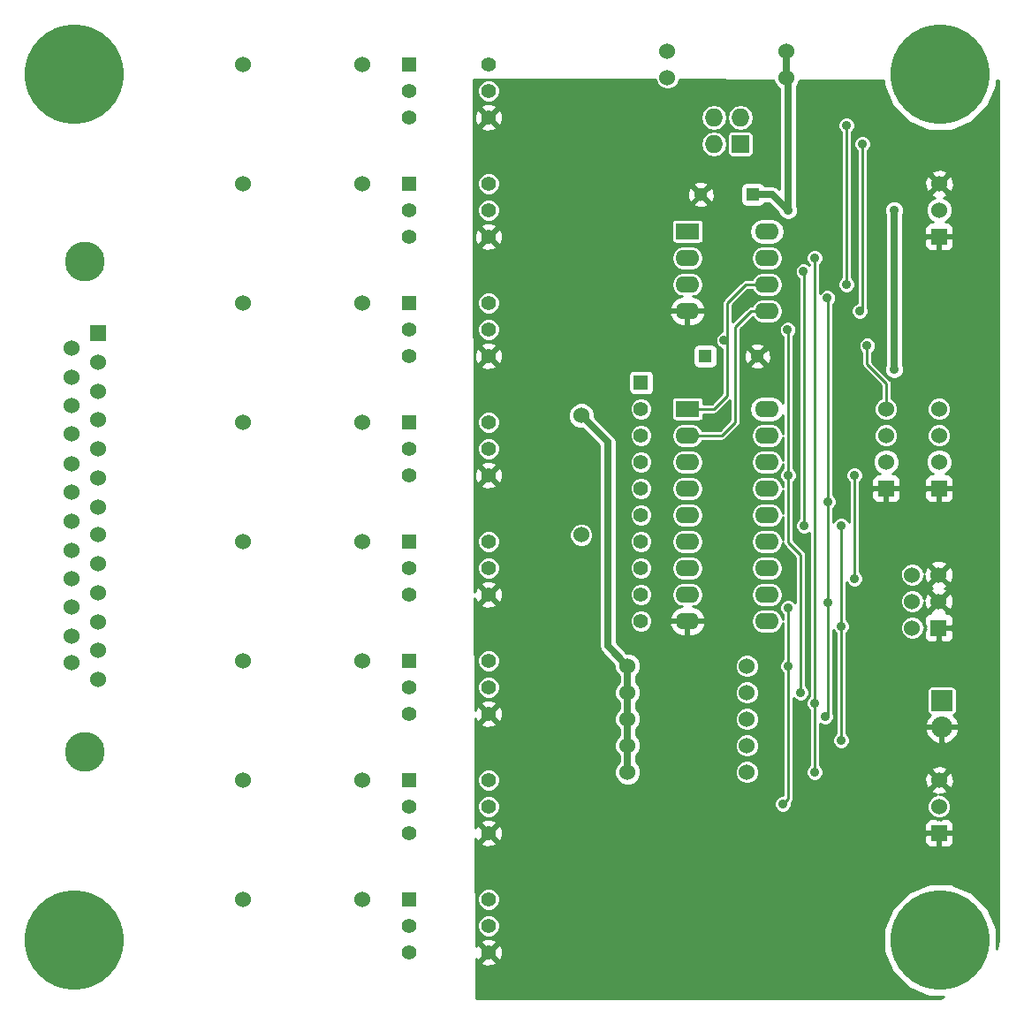
<source format=gbl>
G04 #@! TF.FileFunction,Copper,L2,Bot,Signal*
%FSLAX46Y46*%
G04 Gerber Fmt 4.6, Leading zero omitted, Abs format (unit mm)*
G04 Created by KiCad (PCBNEW (after 2015-mar-04 BZR unknown)-product) date 6/26/2015 9:15:42 AM*
%MOMM*%
G01*
G04 APERTURE LIST*
%ADD10C,0.150000*%
%ADD11C,1.524000*%
%ADD12R,1.397000X1.397000*%
%ADD13C,1.397000*%
%ADD14R,1.524000X1.524000*%
%ADD15C,9.525000*%
%ADD16R,2.032000X2.032000*%
%ADD17O,2.032000X2.032000*%
%ADD18R,1.727200X1.727200*%
%ADD19O,1.727200X1.727200*%
%ADD20R,1.300000X1.300000*%
%ADD21C,1.300000*%
%ADD22R,2.286000X1.574800*%
%ADD23O,2.286000X1.574800*%
%ADD24C,3.810000*%
%ADD25C,0.889000*%
%ADD26C,0.254000*%
%ADD27C,0.635000*%
G04 APERTURE END LIST*
D10*
D11*
X32225000Y-72230000D03*
X43655000Y-72230000D03*
X32225000Y-95090000D03*
X43655000Y-95090000D03*
X32225000Y-83660000D03*
X43655000Y-83660000D03*
X32225000Y-60800000D03*
X43655000Y-60800000D03*
X32225000Y-49370000D03*
X43655000Y-49370000D03*
X32225000Y-37940000D03*
X43655000Y-37940000D03*
X32225000Y-26510000D03*
X43655000Y-26510000D03*
X32225000Y-15080000D03*
X43655000Y-15080000D03*
D12*
X48100000Y-15080000D03*
D13*
X48100000Y-17620000D03*
X48100000Y-20160000D03*
X55720000Y-20160000D03*
X55720000Y-17620000D03*
X55720000Y-15080000D03*
D12*
X48100000Y-95090000D03*
D13*
X48100000Y-97630000D03*
X48100000Y-100170000D03*
X55720000Y-100170000D03*
X55720000Y-97630000D03*
X55720000Y-95090000D03*
D12*
X48100000Y-83660000D03*
D13*
X48100000Y-86200000D03*
X48100000Y-88740000D03*
X55720000Y-88740000D03*
X55720000Y-86200000D03*
X55720000Y-83660000D03*
D12*
X48100000Y-72230000D03*
D13*
X48100000Y-74770000D03*
X48100000Y-77310000D03*
X55720000Y-77310000D03*
X55720000Y-74770000D03*
X55720000Y-72230000D03*
D12*
X48100000Y-60800000D03*
D13*
X48100000Y-63340000D03*
X48100000Y-65880000D03*
X55720000Y-65880000D03*
X55720000Y-63340000D03*
X55720000Y-60800000D03*
D12*
X48100000Y-49370000D03*
D13*
X48100000Y-51910000D03*
X48100000Y-54450000D03*
X55720000Y-54450000D03*
X55720000Y-51910000D03*
X55720000Y-49370000D03*
D12*
X48100000Y-37940000D03*
D13*
X48100000Y-40480000D03*
X48100000Y-43020000D03*
X55720000Y-43020000D03*
X55720000Y-40480000D03*
X55720000Y-37940000D03*
D12*
X48100000Y-26510000D03*
D13*
X48100000Y-29050000D03*
X48100000Y-31590000D03*
X55720000Y-31590000D03*
X55720000Y-29050000D03*
X55720000Y-26510000D03*
D14*
X98840000Y-69065000D03*
D11*
X96300000Y-69065000D03*
X98840000Y-66525000D03*
X96300000Y-66525000D03*
X98840000Y-63985000D03*
X96300000Y-63985000D03*
D12*
X70325000Y-45560000D03*
D13*
X70325000Y-48100000D03*
X70325000Y-50640000D03*
X70325000Y-53180000D03*
X70325000Y-55720000D03*
X70325000Y-58260000D03*
X70325000Y-60800000D03*
X70325000Y-63340000D03*
X70325000Y-65880000D03*
X70325000Y-68420000D03*
D14*
X93820000Y-55720000D03*
D11*
X93820000Y-53180000D03*
X93820000Y-50640000D03*
X93820000Y-48100000D03*
D15*
X99000000Y-99000000D03*
X99000000Y-16000000D03*
X16000000Y-99000000D03*
X16000000Y-16000000D03*
D14*
X98900000Y-55720000D03*
D11*
X98900000Y-53180000D03*
X98900000Y-50640000D03*
X98900000Y-48100000D03*
D14*
X98900000Y-88740000D03*
D11*
X98900000Y-86200000D03*
X98900000Y-83660000D03*
D14*
X98900000Y-31590000D03*
D11*
X98900000Y-29050000D03*
X98900000Y-26510000D03*
D16*
X99154000Y-76040000D03*
D17*
X99154000Y-78580000D03*
D11*
X69055000Y-75278000D03*
X80485000Y-75278000D03*
X69055000Y-77818000D03*
X80485000Y-77818000D03*
X69055000Y-80358000D03*
X80485000Y-80358000D03*
X64610000Y-48735000D03*
X64610000Y-60165000D03*
X69055000Y-72738000D03*
X80485000Y-72738000D03*
X69055000Y-82898000D03*
X80485000Y-82898000D03*
D18*
X79850000Y-22700000D03*
D19*
X77310000Y-22700000D03*
X79850000Y-20160000D03*
X77310000Y-20160000D03*
D11*
X84295000Y-13810000D03*
X72865000Y-13810000D03*
X84295000Y-16350000D03*
X72865000Y-16350000D03*
D20*
X81060000Y-27536000D03*
D21*
X76060000Y-27536000D03*
D20*
X76488000Y-43030000D03*
D21*
X81488000Y-43030000D03*
D22*
X74770000Y-31082000D03*
D23*
X74770000Y-33622000D03*
X74770000Y-36162000D03*
X74770000Y-38702000D03*
X82390000Y-38702000D03*
X82390000Y-36162000D03*
X82390000Y-33622000D03*
X82390000Y-31082000D03*
D22*
X74770000Y-48100000D03*
D23*
X74770000Y-50640000D03*
X74770000Y-53180000D03*
X74770000Y-55720000D03*
X74770000Y-58260000D03*
X74770000Y-60800000D03*
X74770000Y-63340000D03*
X74770000Y-65880000D03*
X74770000Y-68420000D03*
X82390000Y-68420000D03*
X82390000Y-65880000D03*
X82390000Y-63340000D03*
X82390000Y-60800000D03*
X82390000Y-58260000D03*
X82390000Y-55720000D03*
X82390000Y-53180000D03*
X82390000Y-50640000D03*
X82390000Y-48100000D03*
D24*
X17000000Y-34005000D03*
X17000000Y-80995000D03*
D11*
X18270000Y-74010000D03*
X18270000Y-71216000D03*
X18270000Y-68549000D03*
X18270000Y-65755000D03*
X18270000Y-62961000D03*
X18270000Y-60167000D03*
X18270000Y-57500000D03*
X18270000Y-54706000D03*
X18270000Y-51912000D03*
X18270000Y-49118000D03*
X18270000Y-46451000D03*
X18270000Y-43657000D03*
D14*
X18270000Y-40863000D03*
D11*
X15730000Y-72435200D03*
X15730000Y-69895200D03*
X15730000Y-67101200D03*
X15730000Y-64358000D03*
X15730000Y-61614800D03*
X15730000Y-58820800D03*
X15730000Y-56077600D03*
X15730000Y-53334400D03*
X15730000Y-50489600D03*
X15730000Y-47797200D03*
X15730000Y-45054000D03*
X15730000Y-42260000D03*
D25*
X89502000Y-68928000D03*
X85946000Y-59276000D03*
X89502000Y-59276000D03*
X89502000Y-79850000D03*
X85886000Y-34902000D03*
X88232000Y-56990000D03*
X87978000Y-77564000D03*
X88232000Y-66642000D03*
X88172000Y-37442000D03*
X90772000Y-64356000D03*
X84422000Y-54450000D03*
X90772000Y-54450000D03*
X85622000Y-75278000D03*
X84362000Y-40490000D03*
X83914000Y-85946000D03*
X84422000Y-67150000D03*
X84422000Y-72738000D03*
X90010000Y-20922000D03*
X90010000Y-36162000D03*
X91982000Y-42014000D03*
X78266000Y-41506000D03*
X91280000Y-38702000D03*
X91534000Y-22700000D03*
X84422000Y-29050000D03*
X94582000Y-29050000D03*
X94582000Y-44290000D03*
X86962000Y-82898000D03*
X86962000Y-33622000D03*
X86962000Y-76294000D03*
D26*
X85946000Y-59276000D02*
X85946000Y-34902000D01*
X89502000Y-59276000D02*
X89502000Y-62578000D01*
X89502000Y-65372000D02*
X89502000Y-62578000D01*
X89502000Y-68928000D02*
X89502000Y-65372000D01*
X89502000Y-79850000D02*
X89502000Y-68928000D01*
X85886000Y-34902000D02*
X85946000Y-34902000D01*
X88232000Y-56990000D02*
X88232000Y-37442000D01*
X88232000Y-56990000D02*
X88232000Y-64102000D01*
X87978000Y-77564000D02*
X88232000Y-77310000D01*
X88232000Y-77310000D02*
X88232000Y-66642000D01*
X88232000Y-66642000D02*
X88232000Y-64102000D01*
X88172000Y-37442000D02*
X88232000Y-37442000D01*
X84422000Y-47846000D02*
X84422000Y-54450000D01*
X84422000Y-40490000D02*
X84422000Y-47846000D01*
X90772000Y-63086000D02*
X90772000Y-58514000D01*
X90772000Y-64356000D02*
X90772000Y-63086000D01*
X90772000Y-58514000D02*
X90772000Y-54450000D01*
X85622000Y-75278000D02*
X85632000Y-75268000D01*
X85632000Y-75268000D02*
X85632000Y-62080000D01*
X85632000Y-62080000D02*
X84422000Y-60870000D01*
X84422000Y-60870000D02*
X84422000Y-54450000D01*
X84362000Y-40490000D02*
X84422000Y-40490000D01*
X32450000Y-49628000D02*
X32513500Y-49564500D01*
X84422000Y-72738000D02*
X84422000Y-72230000D01*
X84422000Y-85438000D02*
X84422000Y-72738000D01*
X83914000Y-85946000D02*
X84422000Y-85438000D01*
X84422000Y-72230000D02*
X84422000Y-67150000D01*
X78580000Y-37940000D02*
X80358000Y-36162000D01*
X78580000Y-42268000D02*
X78580000Y-37940000D01*
X80358000Y-36162000D02*
X82390000Y-36162000D01*
X78580000Y-46830000D02*
X78580000Y-42268000D01*
X77310000Y-48100000D02*
X78580000Y-46830000D01*
X74770000Y-48100000D02*
X77310000Y-48100000D01*
X90010000Y-20922000D02*
X90010000Y-36162000D01*
X93820000Y-45630000D02*
X91982000Y-43792000D01*
X91982000Y-43792000D02*
X91982000Y-42014000D01*
X78266000Y-41506000D02*
X78580000Y-41820000D01*
X78580000Y-41820000D02*
X78580000Y-42268000D01*
X93820000Y-48100000D02*
X93820000Y-45630000D01*
X78072000Y-50640000D02*
X79342000Y-49370000D01*
X79342000Y-49370000D02*
X79342000Y-40226000D01*
X79342000Y-40226000D02*
X80866000Y-38702000D01*
X80866000Y-38702000D02*
X82390000Y-38702000D01*
X74770000Y-50640000D02*
X78072000Y-50640000D01*
X91280000Y-38702000D02*
X91534000Y-38448000D01*
X91534000Y-38448000D02*
X91534000Y-22700000D01*
D27*
X81060000Y-27536000D02*
X82908000Y-27536000D01*
X82908000Y-27536000D02*
X84422000Y-29050000D01*
X67150000Y-68039000D02*
X67150000Y-51275000D01*
X67150000Y-69944000D02*
X67150000Y-68039000D01*
X67150000Y-70198000D02*
X67150000Y-69944000D01*
X67150000Y-51275000D02*
X64610000Y-48735000D01*
X69055000Y-72738000D02*
X69055000Y-72611000D01*
X84422000Y-16477000D02*
X84422000Y-29050000D01*
X84295000Y-16350000D02*
X84422000Y-16477000D01*
X84295000Y-13810000D02*
X84295000Y-16350000D01*
X94582000Y-29050000D02*
X94582000Y-44290000D01*
X67150000Y-69944000D02*
X67150000Y-70833000D01*
X69055000Y-82898000D02*
X69055000Y-80358000D01*
X69055000Y-80358000D02*
X69055000Y-77818000D01*
X69055000Y-77818000D02*
X69055000Y-75278000D01*
X69055000Y-75278000D02*
X69055000Y-72738000D01*
X67150000Y-70833000D02*
X67150000Y-68039000D01*
X69055000Y-72738000D02*
X67150000Y-70833000D01*
D26*
X86962000Y-76294000D02*
X86962000Y-82898000D01*
X86962000Y-61816000D02*
X86962000Y-60292000D01*
X86962000Y-60292000D02*
X86962000Y-33622000D01*
X86962000Y-61816000D02*
X86962000Y-76294000D01*
X32450000Y-72488000D02*
X31815000Y-72488000D01*
G36*
X104569000Y-98957547D02*
X104396783Y-99823339D01*
X104398435Y-97931081D01*
X103578446Y-95946556D01*
X102061430Y-94426891D01*
X100759975Y-93886479D01*
X100759975Y-78962944D01*
X100759975Y-78197056D01*
X100560385Y-77715182D01*
X100288112Y-77421547D01*
X100315274Y-77416278D01*
X100442956Y-77332404D01*
X100528426Y-77205784D01*
X100558464Y-77056000D01*
X100558464Y-75024000D01*
X100530278Y-74878726D01*
X100446404Y-74751044D01*
X100319784Y-74665574D01*
X100309144Y-74663440D01*
X100309144Y-26717698D01*
X100281362Y-26162632D01*
X100122397Y-25778857D01*
X99880213Y-25709392D01*
X99700608Y-25888997D01*
X99700608Y-25529787D01*
X99631143Y-25287603D01*
X99107698Y-25100856D01*
X98552632Y-25128638D01*
X98168857Y-25287603D01*
X98099392Y-25529787D01*
X98900000Y-26330395D01*
X99700608Y-25529787D01*
X99700608Y-25888997D01*
X99079605Y-26510000D01*
X99880213Y-27310608D01*
X100122397Y-27241143D01*
X100309144Y-26717698D01*
X100309144Y-74663440D01*
X100297000Y-74661004D01*
X100297000Y-56608309D01*
X100297000Y-56005750D01*
X100297000Y-55434250D01*
X100297000Y-54831691D01*
X100297000Y-32478309D01*
X100297000Y-31875750D01*
X100297000Y-31304250D01*
X100297000Y-30701691D01*
X100200327Y-30468302D01*
X100021699Y-30289673D01*
X99788310Y-30193000D01*
X99535691Y-30193000D01*
X99459407Y-30193000D01*
X99618458Y-30127282D01*
X99976026Y-29770337D01*
X100169779Y-29303727D01*
X100170220Y-28798490D01*
X99977282Y-28331542D01*
X99620337Y-27973974D01*
X99334483Y-27855277D01*
X99631143Y-27732397D01*
X99700608Y-27490213D01*
X98900000Y-26689605D01*
X98720395Y-26869210D01*
X98720395Y-26510000D01*
X97919787Y-25709392D01*
X97677603Y-25778857D01*
X97490856Y-26302302D01*
X97518638Y-26857368D01*
X97677603Y-27241143D01*
X97919787Y-27310608D01*
X98720395Y-26510000D01*
X98720395Y-26869210D01*
X98099392Y-27490213D01*
X98168857Y-27732397D01*
X98487787Y-27846180D01*
X98181542Y-27972718D01*
X97823974Y-28329663D01*
X97630221Y-28796273D01*
X97629780Y-29301510D01*
X97822718Y-29768458D01*
X98179663Y-30126026D01*
X98340954Y-30193000D01*
X98264309Y-30193000D01*
X98011690Y-30193000D01*
X97778301Y-30289673D01*
X97599673Y-30468302D01*
X97503000Y-30701691D01*
X97503000Y-31304250D01*
X97661750Y-31463000D01*
X98773000Y-31463000D01*
X98773000Y-31443000D01*
X99027000Y-31443000D01*
X99027000Y-31463000D01*
X100138250Y-31463000D01*
X100297000Y-31304250D01*
X100297000Y-31875750D01*
X100138250Y-31717000D01*
X99027000Y-31717000D01*
X99027000Y-32828250D01*
X99185750Y-32987000D01*
X99535691Y-32987000D01*
X99788310Y-32987000D01*
X100021699Y-32890327D01*
X100200327Y-32711698D01*
X100297000Y-32478309D01*
X100297000Y-54831691D01*
X100200327Y-54598302D01*
X100021699Y-54419673D01*
X99788310Y-54323000D01*
X99535691Y-54323000D01*
X99459407Y-54323000D01*
X99618458Y-54257282D01*
X99976026Y-53900337D01*
X100169779Y-53433727D01*
X100170220Y-52928490D01*
X100043198Y-52621071D01*
X100043198Y-50413641D01*
X100043198Y-47873641D01*
X99869554Y-47453388D01*
X99548303Y-47131577D01*
X99128354Y-46957199D01*
X98773000Y-46956888D01*
X98773000Y-32828250D01*
X98773000Y-31717000D01*
X97661750Y-31717000D01*
X97503000Y-31875750D01*
X97503000Y-32478309D01*
X97599673Y-32711698D01*
X97778301Y-32890327D01*
X98011690Y-32987000D01*
X98264309Y-32987000D01*
X98614250Y-32987000D01*
X98773000Y-32828250D01*
X98773000Y-46956888D01*
X98673641Y-46956802D01*
X98253388Y-47130446D01*
X97931577Y-47451697D01*
X97757199Y-47871646D01*
X97756802Y-48326359D01*
X97930446Y-48746612D01*
X98251697Y-49068423D01*
X98671646Y-49242801D01*
X99126359Y-49243198D01*
X99546612Y-49069554D01*
X99868423Y-48748303D01*
X100042801Y-48328354D01*
X100043198Y-47873641D01*
X100043198Y-50413641D01*
X99869554Y-49993388D01*
X99548303Y-49671577D01*
X99128354Y-49497199D01*
X98673641Y-49496802D01*
X98253388Y-49670446D01*
X97931577Y-49991697D01*
X97757199Y-50411646D01*
X97756802Y-50866359D01*
X97930446Y-51286612D01*
X98251697Y-51608423D01*
X98671646Y-51782801D01*
X99126359Y-51783198D01*
X99546612Y-51609554D01*
X99868423Y-51288303D01*
X100042801Y-50868354D01*
X100043198Y-50413641D01*
X100043198Y-52621071D01*
X99977282Y-52461542D01*
X99620337Y-52103974D01*
X99153727Y-51910221D01*
X98648490Y-51909780D01*
X98181542Y-52102718D01*
X97823974Y-52459663D01*
X97630221Y-52926273D01*
X97629780Y-53431510D01*
X97822718Y-53898458D01*
X98179663Y-54256026D01*
X98340954Y-54323000D01*
X98264309Y-54323000D01*
X98011690Y-54323000D01*
X97778301Y-54419673D01*
X97599673Y-54598302D01*
X97503000Y-54831691D01*
X97503000Y-55434250D01*
X97661750Y-55593000D01*
X98773000Y-55593000D01*
X98773000Y-55573000D01*
X99027000Y-55573000D01*
X99027000Y-55593000D01*
X100138250Y-55593000D01*
X100297000Y-55434250D01*
X100297000Y-56005750D01*
X100138250Y-55847000D01*
X99027000Y-55847000D01*
X99027000Y-56958250D01*
X99185750Y-57117000D01*
X99535691Y-57117000D01*
X99788310Y-57117000D01*
X100021699Y-57020327D01*
X100200327Y-56841698D01*
X100297000Y-56608309D01*
X100297000Y-74661004D01*
X100249144Y-74651407D01*
X100249144Y-66732698D01*
X100249144Y-64192698D01*
X100221362Y-63637632D01*
X100062397Y-63253857D01*
X99820213Y-63184392D01*
X99640608Y-63363997D01*
X99640608Y-63004787D01*
X99571143Y-62762603D01*
X99047698Y-62575856D01*
X98773000Y-62589605D01*
X98773000Y-56958250D01*
X98773000Y-55847000D01*
X97661750Y-55847000D01*
X97503000Y-56005750D01*
X97503000Y-56608309D01*
X97599673Y-56841698D01*
X97778301Y-57020327D01*
X98011690Y-57117000D01*
X98264309Y-57117000D01*
X98614250Y-57117000D01*
X98773000Y-56958250D01*
X98773000Y-62589605D01*
X98492632Y-62603638D01*
X98108857Y-62762603D01*
X98039392Y-63004787D01*
X98840000Y-63805395D01*
X99640608Y-63004787D01*
X99640608Y-63363997D01*
X99019605Y-63985000D01*
X99820213Y-64785608D01*
X100062397Y-64716143D01*
X100249144Y-64192698D01*
X100249144Y-66732698D01*
X100221362Y-66177632D01*
X100062397Y-65793857D01*
X99820213Y-65724392D01*
X99640608Y-65903997D01*
X99640608Y-65544787D01*
X99571143Y-65302603D01*
X99447655Y-65258547D01*
X99571143Y-65207397D01*
X99640608Y-64965213D01*
X98840000Y-64164605D01*
X98660395Y-64344210D01*
X98660395Y-63985000D01*
X97859787Y-63184392D01*
X97617603Y-63253857D01*
X97440147Y-63751258D01*
X97269554Y-63338388D01*
X96948303Y-63016577D01*
X96528354Y-62842199D01*
X96073641Y-62841802D01*
X95653388Y-63015446D01*
X95534665Y-63133962D01*
X95534665Y-44101367D01*
X95407500Y-43793604D01*
X95407500Y-29545748D01*
X95534335Y-29240295D01*
X95534665Y-28861367D01*
X95389961Y-28511157D01*
X95122253Y-28242980D01*
X94772295Y-28097665D01*
X94393367Y-28097335D01*
X94043157Y-28242039D01*
X93774980Y-28509747D01*
X93629665Y-28859705D01*
X93629335Y-29238633D01*
X93756500Y-29546395D01*
X93756500Y-43794251D01*
X93629665Y-44099705D01*
X93629335Y-44478633D01*
X93774039Y-44828843D01*
X94041747Y-45097020D01*
X94391705Y-45242335D01*
X94770633Y-45242665D01*
X95120843Y-45097961D01*
X95389020Y-44830253D01*
X95534335Y-44480295D01*
X95534665Y-44101367D01*
X95534665Y-63133962D01*
X95331577Y-63336697D01*
X95217000Y-63612629D01*
X95217000Y-56608309D01*
X95217000Y-56005750D01*
X95217000Y-55434250D01*
X95217000Y-54831691D01*
X95120327Y-54598302D01*
X94941699Y-54419673D01*
X94708310Y-54323000D01*
X94455691Y-54323000D01*
X94379407Y-54323000D01*
X94538458Y-54257282D01*
X94896026Y-53900337D01*
X95089779Y-53433727D01*
X95090220Y-52928490D01*
X94963198Y-52621071D01*
X94963198Y-50413641D01*
X94963198Y-47873641D01*
X94789554Y-47453388D01*
X94468303Y-47131577D01*
X94328000Y-47073318D01*
X94328000Y-45630000D01*
X94289331Y-45435597D01*
X94179211Y-45270790D01*
X92490000Y-43581579D01*
X92490000Y-42673302D01*
X92681417Y-42482219D01*
X92807357Y-42178923D01*
X92807643Y-41850518D01*
X92682233Y-41547002D01*
X92450219Y-41314583D01*
X92359643Y-41276972D01*
X92359643Y-22536518D01*
X92234233Y-22233002D01*
X92002219Y-22000583D01*
X91698923Y-21874643D01*
X91370518Y-21874357D01*
X91067002Y-21999767D01*
X90834583Y-22231781D01*
X90708643Y-22535077D01*
X90708357Y-22863482D01*
X90833767Y-23166998D01*
X91026000Y-23359566D01*
X91026000Y-37913758D01*
X90835643Y-37992411D01*
X90835643Y-35998518D01*
X90710233Y-35695002D01*
X90518000Y-35502433D01*
X90518000Y-21581302D01*
X90709417Y-21390219D01*
X90835357Y-21086923D01*
X90835643Y-20758518D01*
X90710233Y-20455002D01*
X90478219Y-20222583D01*
X90174923Y-20096643D01*
X89846518Y-20096357D01*
X89543002Y-20221767D01*
X89310583Y-20453781D01*
X89184643Y-20757077D01*
X89184357Y-21085482D01*
X89309767Y-21388998D01*
X89502000Y-21581566D01*
X89502000Y-35502697D01*
X89310583Y-35693781D01*
X89184643Y-35997077D01*
X89184357Y-36325482D01*
X89309767Y-36628998D01*
X89541781Y-36861417D01*
X89845077Y-36987357D01*
X90173482Y-36987643D01*
X90476998Y-36862233D01*
X90709417Y-36630219D01*
X90835357Y-36326923D01*
X90835643Y-35998518D01*
X90835643Y-37992411D01*
X90813002Y-38001767D01*
X90580583Y-38233781D01*
X90454643Y-38537077D01*
X90454357Y-38865482D01*
X90579767Y-39168998D01*
X90811781Y-39401417D01*
X91115077Y-39527357D01*
X91443482Y-39527643D01*
X91746998Y-39402233D01*
X91979417Y-39170219D01*
X92105357Y-38866923D01*
X92105643Y-38538518D01*
X92042000Y-38384489D01*
X92042000Y-23359302D01*
X92233417Y-23168219D01*
X92359357Y-22864923D01*
X92359643Y-22536518D01*
X92359643Y-41276972D01*
X92146923Y-41188643D01*
X91818518Y-41188357D01*
X91515002Y-41313767D01*
X91282583Y-41545781D01*
X91156643Y-41849077D01*
X91156357Y-42177482D01*
X91281767Y-42480998D01*
X91474000Y-42673566D01*
X91474000Y-43792000D01*
X91512669Y-43986403D01*
X91622790Y-44151210D01*
X93312000Y-45840420D01*
X93312000Y-47073173D01*
X93173388Y-47130446D01*
X92851577Y-47451697D01*
X92677199Y-47871646D01*
X92676802Y-48326359D01*
X92850446Y-48746612D01*
X93171697Y-49068423D01*
X93591646Y-49242801D01*
X94046359Y-49243198D01*
X94466612Y-49069554D01*
X94788423Y-48748303D01*
X94962801Y-48328354D01*
X94963198Y-47873641D01*
X94963198Y-50413641D01*
X94789554Y-49993388D01*
X94468303Y-49671577D01*
X94048354Y-49497199D01*
X93593641Y-49496802D01*
X93173388Y-49670446D01*
X92851577Y-49991697D01*
X92677199Y-50411646D01*
X92676802Y-50866359D01*
X92850446Y-51286612D01*
X93171697Y-51608423D01*
X93591646Y-51782801D01*
X94046359Y-51783198D01*
X94466612Y-51609554D01*
X94788423Y-51288303D01*
X94962801Y-50868354D01*
X94963198Y-50413641D01*
X94963198Y-52621071D01*
X94897282Y-52461542D01*
X94540337Y-52103974D01*
X94073727Y-51910221D01*
X93568490Y-51909780D01*
X93101542Y-52102718D01*
X92743974Y-52459663D01*
X92550221Y-52926273D01*
X92549780Y-53431510D01*
X92742718Y-53898458D01*
X93099663Y-54256026D01*
X93260954Y-54323000D01*
X93184309Y-54323000D01*
X92931690Y-54323000D01*
X92698301Y-54419673D01*
X92519673Y-54598302D01*
X92423000Y-54831691D01*
X92423000Y-55434250D01*
X92581750Y-55593000D01*
X93693000Y-55593000D01*
X93693000Y-55573000D01*
X93947000Y-55573000D01*
X93947000Y-55593000D01*
X95058250Y-55593000D01*
X95217000Y-55434250D01*
X95217000Y-56005750D01*
X95058250Y-55847000D01*
X93947000Y-55847000D01*
X93947000Y-56958250D01*
X94105750Y-57117000D01*
X94455691Y-57117000D01*
X94708310Y-57117000D01*
X94941699Y-57020327D01*
X95120327Y-56841698D01*
X95217000Y-56608309D01*
X95217000Y-63612629D01*
X95157199Y-63756646D01*
X95156802Y-64211359D01*
X95330446Y-64631612D01*
X95651697Y-64953423D01*
X96071646Y-65127801D01*
X96526359Y-65128198D01*
X96946612Y-64954554D01*
X97268423Y-64633303D01*
X97442801Y-64213354D01*
X97442970Y-64019339D01*
X97458638Y-64332368D01*
X97617603Y-64716143D01*
X97859787Y-64785608D01*
X98660395Y-63985000D01*
X98660395Y-64344210D01*
X98039392Y-64965213D01*
X98108857Y-65207397D01*
X98232344Y-65251452D01*
X98108857Y-65302603D01*
X98039392Y-65544787D01*
X98840000Y-66345395D01*
X99640608Y-65544787D01*
X99640608Y-65903997D01*
X99019605Y-66525000D01*
X99820213Y-67325608D01*
X100062397Y-67256143D01*
X100249144Y-66732698D01*
X100249144Y-74651407D01*
X100237000Y-74648972D01*
X100237000Y-69953309D01*
X100237000Y-69350750D01*
X100237000Y-68779250D01*
X100237000Y-68176691D01*
X100140327Y-67943302D01*
X99961699Y-67764673D01*
X99728310Y-67668000D01*
X99593916Y-67668000D01*
X99640608Y-67505213D01*
X98840000Y-66704605D01*
X98660395Y-66884210D01*
X98660395Y-66525000D01*
X97859787Y-65724392D01*
X97617603Y-65793857D01*
X97440147Y-66291258D01*
X97269554Y-65878388D01*
X96948303Y-65556577D01*
X96528354Y-65382199D01*
X96073641Y-65381802D01*
X95653388Y-65555446D01*
X95331577Y-65876697D01*
X95157199Y-66296646D01*
X95156802Y-66751359D01*
X95330446Y-67171612D01*
X95651697Y-67493423D01*
X96071646Y-67667801D01*
X96526359Y-67668198D01*
X96946612Y-67494554D01*
X97268423Y-67173303D01*
X97442801Y-66753354D01*
X97442970Y-66559339D01*
X97458638Y-66872368D01*
X97617603Y-67256143D01*
X97859787Y-67325608D01*
X98660395Y-66525000D01*
X98660395Y-66884210D01*
X98039392Y-67505213D01*
X98086083Y-67668000D01*
X97951690Y-67668000D01*
X97718301Y-67764673D01*
X97539673Y-67943302D01*
X97443000Y-68176691D01*
X97443000Y-68779250D01*
X97601748Y-68937998D01*
X97443198Y-68937998D01*
X97443111Y-68937998D01*
X97443198Y-68838641D01*
X97269554Y-68418388D01*
X96948303Y-68096577D01*
X96528354Y-67922199D01*
X96073641Y-67921802D01*
X95653388Y-68095446D01*
X95331577Y-68416697D01*
X95157199Y-68836646D01*
X95156802Y-69291359D01*
X95330446Y-69711612D01*
X95651697Y-70033423D01*
X96071646Y-70207801D01*
X96526359Y-70208198D01*
X96946612Y-70034554D01*
X97268423Y-69713303D01*
X97442801Y-69293354D01*
X97443000Y-69065424D01*
X97443000Y-69192002D01*
X97443198Y-69192002D01*
X97601748Y-69192002D01*
X97443198Y-69350552D01*
X97443000Y-69350750D01*
X97443000Y-69953309D01*
X97539673Y-70186698D01*
X97718301Y-70365327D01*
X97951690Y-70462000D01*
X98204309Y-70462000D01*
X98554250Y-70462000D01*
X98713000Y-70303250D01*
X98713000Y-69192000D01*
X98693000Y-69192000D01*
X98693000Y-68938000D01*
X98713000Y-68938000D01*
X98713000Y-68918000D01*
X98967000Y-68918000D01*
X98967000Y-68938000D01*
X100078250Y-68938000D01*
X100237000Y-68779250D01*
X100237000Y-69350750D01*
X100078250Y-69192000D01*
X98967000Y-69192000D01*
X98967000Y-70303250D01*
X99125750Y-70462000D01*
X99475691Y-70462000D01*
X99728310Y-70462000D01*
X99961699Y-70365327D01*
X100140327Y-70186698D01*
X100237000Y-69953309D01*
X100237000Y-74648972D01*
X100170000Y-74635536D01*
X98713000Y-74635536D01*
X98138000Y-74635536D01*
X97992726Y-74663722D01*
X97865044Y-74747596D01*
X97779574Y-74874216D01*
X97749536Y-75024000D01*
X97749536Y-77056000D01*
X97777722Y-77201274D01*
X97861596Y-77328956D01*
X97988216Y-77414426D01*
X98020490Y-77420898D01*
X97747615Y-77715182D01*
X97548025Y-78197056D01*
X97667164Y-78453000D01*
X99027000Y-78453000D01*
X99027000Y-78433000D01*
X99281000Y-78433000D01*
X99281000Y-78453000D01*
X100640836Y-78453000D01*
X100759975Y-78197056D01*
X100759975Y-78962944D01*
X100640836Y-78707000D01*
X99281000Y-78707000D01*
X99281000Y-80067367D01*
X99536946Y-80185983D01*
X100122379Y-79917188D01*
X100560385Y-79444818D01*
X100759975Y-78962944D01*
X100759975Y-93886479D01*
X100309144Y-93699277D01*
X100309144Y-83867698D01*
X100281362Y-83312632D01*
X100122397Y-82928857D01*
X99880213Y-82859392D01*
X99700608Y-83038997D01*
X99700608Y-82679787D01*
X99631143Y-82437603D01*
X99107698Y-82250856D01*
X99027000Y-82254895D01*
X99027000Y-80067367D01*
X99027000Y-78707000D01*
X97667164Y-78707000D01*
X97548025Y-78962944D01*
X97747615Y-79444818D01*
X98185621Y-79917188D01*
X98771054Y-80185983D01*
X99027000Y-80067367D01*
X99027000Y-82254895D01*
X98552632Y-82278638D01*
X98168857Y-82437603D01*
X98099392Y-82679787D01*
X98900000Y-83480395D01*
X99700608Y-82679787D01*
X99700608Y-83038997D01*
X99079605Y-83660000D01*
X99880213Y-84460608D01*
X100122397Y-84391143D01*
X100309144Y-83867698D01*
X100309144Y-93699277D01*
X100297000Y-93694235D01*
X100297000Y-89628309D01*
X100297000Y-89025750D01*
X100297000Y-88454250D01*
X100297000Y-87851691D01*
X100200327Y-87618302D01*
X100043198Y-87461172D01*
X100021699Y-87439673D01*
X99788310Y-87343000D01*
X99535691Y-87343000D01*
X99185750Y-87343000D01*
X99027002Y-87501748D01*
X99027002Y-87343111D01*
X99126359Y-87343198D01*
X99546612Y-87169554D01*
X99868423Y-86848303D01*
X100042801Y-86428354D01*
X100043198Y-85973641D01*
X99869554Y-85553388D01*
X99548303Y-85231577D01*
X99128354Y-85057199D01*
X98934339Y-85057029D01*
X99247368Y-85041362D01*
X99631143Y-84882397D01*
X99700608Y-84640213D01*
X98900000Y-83839605D01*
X98720395Y-84019210D01*
X98720395Y-83660000D01*
X97919787Y-82859392D01*
X97677603Y-82928857D01*
X97490856Y-83452302D01*
X97518638Y-84007368D01*
X97677603Y-84391143D01*
X97919787Y-84460608D01*
X98720395Y-83660000D01*
X98720395Y-84019210D01*
X98099392Y-84640213D01*
X98168857Y-84882397D01*
X98666258Y-85059852D01*
X98253388Y-85230446D01*
X97931577Y-85551697D01*
X97757199Y-85971646D01*
X97756802Y-86426359D01*
X97930446Y-86846612D01*
X98251697Y-87168423D01*
X98671646Y-87342801D01*
X98899575Y-87343000D01*
X98772998Y-87343000D01*
X98772998Y-87501748D01*
X98614250Y-87343000D01*
X98264309Y-87343000D01*
X98011690Y-87343000D01*
X97778301Y-87439673D01*
X97599673Y-87618302D01*
X97503000Y-87851691D01*
X97503000Y-88454250D01*
X97661750Y-88613000D01*
X98773000Y-88613000D01*
X98773000Y-88593000D01*
X99027000Y-88593000D01*
X99027000Y-88613000D01*
X100138250Y-88613000D01*
X100297000Y-88454250D01*
X100297000Y-89025750D01*
X100138250Y-88867000D01*
X99027000Y-88867000D01*
X99027000Y-89978250D01*
X99185750Y-90137000D01*
X99535691Y-90137000D01*
X99788310Y-90137000D01*
X100021699Y-90040327D01*
X100200327Y-89861698D01*
X100297000Y-89628309D01*
X100297000Y-93694235D01*
X100078339Y-93603439D01*
X98773000Y-93602299D01*
X98773000Y-89978250D01*
X98773000Y-88867000D01*
X97661750Y-88867000D01*
X97503000Y-89025750D01*
X97503000Y-89628309D01*
X97599673Y-89861698D01*
X97778301Y-90040327D01*
X98011690Y-90137000D01*
X98264309Y-90137000D01*
X98614250Y-90137000D01*
X98773000Y-89978250D01*
X98773000Y-93602299D01*
X97931081Y-93601565D01*
X95946556Y-94421554D01*
X94426891Y-95938570D01*
X93693000Y-97705974D01*
X93693000Y-56958250D01*
X93693000Y-55847000D01*
X92581750Y-55847000D01*
X92423000Y-56005750D01*
X92423000Y-56608309D01*
X92519673Y-56841698D01*
X92698301Y-57020327D01*
X92931690Y-57117000D01*
X93184309Y-57117000D01*
X93534250Y-57117000D01*
X93693000Y-56958250D01*
X93693000Y-97705974D01*
X93603439Y-97921661D01*
X93601565Y-100068919D01*
X94421554Y-102053444D01*
X95938570Y-103573109D01*
X97921661Y-104396561D01*
X99330717Y-104397790D01*
X99190897Y-104522584D01*
X98957552Y-104569000D01*
X91597643Y-104569000D01*
X91597643Y-64192518D01*
X91472233Y-63889002D01*
X91280000Y-63696433D01*
X91280000Y-63086000D01*
X91280000Y-58514000D01*
X91280000Y-55109302D01*
X91471417Y-54918219D01*
X91597357Y-54614923D01*
X91597643Y-54286518D01*
X91472233Y-53983002D01*
X91240219Y-53750583D01*
X90936923Y-53624643D01*
X90608518Y-53624357D01*
X90305002Y-53749767D01*
X90072583Y-53981781D01*
X89946643Y-54285077D01*
X89946357Y-54613482D01*
X90071767Y-54916998D01*
X90264000Y-55109566D01*
X90264000Y-58514000D01*
X90264000Y-58958489D01*
X90202233Y-58809002D01*
X89970219Y-58576583D01*
X89666923Y-58450643D01*
X89338518Y-58450357D01*
X89035002Y-58575767D01*
X88802583Y-58807781D01*
X88740000Y-58958497D01*
X88740000Y-57649302D01*
X88931417Y-57458219D01*
X89057357Y-57154923D01*
X89057643Y-56826518D01*
X88932233Y-56523002D01*
X88740000Y-56330433D01*
X88740000Y-38041407D01*
X88871417Y-37910219D01*
X88997357Y-37606923D01*
X88997643Y-37278518D01*
X88872233Y-36975002D01*
X88640219Y-36742583D01*
X88336923Y-36616643D01*
X88008518Y-36616357D01*
X87705002Y-36741767D01*
X87472583Y-36973781D01*
X87470000Y-36980001D01*
X87470000Y-34281302D01*
X87661417Y-34090219D01*
X87787357Y-33786923D01*
X87787643Y-33458518D01*
X87662233Y-33155002D01*
X87430219Y-32922583D01*
X87126923Y-32796643D01*
X86798518Y-32796357D01*
X86495002Y-32921767D01*
X86262583Y-33153781D01*
X86136643Y-33457077D01*
X86136357Y-33785482D01*
X86261767Y-34088998D01*
X86454000Y-34281566D01*
X86454000Y-34302538D01*
X86354219Y-34202583D01*
X86050923Y-34076643D01*
X85722518Y-34076357D01*
X85419002Y-34201767D01*
X85186583Y-34433781D01*
X85060643Y-34737077D01*
X85060357Y-35065482D01*
X85185767Y-35368998D01*
X85417781Y-35601417D01*
X85438000Y-35609812D01*
X85438000Y-58616697D01*
X85246583Y-58807781D01*
X85120643Y-59111077D01*
X85120357Y-59439482D01*
X85245767Y-59742998D01*
X85477781Y-59975417D01*
X85781077Y-60101357D01*
X86109482Y-60101643D01*
X86412998Y-59976233D01*
X86454000Y-59935302D01*
X86454000Y-60292000D01*
X86454000Y-61816000D01*
X86454000Y-75634697D01*
X86447643Y-75641042D01*
X86447643Y-75114518D01*
X86322233Y-74811002D01*
X86140000Y-74628450D01*
X86140000Y-62080000D01*
X86107746Y-61917849D01*
X86101331Y-61885597D01*
X86101331Y-61885596D01*
X85991210Y-61720790D01*
X85991210Y-61720789D01*
X84930000Y-60659579D01*
X84930000Y-55109302D01*
X85121417Y-54918219D01*
X85247357Y-54614923D01*
X85247643Y-54286518D01*
X85122233Y-53983002D01*
X84930000Y-53790433D01*
X84930000Y-47846000D01*
X84930000Y-41089407D01*
X85061417Y-40958219D01*
X85187357Y-40654923D01*
X85187643Y-40326518D01*
X85062233Y-40023002D01*
X84830219Y-39790583D01*
X84526923Y-39664643D01*
X84198518Y-39664357D01*
X84073345Y-39716077D01*
X84073345Y-31082000D01*
X83974739Y-30586272D01*
X83693931Y-30166014D01*
X83273673Y-29885206D01*
X82777945Y-29786600D01*
X82002055Y-29786600D01*
X81506327Y-29885206D01*
X81086069Y-30166014D01*
X80805261Y-30586272D01*
X80706655Y-31082000D01*
X80805261Y-31577728D01*
X81086069Y-31997986D01*
X81506327Y-32278794D01*
X82002055Y-32377400D01*
X82777945Y-32377400D01*
X83273673Y-32278794D01*
X83693931Y-31997986D01*
X83974739Y-31577728D01*
X84073345Y-31082000D01*
X84073345Y-39716077D01*
X83943857Y-39769580D01*
X83943857Y-38702000D01*
X83854918Y-38254873D01*
X83601641Y-37875816D01*
X83222584Y-37622539D01*
X82775457Y-37533600D01*
X82004543Y-37533600D01*
X81557416Y-37622539D01*
X81178359Y-37875816D01*
X80965755Y-38194000D01*
X80866000Y-38194000D01*
X80671597Y-38232669D01*
X80616910Y-38269209D01*
X80506789Y-38342790D01*
X79088000Y-39761579D01*
X79088000Y-38150420D01*
X80568420Y-36670000D01*
X80965755Y-36670000D01*
X81178359Y-36988184D01*
X81557416Y-37241461D01*
X82004543Y-37330400D01*
X82775457Y-37330400D01*
X83222584Y-37241461D01*
X83601641Y-36988184D01*
X83854918Y-36609127D01*
X83943857Y-36162000D01*
X83943857Y-33622000D01*
X83854918Y-33174873D01*
X83601641Y-32795816D01*
X83222584Y-32542539D01*
X82775457Y-32453600D01*
X82004543Y-32453600D01*
X81557416Y-32542539D01*
X81178359Y-32795816D01*
X80925082Y-33174873D01*
X80836143Y-33622000D01*
X80925082Y-34069127D01*
X81178359Y-34448184D01*
X81557416Y-34701461D01*
X82004543Y-34790400D01*
X82775457Y-34790400D01*
X83222584Y-34701461D01*
X83601641Y-34448184D01*
X83854918Y-34069127D01*
X83943857Y-33622000D01*
X83943857Y-36162000D01*
X83854918Y-35714873D01*
X83601641Y-35335816D01*
X83222584Y-35082539D01*
X82775457Y-34993600D01*
X82004543Y-34993600D01*
X81557416Y-35082539D01*
X81178359Y-35335816D01*
X80965755Y-35654000D01*
X80358000Y-35654000D01*
X80163597Y-35692669D01*
X79998790Y-35802790D01*
X78578983Y-37222597D01*
X78578983Y-22700000D01*
X78578983Y-20160000D01*
X78484243Y-19683712D01*
X78214448Y-19279935D01*
X77810671Y-19010140D01*
X77334383Y-18915400D01*
X77285617Y-18915400D01*
X76809329Y-19010140D01*
X76405552Y-19279935D01*
X76135757Y-19683712D01*
X76041017Y-20160000D01*
X76135757Y-20636288D01*
X76405552Y-21040065D01*
X76809329Y-21309860D01*
X77285617Y-21404600D01*
X77334383Y-21404600D01*
X77810671Y-21309860D01*
X78214448Y-21040065D01*
X78484243Y-20636288D01*
X78578983Y-20160000D01*
X78578983Y-22700000D01*
X78484243Y-22223712D01*
X78214448Y-21819935D01*
X77810671Y-21550140D01*
X77334383Y-21455400D01*
X77285617Y-21455400D01*
X76809329Y-21550140D01*
X76405552Y-21819935D01*
X76135757Y-22223712D01*
X76041017Y-22700000D01*
X76135757Y-23176288D01*
X76405552Y-23580065D01*
X76809329Y-23849860D01*
X77285617Y-23944600D01*
X77334383Y-23944600D01*
X77810671Y-23849860D01*
X78214448Y-23580065D01*
X78484243Y-23176288D01*
X78578983Y-22700000D01*
X78578983Y-37222597D01*
X78220790Y-37580790D01*
X78110669Y-37745597D01*
X78072000Y-37940000D01*
X78072000Y-40692966D01*
X77799002Y-40805767D01*
X77566583Y-41037781D01*
X77440643Y-41341077D01*
X77440357Y-41669482D01*
X77565767Y-41972998D01*
X77797781Y-42205417D01*
X78072000Y-42319283D01*
X78072000Y-46619580D01*
X77655952Y-47035628D01*
X77655952Y-43680000D01*
X77655952Y-42380000D01*
X77618370Y-42186301D01*
X77506539Y-42016058D01*
X77357622Y-41915538D01*
X77357622Y-27716922D01*
X77328083Y-27206572D01*
X77189611Y-26872271D01*
X76959016Y-26816590D01*
X76779410Y-26996195D01*
X76779410Y-26636984D01*
X76723729Y-26406389D01*
X76240922Y-26238378D01*
X75730572Y-26267917D01*
X75396271Y-26406389D01*
X75340590Y-26636984D01*
X76060000Y-27356395D01*
X76779410Y-26636984D01*
X76779410Y-26996195D01*
X76239605Y-27536000D01*
X76959016Y-28255410D01*
X77189611Y-28199729D01*
X77357622Y-27716922D01*
X77357622Y-41915538D01*
X77337712Y-41902099D01*
X77138000Y-41862048D01*
X76779410Y-41862048D01*
X76779410Y-28435016D01*
X76060000Y-27715605D01*
X75880395Y-27895210D01*
X75880395Y-27536000D01*
X75160984Y-26816590D01*
X74930389Y-26872271D01*
X74762378Y-27355078D01*
X74791917Y-27865428D01*
X74930389Y-28199729D01*
X75160984Y-28255410D01*
X75880395Y-27536000D01*
X75880395Y-27895210D01*
X75340590Y-28435016D01*
X75396271Y-28665611D01*
X75879078Y-28833622D01*
X76389428Y-28804083D01*
X76723729Y-28665611D01*
X76779410Y-28435016D01*
X76779410Y-41862048D01*
X76505010Y-41862048D01*
X76505010Y-39049060D01*
X76505010Y-38354940D01*
X76488327Y-38275004D01*
X76221191Y-37786014D01*
X75787262Y-37436475D01*
X75316535Y-37298359D01*
X75602584Y-37241461D01*
X75981641Y-36988184D01*
X76234918Y-36609127D01*
X76323857Y-36162000D01*
X76323857Y-33622000D01*
X76301464Y-33509422D01*
X76301464Y-31869400D01*
X76301464Y-30294600D01*
X76273278Y-30149326D01*
X76189404Y-30021644D01*
X76062784Y-29936174D01*
X75913000Y-29906136D01*
X73627000Y-29906136D01*
X73481726Y-29934322D01*
X73354044Y-30018196D01*
X73268574Y-30144816D01*
X73238536Y-30294600D01*
X73238536Y-31869400D01*
X73266722Y-32014674D01*
X73350596Y-32142356D01*
X73477216Y-32227826D01*
X73627000Y-32257864D01*
X75913000Y-32257864D01*
X76058274Y-32229678D01*
X76185956Y-32145804D01*
X76271426Y-32019184D01*
X76301464Y-31869400D01*
X76301464Y-33509422D01*
X76234918Y-33174873D01*
X75981641Y-32795816D01*
X75602584Y-32542539D01*
X75155457Y-32453600D01*
X74384543Y-32453600D01*
X73937416Y-32542539D01*
X73558359Y-32795816D01*
X73305082Y-33174873D01*
X73216143Y-33622000D01*
X73305082Y-34069127D01*
X73558359Y-34448184D01*
X73937416Y-34701461D01*
X74384543Y-34790400D01*
X75155457Y-34790400D01*
X75602584Y-34701461D01*
X75981641Y-34448184D01*
X76234918Y-34069127D01*
X76323857Y-33622000D01*
X76323857Y-36162000D01*
X76234918Y-35714873D01*
X75981641Y-35335816D01*
X75602584Y-35082539D01*
X75155457Y-34993600D01*
X74384543Y-34993600D01*
X73937416Y-35082539D01*
X73558359Y-35335816D01*
X73305082Y-35714873D01*
X73216143Y-36162000D01*
X73305082Y-36609127D01*
X73558359Y-36988184D01*
X73937416Y-37241461D01*
X74223464Y-37298359D01*
X73752738Y-37436475D01*
X73318809Y-37786014D01*
X73051673Y-38275004D01*
X73034990Y-38354940D01*
X73157148Y-38575000D01*
X74643000Y-38575000D01*
X74643000Y-38555000D01*
X74897000Y-38555000D01*
X74897000Y-38575000D01*
X76382852Y-38575000D01*
X76505010Y-38354940D01*
X76505010Y-39049060D01*
X76382852Y-38829000D01*
X74897000Y-38829000D01*
X74897000Y-40124400D01*
X75252600Y-40124400D01*
X75787262Y-39967525D01*
X76221191Y-39617986D01*
X76488327Y-39128996D01*
X76505010Y-39049060D01*
X76505010Y-41862048D01*
X75838000Y-41862048D01*
X75644301Y-41899630D01*
X75474058Y-42011461D01*
X75360099Y-42180288D01*
X75320048Y-42380000D01*
X75320048Y-43680000D01*
X75357630Y-43873699D01*
X75469461Y-44043942D01*
X75638288Y-44157901D01*
X75838000Y-44197952D01*
X77138000Y-44197952D01*
X77331699Y-44160370D01*
X77501942Y-44048539D01*
X77615901Y-43879712D01*
X77655952Y-43680000D01*
X77655952Y-47035628D01*
X77099580Y-47592000D01*
X76301464Y-47592000D01*
X76301464Y-47312600D01*
X76273278Y-47167326D01*
X76189404Y-47039644D01*
X76062784Y-46954174D01*
X75913000Y-46924136D01*
X74643000Y-46924136D01*
X74643000Y-40124400D01*
X74643000Y-38829000D01*
X73157148Y-38829000D01*
X73034990Y-39049060D01*
X73051673Y-39128996D01*
X73318809Y-39617986D01*
X73752738Y-39967525D01*
X74287400Y-40124400D01*
X74643000Y-40124400D01*
X74643000Y-46924136D01*
X73627000Y-46924136D01*
X73481726Y-46952322D01*
X73354044Y-47036196D01*
X73268574Y-47162816D01*
X73238536Y-47312600D01*
X73238536Y-48887400D01*
X73266722Y-49032674D01*
X73350596Y-49160356D01*
X73477216Y-49245826D01*
X73627000Y-49275864D01*
X75913000Y-49275864D01*
X76058274Y-49247678D01*
X76185956Y-49163804D01*
X76271426Y-49037184D01*
X76301464Y-48887400D01*
X76301464Y-48608000D01*
X77310000Y-48608000D01*
X77504403Y-48569331D01*
X77669210Y-48459210D01*
X78834000Y-47294420D01*
X78834000Y-49159580D01*
X77861580Y-50132000D01*
X76194244Y-50132000D01*
X75981641Y-49813816D01*
X75602584Y-49560539D01*
X75155457Y-49471600D01*
X74384543Y-49471600D01*
X73937416Y-49560539D01*
X73558359Y-49813816D01*
X73305082Y-50192873D01*
X73216143Y-50640000D01*
X73305082Y-51087127D01*
X73558359Y-51466184D01*
X73937416Y-51719461D01*
X74384543Y-51808400D01*
X75155457Y-51808400D01*
X75602584Y-51719461D01*
X75981641Y-51466184D01*
X76194244Y-51148000D01*
X78072000Y-51148000D01*
X78266403Y-51109331D01*
X78431210Y-50999210D01*
X79701210Y-49729210D01*
X79811331Y-49564404D01*
X79811331Y-49564403D01*
X79817746Y-49532150D01*
X79849999Y-49370000D01*
X79850000Y-49370000D01*
X79850000Y-40436420D01*
X81010081Y-39276338D01*
X81178359Y-39528184D01*
X81557416Y-39781461D01*
X82004543Y-39870400D01*
X82775457Y-39870400D01*
X83222584Y-39781461D01*
X83601641Y-39528184D01*
X83854918Y-39149127D01*
X83943857Y-38702000D01*
X83943857Y-39769580D01*
X83895002Y-39789767D01*
X83662583Y-40021781D01*
X83536643Y-40325077D01*
X83536357Y-40653482D01*
X83661767Y-40956998D01*
X83893781Y-41189417D01*
X83914000Y-41197812D01*
X83914000Y-47513369D01*
X83693931Y-47184014D01*
X83273673Y-46903206D01*
X82785622Y-46806127D01*
X82785622Y-43210922D01*
X82756083Y-42700572D01*
X82617611Y-42366271D01*
X82387016Y-42310590D01*
X82207410Y-42490195D01*
X82207410Y-42130984D01*
X82151729Y-41900389D01*
X81668922Y-41732378D01*
X81158572Y-41761917D01*
X80824271Y-41900389D01*
X80768590Y-42130984D01*
X81488000Y-42850395D01*
X82207410Y-42130984D01*
X82207410Y-42490195D01*
X81667605Y-43030000D01*
X82387016Y-43749410D01*
X82617611Y-43693729D01*
X82785622Y-43210922D01*
X82785622Y-46806127D01*
X82777945Y-46804600D01*
X82207410Y-46804600D01*
X82207410Y-43929016D01*
X81488000Y-43209605D01*
X81308395Y-43389210D01*
X81308395Y-43030000D01*
X80588984Y-42310590D01*
X80358389Y-42366271D01*
X80190378Y-42849078D01*
X80219917Y-43359428D01*
X80358389Y-43693729D01*
X80588984Y-43749410D01*
X81308395Y-43030000D01*
X81308395Y-43389210D01*
X80768590Y-43929016D01*
X80824271Y-44159611D01*
X81307078Y-44327622D01*
X81817428Y-44298083D01*
X82151729Y-44159611D01*
X82207410Y-43929016D01*
X82207410Y-46804600D01*
X82002055Y-46804600D01*
X81506327Y-46903206D01*
X81086069Y-47184014D01*
X80805261Y-47604272D01*
X80706655Y-48100000D01*
X80805261Y-48595728D01*
X81086069Y-49015986D01*
X81506327Y-49296794D01*
X82002055Y-49395400D01*
X82777945Y-49395400D01*
X83273673Y-49296794D01*
X83693931Y-49015986D01*
X83914000Y-48686630D01*
X83914000Y-50489898D01*
X83854918Y-50192873D01*
X83601641Y-49813816D01*
X83222584Y-49560539D01*
X82775457Y-49471600D01*
X82004543Y-49471600D01*
X81557416Y-49560539D01*
X81178359Y-49813816D01*
X80925082Y-50192873D01*
X80836143Y-50640000D01*
X80925082Y-51087127D01*
X81178359Y-51466184D01*
X81557416Y-51719461D01*
X82004543Y-51808400D01*
X82775457Y-51808400D01*
X83222584Y-51719461D01*
X83601641Y-51466184D01*
X83854918Y-51087127D01*
X83914000Y-50790101D01*
X83914000Y-53029898D01*
X83854918Y-52732873D01*
X83601641Y-52353816D01*
X83222584Y-52100539D01*
X82775457Y-52011600D01*
X82004543Y-52011600D01*
X81557416Y-52100539D01*
X81178359Y-52353816D01*
X80925082Y-52732873D01*
X80836143Y-53180000D01*
X80925082Y-53627127D01*
X81178359Y-54006184D01*
X81557416Y-54259461D01*
X82004543Y-54348400D01*
X82775457Y-54348400D01*
X83222584Y-54259461D01*
X83601641Y-54006184D01*
X83854918Y-53627127D01*
X83914000Y-53330101D01*
X83914000Y-53790697D01*
X83722583Y-53981781D01*
X83596643Y-54285077D01*
X83596357Y-54613482D01*
X83721767Y-54916998D01*
X83914000Y-55109566D01*
X83914000Y-55569898D01*
X83854918Y-55272873D01*
X83601641Y-54893816D01*
X83222584Y-54640539D01*
X82775457Y-54551600D01*
X82004543Y-54551600D01*
X81557416Y-54640539D01*
X81178359Y-54893816D01*
X80925082Y-55272873D01*
X80836143Y-55720000D01*
X80925082Y-56167127D01*
X81178359Y-56546184D01*
X81557416Y-56799461D01*
X82004543Y-56888400D01*
X82775457Y-56888400D01*
X83222584Y-56799461D01*
X83601641Y-56546184D01*
X83854918Y-56167127D01*
X83914000Y-55870101D01*
X83914000Y-58109898D01*
X83854918Y-57812873D01*
X83601641Y-57433816D01*
X83222584Y-57180539D01*
X82775457Y-57091600D01*
X82004543Y-57091600D01*
X81557416Y-57180539D01*
X81178359Y-57433816D01*
X80925082Y-57812873D01*
X80836143Y-58260000D01*
X80925082Y-58707127D01*
X81178359Y-59086184D01*
X81557416Y-59339461D01*
X82004543Y-59428400D01*
X82775457Y-59428400D01*
X83222584Y-59339461D01*
X83601641Y-59086184D01*
X83854918Y-58707127D01*
X83914000Y-58410101D01*
X83914000Y-60649898D01*
X83854918Y-60352873D01*
X83601641Y-59973816D01*
X83222584Y-59720539D01*
X82775457Y-59631600D01*
X82004543Y-59631600D01*
X81557416Y-59720539D01*
X81178359Y-59973816D01*
X80925082Y-60352873D01*
X80836143Y-60800000D01*
X80925082Y-61247127D01*
X81178359Y-61626184D01*
X81557416Y-61879461D01*
X82004543Y-61968400D01*
X82775457Y-61968400D01*
X83222584Y-61879461D01*
X83601641Y-61626184D01*
X83854918Y-61247127D01*
X83921966Y-60910050D01*
X83952669Y-61064403D01*
X84062790Y-61229210D01*
X85124000Y-62290420D01*
X85124000Y-66687278D01*
X85122233Y-66683002D01*
X84890219Y-66450583D01*
X84586923Y-66324643D01*
X84258518Y-66324357D01*
X83955002Y-66449767D01*
X83943857Y-66460892D01*
X83943857Y-65880000D01*
X83943857Y-63340000D01*
X83854918Y-62892873D01*
X83601641Y-62513816D01*
X83222584Y-62260539D01*
X82775457Y-62171600D01*
X82004543Y-62171600D01*
X81557416Y-62260539D01*
X81178359Y-62513816D01*
X80925082Y-62892873D01*
X80836143Y-63340000D01*
X80925082Y-63787127D01*
X81178359Y-64166184D01*
X81557416Y-64419461D01*
X82004543Y-64508400D01*
X82775457Y-64508400D01*
X83222584Y-64419461D01*
X83601641Y-64166184D01*
X83854918Y-63787127D01*
X83943857Y-63340000D01*
X83943857Y-65880000D01*
X83854918Y-65432873D01*
X83601641Y-65053816D01*
X83222584Y-64800539D01*
X82775457Y-64711600D01*
X82004543Y-64711600D01*
X81557416Y-64800539D01*
X81178359Y-65053816D01*
X80925082Y-65432873D01*
X80836143Y-65880000D01*
X80925082Y-66327127D01*
X81178359Y-66706184D01*
X81557416Y-66959461D01*
X82004543Y-67048400D01*
X82775457Y-67048400D01*
X83222584Y-66959461D01*
X83601641Y-66706184D01*
X83854918Y-66327127D01*
X83943857Y-65880000D01*
X83943857Y-66460892D01*
X83722583Y-66681781D01*
X83596643Y-66985077D01*
X83596357Y-67313482D01*
X83721767Y-67616998D01*
X83914000Y-67809566D01*
X83914000Y-68269898D01*
X83854918Y-67972873D01*
X83601641Y-67593816D01*
X83222584Y-67340539D01*
X82775457Y-67251600D01*
X82004543Y-67251600D01*
X81557416Y-67340539D01*
X81178359Y-67593816D01*
X80925082Y-67972873D01*
X80836143Y-68420000D01*
X80925082Y-68867127D01*
X81178359Y-69246184D01*
X81557416Y-69499461D01*
X82004543Y-69588400D01*
X82775457Y-69588400D01*
X83222584Y-69499461D01*
X83601641Y-69246184D01*
X83854918Y-68867127D01*
X83914000Y-68570101D01*
X83914000Y-72078697D01*
X83722583Y-72269781D01*
X83596643Y-72573077D01*
X83596357Y-72901482D01*
X83721767Y-73204998D01*
X83914000Y-73397566D01*
X83914000Y-85120499D01*
X83750518Y-85120357D01*
X83447002Y-85245767D01*
X83214583Y-85477781D01*
X83088643Y-85781077D01*
X83088357Y-86109482D01*
X83213767Y-86412998D01*
X83445781Y-86645417D01*
X83749077Y-86771357D01*
X84077482Y-86771643D01*
X84380998Y-86646233D01*
X84613417Y-86414219D01*
X84739357Y-86110923D01*
X84739593Y-85838826D01*
X84781210Y-85797211D01*
X84781210Y-85797210D01*
X84854790Y-85687090D01*
X84891330Y-85632404D01*
X84891331Y-85632403D01*
X84929999Y-85438000D01*
X84930000Y-85438000D01*
X84930000Y-75753245D01*
X85153781Y-75977417D01*
X85457077Y-76103357D01*
X85785482Y-76103643D01*
X86088998Y-75978233D01*
X86321417Y-75746219D01*
X86447357Y-75442923D01*
X86447643Y-75114518D01*
X86447643Y-75641042D01*
X86262583Y-75825781D01*
X86136643Y-76129077D01*
X86136357Y-76457482D01*
X86261767Y-76760998D01*
X86454000Y-76953566D01*
X86454000Y-82238697D01*
X86262583Y-82429781D01*
X86136643Y-82733077D01*
X86136357Y-83061482D01*
X86261767Y-83364998D01*
X86493781Y-83597417D01*
X86797077Y-83723357D01*
X87125482Y-83723643D01*
X87428998Y-83598233D01*
X87661417Y-83366219D01*
X87787357Y-83062923D01*
X87787643Y-82734518D01*
X87662233Y-82431002D01*
X87470000Y-82238433D01*
X87470000Y-78223566D01*
X87509781Y-78263417D01*
X87813077Y-78389357D01*
X88141482Y-78389643D01*
X88444998Y-78264233D01*
X88677417Y-78032219D01*
X88803357Y-77728923D01*
X88803643Y-77400518D01*
X88740000Y-77246489D01*
X88740000Y-69245510D01*
X88801767Y-69394998D01*
X88994000Y-69587566D01*
X88994000Y-79190697D01*
X88802583Y-79381781D01*
X88676643Y-79685077D01*
X88676357Y-80013482D01*
X88801767Y-80316998D01*
X89033781Y-80549417D01*
X89337077Y-80675357D01*
X89665482Y-80675643D01*
X89968998Y-80550233D01*
X90201417Y-80318219D01*
X90327357Y-80014923D01*
X90327643Y-79686518D01*
X90202233Y-79383002D01*
X90010000Y-79190433D01*
X90010000Y-69587302D01*
X90201417Y-69396219D01*
X90327357Y-69092923D01*
X90327643Y-68764518D01*
X90202233Y-68461002D01*
X90010000Y-68268433D01*
X90010000Y-65372000D01*
X90010000Y-64673510D01*
X90071767Y-64822998D01*
X90303781Y-65055417D01*
X90607077Y-65181357D01*
X90935482Y-65181643D01*
X91238998Y-65056233D01*
X91471417Y-64824219D01*
X91597357Y-64520923D01*
X91597643Y-64192518D01*
X91597643Y-104569000D01*
X81628198Y-104569000D01*
X81628198Y-82671641D01*
X81628198Y-80131641D01*
X81628198Y-77591641D01*
X81628198Y-75051641D01*
X81628198Y-72511641D01*
X81454554Y-72091388D01*
X81133303Y-71769577D01*
X80713354Y-71595199D01*
X80258641Y-71594802D01*
X79838388Y-71768446D01*
X79516577Y-72089697D01*
X79342199Y-72509646D01*
X79341802Y-72964359D01*
X79515446Y-73384612D01*
X79836697Y-73706423D01*
X80256646Y-73880801D01*
X80711359Y-73881198D01*
X81131612Y-73707554D01*
X81453423Y-73386303D01*
X81627801Y-72966354D01*
X81628198Y-72511641D01*
X81628198Y-75051641D01*
X81454554Y-74631388D01*
X81133303Y-74309577D01*
X80713354Y-74135199D01*
X80258641Y-74134802D01*
X79838388Y-74308446D01*
X79516577Y-74629697D01*
X79342199Y-75049646D01*
X79341802Y-75504359D01*
X79515446Y-75924612D01*
X79836697Y-76246423D01*
X80256646Y-76420801D01*
X80711359Y-76421198D01*
X81131612Y-76247554D01*
X81453423Y-75926303D01*
X81627801Y-75506354D01*
X81628198Y-75051641D01*
X81628198Y-77591641D01*
X81454554Y-77171388D01*
X81133303Y-76849577D01*
X80713354Y-76675199D01*
X80258641Y-76674802D01*
X79838388Y-76848446D01*
X79516577Y-77169697D01*
X79342199Y-77589646D01*
X79341802Y-78044359D01*
X79515446Y-78464612D01*
X79836697Y-78786423D01*
X80256646Y-78960801D01*
X80711359Y-78961198D01*
X81131612Y-78787554D01*
X81453423Y-78466303D01*
X81627801Y-78046354D01*
X81628198Y-77591641D01*
X81628198Y-80131641D01*
X81454554Y-79711388D01*
X81133303Y-79389577D01*
X80713354Y-79215199D01*
X80258641Y-79214802D01*
X79838388Y-79388446D01*
X79516577Y-79709697D01*
X79342199Y-80129646D01*
X79341802Y-80584359D01*
X79515446Y-81004612D01*
X79836697Y-81326423D01*
X80256646Y-81500801D01*
X80711359Y-81501198D01*
X81131612Y-81327554D01*
X81453423Y-81006303D01*
X81627801Y-80586354D01*
X81628198Y-80131641D01*
X81628198Y-82671641D01*
X81454554Y-82251388D01*
X81133303Y-81929577D01*
X80713354Y-81755199D01*
X80258641Y-81754802D01*
X79838388Y-81928446D01*
X79516577Y-82249697D01*
X79342199Y-82669646D01*
X79341802Y-83124359D01*
X79515446Y-83544612D01*
X79836697Y-83866423D01*
X80256646Y-84040801D01*
X80711359Y-84041198D01*
X81131612Y-83867554D01*
X81453423Y-83546303D01*
X81627801Y-83126354D01*
X81628198Y-82671641D01*
X81628198Y-104569000D01*
X76505010Y-104569000D01*
X76505010Y-68767060D01*
X76505010Y-68072940D01*
X76488327Y-67993004D01*
X76221191Y-67504014D01*
X75787262Y-67154475D01*
X75316535Y-67016359D01*
X75602584Y-66959461D01*
X75981641Y-66706184D01*
X76234918Y-66327127D01*
X76323857Y-65880000D01*
X76323857Y-63340000D01*
X76323857Y-60800000D01*
X76323857Y-58260000D01*
X76323857Y-55720000D01*
X76323857Y-53180000D01*
X76234918Y-52732873D01*
X75981641Y-52353816D01*
X75602584Y-52100539D01*
X75155457Y-52011600D01*
X74384543Y-52011600D01*
X73937416Y-52100539D01*
X73558359Y-52353816D01*
X73305082Y-52732873D01*
X73216143Y-53180000D01*
X73305082Y-53627127D01*
X73558359Y-54006184D01*
X73937416Y-54259461D01*
X74384543Y-54348400D01*
X75155457Y-54348400D01*
X75602584Y-54259461D01*
X75981641Y-54006184D01*
X76234918Y-53627127D01*
X76323857Y-53180000D01*
X76323857Y-55720000D01*
X76234918Y-55272873D01*
X75981641Y-54893816D01*
X75602584Y-54640539D01*
X75155457Y-54551600D01*
X74384543Y-54551600D01*
X73937416Y-54640539D01*
X73558359Y-54893816D01*
X73305082Y-55272873D01*
X73216143Y-55720000D01*
X73305082Y-56167127D01*
X73558359Y-56546184D01*
X73937416Y-56799461D01*
X74384543Y-56888400D01*
X75155457Y-56888400D01*
X75602584Y-56799461D01*
X75981641Y-56546184D01*
X76234918Y-56167127D01*
X76323857Y-55720000D01*
X76323857Y-58260000D01*
X76234918Y-57812873D01*
X75981641Y-57433816D01*
X75602584Y-57180539D01*
X75155457Y-57091600D01*
X74384543Y-57091600D01*
X73937416Y-57180539D01*
X73558359Y-57433816D01*
X73305082Y-57812873D01*
X73216143Y-58260000D01*
X73305082Y-58707127D01*
X73558359Y-59086184D01*
X73937416Y-59339461D01*
X74384543Y-59428400D01*
X75155457Y-59428400D01*
X75602584Y-59339461D01*
X75981641Y-59086184D01*
X76234918Y-58707127D01*
X76323857Y-58260000D01*
X76323857Y-60800000D01*
X76234918Y-60352873D01*
X75981641Y-59973816D01*
X75602584Y-59720539D01*
X75155457Y-59631600D01*
X74384543Y-59631600D01*
X73937416Y-59720539D01*
X73558359Y-59973816D01*
X73305082Y-60352873D01*
X73216143Y-60800000D01*
X73305082Y-61247127D01*
X73558359Y-61626184D01*
X73937416Y-61879461D01*
X74384543Y-61968400D01*
X75155457Y-61968400D01*
X75602584Y-61879461D01*
X75981641Y-61626184D01*
X76234918Y-61247127D01*
X76323857Y-60800000D01*
X76323857Y-63340000D01*
X76234918Y-62892873D01*
X75981641Y-62513816D01*
X75602584Y-62260539D01*
X75155457Y-62171600D01*
X74384543Y-62171600D01*
X73937416Y-62260539D01*
X73558359Y-62513816D01*
X73305082Y-62892873D01*
X73216143Y-63340000D01*
X73305082Y-63787127D01*
X73558359Y-64166184D01*
X73937416Y-64419461D01*
X74384543Y-64508400D01*
X75155457Y-64508400D01*
X75602584Y-64419461D01*
X75981641Y-64166184D01*
X76234918Y-63787127D01*
X76323857Y-63340000D01*
X76323857Y-65880000D01*
X76234918Y-65432873D01*
X75981641Y-65053816D01*
X75602584Y-64800539D01*
X75155457Y-64711600D01*
X74384543Y-64711600D01*
X73937416Y-64800539D01*
X73558359Y-65053816D01*
X73305082Y-65432873D01*
X73216143Y-65880000D01*
X73305082Y-66327127D01*
X73558359Y-66706184D01*
X73937416Y-66959461D01*
X74223464Y-67016359D01*
X73752738Y-67154475D01*
X73318809Y-67504014D01*
X73051673Y-67993004D01*
X73034990Y-68072940D01*
X73157148Y-68293000D01*
X74643000Y-68293000D01*
X74643000Y-68273000D01*
X74897000Y-68273000D01*
X74897000Y-68293000D01*
X76382852Y-68293000D01*
X76505010Y-68072940D01*
X76505010Y-68767060D01*
X76382852Y-68547000D01*
X74897000Y-68547000D01*
X74897000Y-69842400D01*
X75252600Y-69842400D01*
X75787262Y-69685525D01*
X76221191Y-69335986D01*
X76488327Y-68846996D01*
X76505010Y-68767060D01*
X76505010Y-104569000D01*
X74643000Y-104569000D01*
X74643000Y-69842400D01*
X74643000Y-68547000D01*
X73157148Y-68547000D01*
X73034990Y-68767060D01*
X73051673Y-68846996D01*
X73318809Y-69335986D01*
X73752738Y-69685525D01*
X74287400Y-69842400D01*
X74643000Y-69842400D01*
X74643000Y-104569000D01*
X71541452Y-104569000D01*
X71541452Y-46258500D01*
X71541452Y-44861500D01*
X71503870Y-44667801D01*
X71392039Y-44497558D01*
X71223212Y-44383599D01*
X71023500Y-44343548D01*
X69626500Y-44343548D01*
X69432801Y-44381130D01*
X69262558Y-44492961D01*
X69148599Y-44661788D01*
X69108548Y-44861500D01*
X69108548Y-46258500D01*
X69146130Y-46452199D01*
X69257961Y-46622442D01*
X69426788Y-46736401D01*
X69626500Y-46776452D01*
X71023500Y-46776452D01*
X71217199Y-46738870D01*
X71387442Y-46627039D01*
X71501401Y-46458212D01*
X71541452Y-46258500D01*
X71541452Y-104569000D01*
X71404687Y-104569000D01*
X71404687Y-68206216D01*
X71404687Y-65666216D01*
X71404687Y-63126216D01*
X71404687Y-60586216D01*
X71404687Y-58046216D01*
X71404687Y-55506216D01*
X71404687Y-52966216D01*
X71404687Y-50426216D01*
X71404687Y-47886216D01*
X71240689Y-47489311D01*
X70937286Y-47185378D01*
X70540668Y-47020687D01*
X70111216Y-47020313D01*
X69714311Y-47184311D01*
X69410378Y-47487714D01*
X69245687Y-47884332D01*
X69245313Y-48313784D01*
X69409311Y-48710689D01*
X69712714Y-49014622D01*
X70109332Y-49179313D01*
X70538784Y-49179687D01*
X70935689Y-49015689D01*
X71239622Y-48712286D01*
X71404313Y-48315668D01*
X71404687Y-47886216D01*
X71404687Y-50426216D01*
X71240689Y-50029311D01*
X70937286Y-49725378D01*
X70540668Y-49560687D01*
X70111216Y-49560313D01*
X69714311Y-49724311D01*
X69410378Y-50027714D01*
X69245687Y-50424332D01*
X69245313Y-50853784D01*
X69409311Y-51250689D01*
X69712714Y-51554622D01*
X70109332Y-51719313D01*
X70538784Y-51719687D01*
X70935689Y-51555689D01*
X71239622Y-51252286D01*
X71404313Y-50855668D01*
X71404687Y-50426216D01*
X71404687Y-52966216D01*
X71240689Y-52569311D01*
X70937286Y-52265378D01*
X70540668Y-52100687D01*
X70111216Y-52100313D01*
X69714311Y-52264311D01*
X69410378Y-52567714D01*
X69245687Y-52964332D01*
X69245313Y-53393784D01*
X69409311Y-53790689D01*
X69712714Y-54094622D01*
X70109332Y-54259313D01*
X70538784Y-54259687D01*
X70935689Y-54095689D01*
X71239622Y-53792286D01*
X71404313Y-53395668D01*
X71404687Y-52966216D01*
X71404687Y-55506216D01*
X71240689Y-55109311D01*
X70937286Y-54805378D01*
X70540668Y-54640687D01*
X70111216Y-54640313D01*
X69714311Y-54804311D01*
X69410378Y-55107714D01*
X69245687Y-55504332D01*
X69245313Y-55933784D01*
X69409311Y-56330689D01*
X69712714Y-56634622D01*
X70109332Y-56799313D01*
X70538784Y-56799687D01*
X70935689Y-56635689D01*
X71239622Y-56332286D01*
X71404313Y-55935668D01*
X71404687Y-55506216D01*
X71404687Y-58046216D01*
X71240689Y-57649311D01*
X70937286Y-57345378D01*
X70540668Y-57180687D01*
X70111216Y-57180313D01*
X69714311Y-57344311D01*
X69410378Y-57647714D01*
X69245687Y-58044332D01*
X69245313Y-58473784D01*
X69409311Y-58870689D01*
X69712714Y-59174622D01*
X70109332Y-59339313D01*
X70538784Y-59339687D01*
X70935689Y-59175689D01*
X71239622Y-58872286D01*
X71404313Y-58475668D01*
X71404687Y-58046216D01*
X71404687Y-60586216D01*
X71240689Y-60189311D01*
X70937286Y-59885378D01*
X70540668Y-59720687D01*
X70111216Y-59720313D01*
X69714311Y-59884311D01*
X69410378Y-60187714D01*
X69245687Y-60584332D01*
X69245313Y-61013784D01*
X69409311Y-61410689D01*
X69712714Y-61714622D01*
X70109332Y-61879313D01*
X70538784Y-61879687D01*
X70935689Y-61715689D01*
X71239622Y-61412286D01*
X71404313Y-61015668D01*
X71404687Y-60586216D01*
X71404687Y-63126216D01*
X71240689Y-62729311D01*
X70937286Y-62425378D01*
X70540668Y-62260687D01*
X70111216Y-62260313D01*
X69714311Y-62424311D01*
X69410378Y-62727714D01*
X69245687Y-63124332D01*
X69245313Y-63553784D01*
X69409311Y-63950689D01*
X69712714Y-64254622D01*
X70109332Y-64419313D01*
X70538784Y-64419687D01*
X70935689Y-64255689D01*
X71239622Y-63952286D01*
X71404313Y-63555668D01*
X71404687Y-63126216D01*
X71404687Y-65666216D01*
X71240689Y-65269311D01*
X70937286Y-64965378D01*
X70540668Y-64800687D01*
X70111216Y-64800313D01*
X69714311Y-64964311D01*
X69410378Y-65267714D01*
X69245687Y-65664332D01*
X69245313Y-66093784D01*
X69409311Y-66490689D01*
X69712714Y-66794622D01*
X70109332Y-66959313D01*
X70538784Y-66959687D01*
X70935689Y-66795689D01*
X71239622Y-66492286D01*
X71404313Y-66095668D01*
X71404687Y-65666216D01*
X71404687Y-68206216D01*
X71240689Y-67809311D01*
X70937286Y-67505378D01*
X70540668Y-67340687D01*
X70111216Y-67340313D01*
X69714311Y-67504311D01*
X69410378Y-67807714D01*
X69245687Y-68204332D01*
X69245313Y-68633784D01*
X69409311Y-69030689D01*
X69712714Y-69334622D01*
X70109332Y-69499313D01*
X70538784Y-69499687D01*
X70935689Y-69335689D01*
X71239622Y-69032286D01*
X71404313Y-68635668D01*
X71404687Y-68206216D01*
X71404687Y-104569000D01*
X70325220Y-104569000D01*
X70325220Y-82646490D01*
X70132282Y-82179542D01*
X69880500Y-81927320D01*
X69880500Y-81328426D01*
X70131026Y-81078337D01*
X70324779Y-80611727D01*
X70325220Y-80106490D01*
X70132282Y-79639542D01*
X69880500Y-79387320D01*
X69880500Y-78788426D01*
X70131026Y-78538337D01*
X70324779Y-78071727D01*
X70325220Y-77566490D01*
X70132282Y-77099542D01*
X69880500Y-76847320D01*
X69880500Y-76248426D01*
X70131026Y-75998337D01*
X70324779Y-75531727D01*
X70325220Y-75026490D01*
X70132282Y-74559542D01*
X69880500Y-74307320D01*
X69880500Y-73708426D01*
X70131026Y-73458337D01*
X70324779Y-72991727D01*
X70325220Y-72486490D01*
X70132282Y-72019542D01*
X69775337Y-71661974D01*
X69308727Y-71468221D01*
X68952343Y-71467909D01*
X67975500Y-70491066D01*
X67975500Y-70198000D01*
X67975500Y-69944000D01*
X67975500Y-68039000D01*
X67975500Y-51275000D01*
X67912663Y-50959095D01*
X67912662Y-50959094D01*
X67733717Y-50691283D01*
X67733713Y-50691280D01*
X65879911Y-48837477D01*
X65880220Y-48483490D01*
X65687282Y-48016542D01*
X65330337Y-47658974D01*
X64863727Y-47465221D01*
X64358490Y-47464780D01*
X63891542Y-47657718D01*
X63533974Y-48014663D01*
X63340221Y-48481273D01*
X63339780Y-48986510D01*
X63532718Y-49453458D01*
X63889663Y-49811026D01*
X64356273Y-50004779D01*
X64712656Y-50005090D01*
X66324500Y-51616933D01*
X66324500Y-68039000D01*
X66324500Y-69944000D01*
X66324500Y-70198000D01*
X66324500Y-70833000D01*
X66387337Y-71148906D01*
X66566283Y-71416717D01*
X67785088Y-72635522D01*
X67784780Y-72989510D01*
X67977718Y-73456458D01*
X68229500Y-73708679D01*
X68229500Y-74307573D01*
X67978974Y-74557663D01*
X67785221Y-75024273D01*
X67784780Y-75529510D01*
X67977718Y-75996458D01*
X68229500Y-76248679D01*
X68229500Y-76847573D01*
X67978974Y-77097663D01*
X67785221Y-77564273D01*
X67784780Y-78069510D01*
X67977718Y-78536458D01*
X68229500Y-78788679D01*
X68229500Y-79387573D01*
X67978974Y-79637663D01*
X67785221Y-80104273D01*
X67784780Y-80609510D01*
X67977718Y-81076458D01*
X68229500Y-81328679D01*
X68229500Y-81927573D01*
X67978974Y-82177663D01*
X67785221Y-82644273D01*
X67784780Y-83149510D01*
X67977718Y-83616458D01*
X68334663Y-83974026D01*
X68801273Y-84167779D01*
X69306510Y-84168220D01*
X69773458Y-83975282D01*
X70131026Y-83618337D01*
X70324779Y-83151727D01*
X70325220Y-82646490D01*
X70325220Y-104569000D01*
X65753198Y-104569000D01*
X65753198Y-59938641D01*
X65579554Y-59518388D01*
X65258303Y-59196577D01*
X64838354Y-59022199D01*
X64383641Y-59021802D01*
X63963388Y-59195446D01*
X63641577Y-59516697D01*
X63467199Y-59936646D01*
X63466802Y-60391359D01*
X63640446Y-60811612D01*
X63961697Y-61133423D01*
X64381646Y-61307801D01*
X64836359Y-61308198D01*
X65256612Y-61134554D01*
X65578423Y-60813303D01*
X65752801Y-60393354D01*
X65753198Y-59938641D01*
X65753198Y-104569000D01*
X57065927Y-104569000D01*
X57065927Y-100362520D01*
X57065927Y-88932520D01*
X57065927Y-77502520D01*
X57065927Y-66072520D01*
X57065927Y-54642520D01*
X57065927Y-43212520D01*
X57065927Y-31782520D01*
X57065927Y-20352520D01*
X57037148Y-19822801D01*
X56889800Y-19467071D01*
X56799687Y-19443490D01*
X56799687Y-17406216D01*
X56635689Y-17009311D01*
X56332286Y-16705378D01*
X55935668Y-16540687D01*
X55506216Y-16540313D01*
X55109311Y-16704311D01*
X54805378Y-17007714D01*
X54640687Y-17404332D01*
X54640313Y-17833784D01*
X54804311Y-18230689D01*
X55107714Y-18534622D01*
X55504332Y-18699313D01*
X55933784Y-18699687D01*
X56330689Y-18535689D01*
X56634622Y-18232286D01*
X56799313Y-17835668D01*
X56799687Y-17406216D01*
X56799687Y-19443490D01*
X56654188Y-19405417D01*
X56474583Y-19585022D01*
X56474583Y-19225812D01*
X56412929Y-18990200D01*
X55912520Y-18814073D01*
X55382801Y-18842852D01*
X55027071Y-18990200D01*
X54965417Y-19225812D01*
X55720000Y-19980395D01*
X56474583Y-19225812D01*
X56474583Y-19585022D01*
X55899605Y-20160000D01*
X56654188Y-20914583D01*
X56889800Y-20852929D01*
X57065927Y-20352520D01*
X57065927Y-31782520D01*
X57037148Y-31252801D01*
X56889800Y-30897071D01*
X56799687Y-30873490D01*
X56799687Y-28836216D01*
X56799687Y-26296216D01*
X56635689Y-25899311D01*
X56474583Y-25737923D01*
X56474583Y-21094188D01*
X55720000Y-20339605D01*
X55540395Y-20519210D01*
X55540395Y-20160000D01*
X54785812Y-19405417D01*
X54550200Y-19467071D01*
X54374073Y-19967480D01*
X54402852Y-20497199D01*
X54550200Y-20852929D01*
X54785812Y-20914583D01*
X55540395Y-20160000D01*
X55540395Y-20519210D01*
X54965417Y-21094188D01*
X55027071Y-21329800D01*
X55527480Y-21505927D01*
X56057199Y-21477148D01*
X56412929Y-21329800D01*
X56474583Y-21094188D01*
X56474583Y-25737923D01*
X56332286Y-25595378D01*
X55935668Y-25430687D01*
X55506216Y-25430313D01*
X55109311Y-25594311D01*
X54805378Y-25897714D01*
X54640687Y-26294332D01*
X54640313Y-26723784D01*
X54804311Y-27120689D01*
X55107714Y-27424622D01*
X55504332Y-27589313D01*
X55933784Y-27589687D01*
X56330689Y-27425689D01*
X56634622Y-27122286D01*
X56799313Y-26725668D01*
X56799687Y-26296216D01*
X56799687Y-28836216D01*
X56635689Y-28439311D01*
X56332286Y-28135378D01*
X55935668Y-27970687D01*
X55506216Y-27970313D01*
X55109311Y-28134311D01*
X54805378Y-28437714D01*
X54640687Y-28834332D01*
X54640313Y-29263784D01*
X54804311Y-29660689D01*
X55107714Y-29964622D01*
X55504332Y-30129313D01*
X55933784Y-30129687D01*
X56330689Y-29965689D01*
X56634622Y-29662286D01*
X56799313Y-29265668D01*
X56799687Y-28836216D01*
X56799687Y-30873490D01*
X56654188Y-30835417D01*
X56474583Y-31015022D01*
X56474583Y-30655812D01*
X56412929Y-30420200D01*
X55912520Y-30244073D01*
X55382801Y-30272852D01*
X55027071Y-30420200D01*
X54965417Y-30655812D01*
X55720000Y-31410395D01*
X56474583Y-30655812D01*
X56474583Y-31015022D01*
X55899605Y-31590000D01*
X56654188Y-32344583D01*
X56889800Y-32282929D01*
X57065927Y-31782520D01*
X57065927Y-43212520D01*
X57037148Y-42682801D01*
X56889800Y-42327071D01*
X56799687Y-42303490D01*
X56799687Y-40266216D01*
X56799687Y-37726216D01*
X56635689Y-37329311D01*
X56474583Y-37167923D01*
X56474583Y-32524188D01*
X55720000Y-31769605D01*
X55540395Y-31949210D01*
X55540395Y-31590000D01*
X54785812Y-30835417D01*
X54550200Y-30897071D01*
X54374073Y-31397480D01*
X54402852Y-31927199D01*
X54550200Y-32282929D01*
X54785812Y-32344583D01*
X55540395Y-31590000D01*
X55540395Y-31949210D01*
X54965417Y-32524188D01*
X55027071Y-32759800D01*
X55527480Y-32935927D01*
X56057199Y-32907148D01*
X56412929Y-32759800D01*
X56474583Y-32524188D01*
X56474583Y-37167923D01*
X56332286Y-37025378D01*
X55935668Y-36860687D01*
X55506216Y-36860313D01*
X55109311Y-37024311D01*
X54805378Y-37327714D01*
X54640687Y-37724332D01*
X54640313Y-38153784D01*
X54804311Y-38550689D01*
X55107714Y-38854622D01*
X55504332Y-39019313D01*
X55933784Y-39019687D01*
X56330689Y-38855689D01*
X56634622Y-38552286D01*
X56799313Y-38155668D01*
X56799687Y-37726216D01*
X56799687Y-40266216D01*
X56635689Y-39869311D01*
X56332286Y-39565378D01*
X55935668Y-39400687D01*
X55506216Y-39400313D01*
X55109311Y-39564311D01*
X54805378Y-39867714D01*
X54640687Y-40264332D01*
X54640313Y-40693784D01*
X54804311Y-41090689D01*
X55107714Y-41394622D01*
X55504332Y-41559313D01*
X55933784Y-41559687D01*
X56330689Y-41395689D01*
X56634622Y-41092286D01*
X56799313Y-40695668D01*
X56799687Y-40266216D01*
X56799687Y-42303490D01*
X56654188Y-42265417D01*
X56474583Y-42445022D01*
X56474583Y-42085812D01*
X56412929Y-41850200D01*
X55912520Y-41674073D01*
X55382801Y-41702852D01*
X55027071Y-41850200D01*
X54965417Y-42085812D01*
X55720000Y-42840395D01*
X56474583Y-42085812D01*
X56474583Y-42445022D01*
X55899605Y-43020000D01*
X56654188Y-43774583D01*
X56889800Y-43712929D01*
X57065927Y-43212520D01*
X57065927Y-54642520D01*
X57037148Y-54112801D01*
X56889800Y-53757071D01*
X56799687Y-53733490D01*
X56799687Y-51696216D01*
X56799687Y-49156216D01*
X56635689Y-48759311D01*
X56474583Y-48597923D01*
X56474583Y-43954188D01*
X55720000Y-43199605D01*
X55540395Y-43379210D01*
X55540395Y-43020000D01*
X54785812Y-42265417D01*
X54550200Y-42327071D01*
X54374073Y-42827480D01*
X54402852Y-43357199D01*
X54550200Y-43712929D01*
X54785812Y-43774583D01*
X55540395Y-43020000D01*
X55540395Y-43379210D01*
X54965417Y-43954188D01*
X55027071Y-44189800D01*
X55527480Y-44365927D01*
X56057199Y-44337148D01*
X56412929Y-44189800D01*
X56474583Y-43954188D01*
X56474583Y-48597923D01*
X56332286Y-48455378D01*
X55935668Y-48290687D01*
X55506216Y-48290313D01*
X55109311Y-48454311D01*
X54805378Y-48757714D01*
X54640687Y-49154332D01*
X54640313Y-49583784D01*
X54804311Y-49980689D01*
X55107714Y-50284622D01*
X55504332Y-50449313D01*
X55933784Y-50449687D01*
X56330689Y-50285689D01*
X56634622Y-49982286D01*
X56799313Y-49585668D01*
X56799687Y-49156216D01*
X56799687Y-51696216D01*
X56635689Y-51299311D01*
X56332286Y-50995378D01*
X55935668Y-50830687D01*
X55506216Y-50830313D01*
X55109311Y-50994311D01*
X54805378Y-51297714D01*
X54640687Y-51694332D01*
X54640313Y-52123784D01*
X54804311Y-52520689D01*
X55107714Y-52824622D01*
X55504332Y-52989313D01*
X55933784Y-52989687D01*
X56330689Y-52825689D01*
X56634622Y-52522286D01*
X56799313Y-52125668D01*
X56799687Y-51696216D01*
X56799687Y-53733490D01*
X56654188Y-53695417D01*
X56474583Y-53875022D01*
X56474583Y-53515812D01*
X56412929Y-53280200D01*
X55912520Y-53104073D01*
X55382801Y-53132852D01*
X55027071Y-53280200D01*
X54965417Y-53515812D01*
X55720000Y-54270395D01*
X56474583Y-53515812D01*
X56474583Y-53875022D01*
X55899605Y-54450000D01*
X56654188Y-55204583D01*
X56889800Y-55142929D01*
X57065927Y-54642520D01*
X57065927Y-66072520D01*
X57037148Y-65542801D01*
X56889800Y-65187071D01*
X56799687Y-65163490D01*
X56799687Y-63126216D01*
X56799687Y-60586216D01*
X56635689Y-60189311D01*
X56474583Y-60027923D01*
X56474583Y-55384188D01*
X55720000Y-54629605D01*
X55540395Y-54809210D01*
X55540395Y-54450000D01*
X54785812Y-53695417D01*
X54550200Y-53757071D01*
X54374073Y-54257480D01*
X54402852Y-54787199D01*
X54550200Y-55142929D01*
X54785812Y-55204583D01*
X55540395Y-54450000D01*
X55540395Y-54809210D01*
X54965417Y-55384188D01*
X55027071Y-55619800D01*
X55527480Y-55795927D01*
X56057199Y-55767148D01*
X56412929Y-55619800D01*
X56474583Y-55384188D01*
X56474583Y-60027923D01*
X56332286Y-59885378D01*
X55935668Y-59720687D01*
X55506216Y-59720313D01*
X55109311Y-59884311D01*
X54805378Y-60187714D01*
X54640687Y-60584332D01*
X54640313Y-61013784D01*
X54804311Y-61410689D01*
X55107714Y-61714622D01*
X55504332Y-61879313D01*
X55933784Y-61879687D01*
X56330689Y-61715689D01*
X56634622Y-61412286D01*
X56799313Y-61015668D01*
X56799687Y-60586216D01*
X56799687Y-63126216D01*
X56635689Y-62729311D01*
X56332286Y-62425378D01*
X55935668Y-62260687D01*
X55506216Y-62260313D01*
X55109311Y-62424311D01*
X54805378Y-62727714D01*
X54640687Y-63124332D01*
X54640313Y-63553784D01*
X54804311Y-63950689D01*
X55107714Y-64254622D01*
X55504332Y-64419313D01*
X55933784Y-64419687D01*
X56330689Y-64255689D01*
X56634622Y-63952286D01*
X56799313Y-63555668D01*
X56799687Y-63126216D01*
X56799687Y-65163490D01*
X56654188Y-65125417D01*
X56474583Y-65305022D01*
X56474583Y-64945812D01*
X56412929Y-64710200D01*
X55912520Y-64534073D01*
X55382801Y-64562852D01*
X55027071Y-64710200D01*
X54965417Y-64945812D01*
X55720000Y-65700395D01*
X56474583Y-64945812D01*
X56474583Y-65305022D01*
X55899605Y-65880000D01*
X56654188Y-66634583D01*
X56889800Y-66572929D01*
X57065927Y-66072520D01*
X57065927Y-77502520D01*
X57037148Y-76972801D01*
X56889800Y-76617071D01*
X56799687Y-76593490D01*
X56799687Y-74556216D01*
X56799687Y-72016216D01*
X56635689Y-71619311D01*
X56474583Y-71457923D01*
X56474583Y-66814188D01*
X55720000Y-66059605D01*
X54965417Y-66814188D01*
X55027071Y-67049800D01*
X55527480Y-67225927D01*
X56057199Y-67197148D01*
X56412929Y-67049800D01*
X56474583Y-66814188D01*
X56474583Y-71457923D01*
X56332286Y-71315378D01*
X55935668Y-71150687D01*
X55506216Y-71150313D01*
X55109311Y-71314311D01*
X54805378Y-71617714D01*
X54640687Y-72014332D01*
X54640313Y-72443784D01*
X54804311Y-72840689D01*
X55107714Y-73144622D01*
X55504332Y-73309313D01*
X55933784Y-73309687D01*
X56330689Y-73145689D01*
X56634622Y-72842286D01*
X56799313Y-72445668D01*
X56799687Y-72016216D01*
X56799687Y-74556216D01*
X56635689Y-74159311D01*
X56332286Y-73855378D01*
X55935668Y-73690687D01*
X55506216Y-73690313D01*
X55109311Y-73854311D01*
X54805378Y-74157714D01*
X54640687Y-74554332D01*
X54640313Y-74983784D01*
X54804311Y-75380689D01*
X55107714Y-75684622D01*
X55504332Y-75849313D01*
X55933784Y-75849687D01*
X56330689Y-75685689D01*
X56634622Y-75382286D01*
X56799313Y-74985668D01*
X56799687Y-74556216D01*
X56799687Y-76593490D01*
X56654188Y-76555417D01*
X56474583Y-76735022D01*
X56474583Y-76375812D01*
X56412929Y-76140200D01*
X55912520Y-75964073D01*
X55382801Y-75992852D01*
X55027071Y-76140200D01*
X54965417Y-76375812D01*
X55720000Y-77130395D01*
X56474583Y-76375812D01*
X56474583Y-76735022D01*
X55899605Y-77310000D01*
X56654188Y-78064583D01*
X56889800Y-78002929D01*
X57065927Y-77502520D01*
X57065927Y-88932520D01*
X57037148Y-88402801D01*
X56889800Y-88047071D01*
X56799687Y-88023490D01*
X56799687Y-85986216D01*
X56799687Y-83446216D01*
X56635689Y-83049311D01*
X56474583Y-82887923D01*
X56474583Y-78244188D01*
X55720000Y-77489605D01*
X54965417Y-78244188D01*
X55027071Y-78479800D01*
X55527480Y-78655927D01*
X56057199Y-78627148D01*
X56412929Y-78479800D01*
X56474583Y-78244188D01*
X56474583Y-82887923D01*
X56332286Y-82745378D01*
X55935668Y-82580687D01*
X55506216Y-82580313D01*
X55109311Y-82744311D01*
X54805378Y-83047714D01*
X54640687Y-83444332D01*
X54640313Y-83873784D01*
X54804311Y-84270689D01*
X55107714Y-84574622D01*
X55504332Y-84739313D01*
X55933784Y-84739687D01*
X56330689Y-84575689D01*
X56634622Y-84272286D01*
X56799313Y-83875668D01*
X56799687Y-83446216D01*
X56799687Y-85986216D01*
X56635689Y-85589311D01*
X56332286Y-85285378D01*
X55935668Y-85120687D01*
X55506216Y-85120313D01*
X55109311Y-85284311D01*
X54805378Y-85587714D01*
X54640687Y-85984332D01*
X54640313Y-86413784D01*
X54804311Y-86810689D01*
X55107714Y-87114622D01*
X55504332Y-87279313D01*
X55933784Y-87279687D01*
X56330689Y-87115689D01*
X56634622Y-86812286D01*
X56799313Y-86415668D01*
X56799687Y-85986216D01*
X56799687Y-88023490D01*
X56654188Y-87985417D01*
X56474583Y-88165022D01*
X56474583Y-87805812D01*
X56412929Y-87570200D01*
X55912520Y-87394073D01*
X55382801Y-87422852D01*
X55027071Y-87570200D01*
X54965417Y-87805812D01*
X55720000Y-88560395D01*
X56474583Y-87805812D01*
X56474583Y-88165022D01*
X55899605Y-88740000D01*
X56654188Y-89494583D01*
X56889800Y-89432929D01*
X57065927Y-88932520D01*
X57065927Y-100362520D01*
X57037148Y-99832801D01*
X56889800Y-99477071D01*
X56799687Y-99453490D01*
X56799687Y-97416216D01*
X56799687Y-94876216D01*
X56635689Y-94479311D01*
X56474583Y-94317923D01*
X56474583Y-89674188D01*
X55720000Y-88919605D01*
X54965417Y-89674188D01*
X55027071Y-89909800D01*
X55527480Y-90085927D01*
X56057199Y-90057148D01*
X56412929Y-89909800D01*
X56474583Y-89674188D01*
X56474583Y-94317923D01*
X56332286Y-94175378D01*
X55935668Y-94010687D01*
X55506216Y-94010313D01*
X55109311Y-94174311D01*
X54805378Y-94477714D01*
X54640687Y-94874332D01*
X54640313Y-95303784D01*
X54804311Y-95700689D01*
X55107714Y-96004622D01*
X55504332Y-96169313D01*
X55933784Y-96169687D01*
X56330689Y-96005689D01*
X56634622Y-95702286D01*
X56799313Y-95305668D01*
X56799687Y-94876216D01*
X56799687Y-97416216D01*
X56635689Y-97019311D01*
X56332286Y-96715378D01*
X55935668Y-96550687D01*
X55506216Y-96550313D01*
X55109311Y-96714311D01*
X54805378Y-97017714D01*
X54640687Y-97414332D01*
X54640313Y-97843784D01*
X54804311Y-98240689D01*
X55107714Y-98544622D01*
X55504332Y-98709313D01*
X55933784Y-98709687D01*
X56330689Y-98545689D01*
X56634622Y-98242286D01*
X56799313Y-97845668D01*
X56799687Y-97416216D01*
X56799687Y-99453490D01*
X56654188Y-99415417D01*
X56474583Y-99595022D01*
X56474583Y-99235812D01*
X56412929Y-99000200D01*
X55912520Y-98824073D01*
X55382801Y-98852852D01*
X55027071Y-99000200D01*
X54965417Y-99235812D01*
X55720000Y-99990395D01*
X56474583Y-99235812D01*
X56474583Y-99595022D01*
X55899605Y-100170000D01*
X56654188Y-100924583D01*
X56889800Y-100862929D01*
X57065927Y-100362520D01*
X57065927Y-104569000D01*
X56474583Y-104569000D01*
X56474583Y-101104188D01*
X55720000Y-100349605D01*
X54965417Y-101104188D01*
X55027071Y-101339800D01*
X55527480Y-101515927D01*
X56057199Y-101487148D01*
X56412929Y-101339800D01*
X56474583Y-101104188D01*
X56474583Y-104569000D01*
X54515748Y-104569000D01*
X54504815Y-100753361D01*
X54550200Y-100862929D01*
X54785812Y-100924583D01*
X55540395Y-100170000D01*
X54785812Y-99415417D01*
X54550200Y-99477071D01*
X54501554Y-99615281D01*
X54471836Y-89243742D01*
X54550200Y-89432929D01*
X54785812Y-89494583D01*
X55540395Y-88740000D01*
X54785812Y-87985417D01*
X54550200Y-88047071D01*
X54469068Y-88277580D01*
X54438857Y-77734124D01*
X54550200Y-78002929D01*
X54785812Y-78064583D01*
X55540395Y-77310000D01*
X54785812Y-76555417D01*
X54550200Y-76617071D01*
X54436581Y-76939880D01*
X54405878Y-66224506D01*
X54550200Y-66572929D01*
X54785812Y-66634583D01*
X55540395Y-65880000D01*
X54785812Y-65125417D01*
X54550200Y-65187071D01*
X54404095Y-65602180D01*
X54263365Y-16487371D01*
X71721835Y-16538170D01*
X71721802Y-16576359D01*
X71895446Y-16996612D01*
X72216697Y-17318423D01*
X72636646Y-17492801D01*
X73091359Y-17493198D01*
X73511612Y-17319554D01*
X73833423Y-16998303D01*
X74007801Y-16578354D01*
X74007830Y-16544821D01*
X83024806Y-16571058D01*
X83024780Y-16601510D01*
X83217718Y-17068458D01*
X83574663Y-17426026D01*
X83596500Y-17435093D01*
X83596500Y-27057066D01*
X83491717Y-26952283D01*
X83223906Y-26773337D01*
X82908000Y-26710500D01*
X82193901Y-26710500D01*
X82190370Y-26692301D01*
X82078539Y-26522058D01*
X81909712Y-26408099D01*
X81710000Y-26368048D01*
X81118983Y-26368048D01*
X81118983Y-20160000D01*
X81024243Y-19683712D01*
X80754448Y-19279935D01*
X80350671Y-19010140D01*
X79874383Y-18915400D01*
X79825617Y-18915400D01*
X79349329Y-19010140D01*
X78945552Y-19279935D01*
X78675757Y-19683712D01*
X78581017Y-20160000D01*
X78675757Y-20636288D01*
X78945552Y-21040065D01*
X79349329Y-21309860D01*
X79825617Y-21404600D01*
X79874383Y-21404600D01*
X80350671Y-21309860D01*
X80754448Y-21040065D01*
X81024243Y-20636288D01*
X81118983Y-20160000D01*
X81118983Y-26368048D01*
X81102064Y-26368048D01*
X81102064Y-23563600D01*
X81102064Y-21836400D01*
X81073878Y-21691126D01*
X80990004Y-21563444D01*
X80863384Y-21477974D01*
X80713600Y-21447936D01*
X78986400Y-21447936D01*
X78841126Y-21476122D01*
X78713444Y-21559996D01*
X78627974Y-21686616D01*
X78597936Y-21836400D01*
X78597936Y-23563600D01*
X78626122Y-23708874D01*
X78709996Y-23836556D01*
X78836616Y-23922026D01*
X78986400Y-23952064D01*
X80713600Y-23952064D01*
X80858874Y-23923878D01*
X80986556Y-23840004D01*
X81072026Y-23713384D01*
X81102064Y-23563600D01*
X81102064Y-26368048D01*
X80410000Y-26368048D01*
X80216301Y-26405630D01*
X80046058Y-26517461D01*
X79932099Y-26686288D01*
X79892048Y-26886000D01*
X79892048Y-28186000D01*
X79929630Y-28379699D01*
X80041461Y-28549942D01*
X80210288Y-28663901D01*
X80410000Y-28703952D01*
X81710000Y-28703952D01*
X81903699Y-28666370D01*
X82073942Y-28554539D01*
X82187901Y-28385712D01*
X82192756Y-28361500D01*
X82566066Y-28361500D01*
X83487737Y-29283170D01*
X83614039Y-29588843D01*
X83881747Y-29857020D01*
X84231705Y-30002335D01*
X84610633Y-30002665D01*
X84960843Y-29857961D01*
X85229020Y-29590253D01*
X85374335Y-29240295D01*
X85374665Y-28861367D01*
X85247500Y-28553604D01*
X85247500Y-17193647D01*
X85371026Y-17070337D01*
X85564779Y-16603727D01*
X85564801Y-16578449D01*
X93601972Y-16601835D01*
X93601565Y-17068919D01*
X94421554Y-19053444D01*
X95938570Y-20573109D01*
X97921661Y-21396561D01*
X100068919Y-21398435D01*
X102053444Y-20578446D01*
X103573109Y-19061430D01*
X104396561Y-17078339D01*
X104396949Y-16633245D01*
X104569000Y-16633746D01*
X104569000Y-98957547D01*
X104569000Y-98957547D01*
G37*
X104569000Y-98957547D02*
X104396783Y-99823339D01*
X104398435Y-97931081D01*
X103578446Y-95946556D01*
X102061430Y-94426891D01*
X100759975Y-93886479D01*
X100759975Y-78962944D01*
X100759975Y-78197056D01*
X100560385Y-77715182D01*
X100288112Y-77421547D01*
X100315274Y-77416278D01*
X100442956Y-77332404D01*
X100528426Y-77205784D01*
X100558464Y-77056000D01*
X100558464Y-75024000D01*
X100530278Y-74878726D01*
X100446404Y-74751044D01*
X100319784Y-74665574D01*
X100309144Y-74663440D01*
X100309144Y-26717698D01*
X100281362Y-26162632D01*
X100122397Y-25778857D01*
X99880213Y-25709392D01*
X99700608Y-25888997D01*
X99700608Y-25529787D01*
X99631143Y-25287603D01*
X99107698Y-25100856D01*
X98552632Y-25128638D01*
X98168857Y-25287603D01*
X98099392Y-25529787D01*
X98900000Y-26330395D01*
X99700608Y-25529787D01*
X99700608Y-25888997D01*
X99079605Y-26510000D01*
X99880213Y-27310608D01*
X100122397Y-27241143D01*
X100309144Y-26717698D01*
X100309144Y-74663440D01*
X100297000Y-74661004D01*
X100297000Y-56608309D01*
X100297000Y-56005750D01*
X100297000Y-55434250D01*
X100297000Y-54831691D01*
X100297000Y-32478309D01*
X100297000Y-31875750D01*
X100297000Y-31304250D01*
X100297000Y-30701691D01*
X100200327Y-30468302D01*
X100021699Y-30289673D01*
X99788310Y-30193000D01*
X99535691Y-30193000D01*
X99459407Y-30193000D01*
X99618458Y-30127282D01*
X99976026Y-29770337D01*
X100169779Y-29303727D01*
X100170220Y-28798490D01*
X99977282Y-28331542D01*
X99620337Y-27973974D01*
X99334483Y-27855277D01*
X99631143Y-27732397D01*
X99700608Y-27490213D01*
X98900000Y-26689605D01*
X98720395Y-26869210D01*
X98720395Y-26510000D01*
X97919787Y-25709392D01*
X97677603Y-25778857D01*
X97490856Y-26302302D01*
X97518638Y-26857368D01*
X97677603Y-27241143D01*
X97919787Y-27310608D01*
X98720395Y-26510000D01*
X98720395Y-26869210D01*
X98099392Y-27490213D01*
X98168857Y-27732397D01*
X98487787Y-27846180D01*
X98181542Y-27972718D01*
X97823974Y-28329663D01*
X97630221Y-28796273D01*
X97629780Y-29301510D01*
X97822718Y-29768458D01*
X98179663Y-30126026D01*
X98340954Y-30193000D01*
X98264309Y-30193000D01*
X98011690Y-30193000D01*
X97778301Y-30289673D01*
X97599673Y-30468302D01*
X97503000Y-30701691D01*
X97503000Y-31304250D01*
X97661750Y-31463000D01*
X98773000Y-31463000D01*
X98773000Y-31443000D01*
X99027000Y-31443000D01*
X99027000Y-31463000D01*
X100138250Y-31463000D01*
X100297000Y-31304250D01*
X100297000Y-31875750D01*
X100138250Y-31717000D01*
X99027000Y-31717000D01*
X99027000Y-32828250D01*
X99185750Y-32987000D01*
X99535691Y-32987000D01*
X99788310Y-32987000D01*
X100021699Y-32890327D01*
X100200327Y-32711698D01*
X100297000Y-32478309D01*
X100297000Y-54831691D01*
X100200327Y-54598302D01*
X100021699Y-54419673D01*
X99788310Y-54323000D01*
X99535691Y-54323000D01*
X99459407Y-54323000D01*
X99618458Y-54257282D01*
X99976026Y-53900337D01*
X100169779Y-53433727D01*
X100170220Y-52928490D01*
X100043198Y-52621071D01*
X100043198Y-50413641D01*
X100043198Y-47873641D01*
X99869554Y-47453388D01*
X99548303Y-47131577D01*
X99128354Y-46957199D01*
X98773000Y-46956888D01*
X98773000Y-32828250D01*
X98773000Y-31717000D01*
X97661750Y-31717000D01*
X97503000Y-31875750D01*
X97503000Y-32478309D01*
X97599673Y-32711698D01*
X97778301Y-32890327D01*
X98011690Y-32987000D01*
X98264309Y-32987000D01*
X98614250Y-32987000D01*
X98773000Y-32828250D01*
X98773000Y-46956888D01*
X98673641Y-46956802D01*
X98253388Y-47130446D01*
X97931577Y-47451697D01*
X97757199Y-47871646D01*
X97756802Y-48326359D01*
X97930446Y-48746612D01*
X98251697Y-49068423D01*
X98671646Y-49242801D01*
X99126359Y-49243198D01*
X99546612Y-49069554D01*
X99868423Y-48748303D01*
X100042801Y-48328354D01*
X100043198Y-47873641D01*
X100043198Y-50413641D01*
X99869554Y-49993388D01*
X99548303Y-49671577D01*
X99128354Y-49497199D01*
X98673641Y-49496802D01*
X98253388Y-49670446D01*
X97931577Y-49991697D01*
X97757199Y-50411646D01*
X97756802Y-50866359D01*
X97930446Y-51286612D01*
X98251697Y-51608423D01*
X98671646Y-51782801D01*
X99126359Y-51783198D01*
X99546612Y-51609554D01*
X99868423Y-51288303D01*
X100042801Y-50868354D01*
X100043198Y-50413641D01*
X100043198Y-52621071D01*
X99977282Y-52461542D01*
X99620337Y-52103974D01*
X99153727Y-51910221D01*
X98648490Y-51909780D01*
X98181542Y-52102718D01*
X97823974Y-52459663D01*
X97630221Y-52926273D01*
X97629780Y-53431510D01*
X97822718Y-53898458D01*
X98179663Y-54256026D01*
X98340954Y-54323000D01*
X98264309Y-54323000D01*
X98011690Y-54323000D01*
X97778301Y-54419673D01*
X97599673Y-54598302D01*
X97503000Y-54831691D01*
X97503000Y-55434250D01*
X97661750Y-55593000D01*
X98773000Y-55593000D01*
X98773000Y-55573000D01*
X99027000Y-55573000D01*
X99027000Y-55593000D01*
X100138250Y-55593000D01*
X100297000Y-55434250D01*
X100297000Y-56005750D01*
X100138250Y-55847000D01*
X99027000Y-55847000D01*
X99027000Y-56958250D01*
X99185750Y-57117000D01*
X99535691Y-57117000D01*
X99788310Y-57117000D01*
X100021699Y-57020327D01*
X100200327Y-56841698D01*
X100297000Y-56608309D01*
X100297000Y-74661004D01*
X100249144Y-74651407D01*
X100249144Y-66732698D01*
X100249144Y-64192698D01*
X100221362Y-63637632D01*
X100062397Y-63253857D01*
X99820213Y-63184392D01*
X99640608Y-63363997D01*
X99640608Y-63004787D01*
X99571143Y-62762603D01*
X99047698Y-62575856D01*
X98773000Y-62589605D01*
X98773000Y-56958250D01*
X98773000Y-55847000D01*
X97661750Y-55847000D01*
X97503000Y-56005750D01*
X97503000Y-56608309D01*
X97599673Y-56841698D01*
X97778301Y-57020327D01*
X98011690Y-57117000D01*
X98264309Y-57117000D01*
X98614250Y-57117000D01*
X98773000Y-56958250D01*
X98773000Y-62589605D01*
X98492632Y-62603638D01*
X98108857Y-62762603D01*
X98039392Y-63004787D01*
X98840000Y-63805395D01*
X99640608Y-63004787D01*
X99640608Y-63363997D01*
X99019605Y-63985000D01*
X99820213Y-64785608D01*
X100062397Y-64716143D01*
X100249144Y-64192698D01*
X100249144Y-66732698D01*
X100221362Y-66177632D01*
X100062397Y-65793857D01*
X99820213Y-65724392D01*
X99640608Y-65903997D01*
X99640608Y-65544787D01*
X99571143Y-65302603D01*
X99447655Y-65258547D01*
X99571143Y-65207397D01*
X99640608Y-64965213D01*
X98840000Y-64164605D01*
X98660395Y-64344210D01*
X98660395Y-63985000D01*
X97859787Y-63184392D01*
X97617603Y-63253857D01*
X97440147Y-63751258D01*
X97269554Y-63338388D01*
X96948303Y-63016577D01*
X96528354Y-62842199D01*
X96073641Y-62841802D01*
X95653388Y-63015446D01*
X95534665Y-63133962D01*
X95534665Y-44101367D01*
X95407500Y-43793604D01*
X95407500Y-29545748D01*
X95534335Y-29240295D01*
X95534665Y-28861367D01*
X95389961Y-28511157D01*
X95122253Y-28242980D01*
X94772295Y-28097665D01*
X94393367Y-28097335D01*
X94043157Y-28242039D01*
X93774980Y-28509747D01*
X93629665Y-28859705D01*
X93629335Y-29238633D01*
X93756500Y-29546395D01*
X93756500Y-43794251D01*
X93629665Y-44099705D01*
X93629335Y-44478633D01*
X93774039Y-44828843D01*
X94041747Y-45097020D01*
X94391705Y-45242335D01*
X94770633Y-45242665D01*
X95120843Y-45097961D01*
X95389020Y-44830253D01*
X95534335Y-44480295D01*
X95534665Y-44101367D01*
X95534665Y-63133962D01*
X95331577Y-63336697D01*
X95217000Y-63612629D01*
X95217000Y-56608309D01*
X95217000Y-56005750D01*
X95217000Y-55434250D01*
X95217000Y-54831691D01*
X95120327Y-54598302D01*
X94941699Y-54419673D01*
X94708310Y-54323000D01*
X94455691Y-54323000D01*
X94379407Y-54323000D01*
X94538458Y-54257282D01*
X94896026Y-53900337D01*
X95089779Y-53433727D01*
X95090220Y-52928490D01*
X94963198Y-52621071D01*
X94963198Y-50413641D01*
X94963198Y-47873641D01*
X94789554Y-47453388D01*
X94468303Y-47131577D01*
X94328000Y-47073318D01*
X94328000Y-45630000D01*
X94289331Y-45435597D01*
X94179211Y-45270790D01*
X92490000Y-43581579D01*
X92490000Y-42673302D01*
X92681417Y-42482219D01*
X92807357Y-42178923D01*
X92807643Y-41850518D01*
X92682233Y-41547002D01*
X92450219Y-41314583D01*
X92359643Y-41276972D01*
X92359643Y-22536518D01*
X92234233Y-22233002D01*
X92002219Y-22000583D01*
X91698923Y-21874643D01*
X91370518Y-21874357D01*
X91067002Y-21999767D01*
X90834583Y-22231781D01*
X90708643Y-22535077D01*
X90708357Y-22863482D01*
X90833767Y-23166998D01*
X91026000Y-23359566D01*
X91026000Y-37913758D01*
X90835643Y-37992411D01*
X90835643Y-35998518D01*
X90710233Y-35695002D01*
X90518000Y-35502433D01*
X90518000Y-21581302D01*
X90709417Y-21390219D01*
X90835357Y-21086923D01*
X90835643Y-20758518D01*
X90710233Y-20455002D01*
X90478219Y-20222583D01*
X90174923Y-20096643D01*
X89846518Y-20096357D01*
X89543002Y-20221767D01*
X89310583Y-20453781D01*
X89184643Y-20757077D01*
X89184357Y-21085482D01*
X89309767Y-21388998D01*
X89502000Y-21581566D01*
X89502000Y-35502697D01*
X89310583Y-35693781D01*
X89184643Y-35997077D01*
X89184357Y-36325482D01*
X89309767Y-36628998D01*
X89541781Y-36861417D01*
X89845077Y-36987357D01*
X90173482Y-36987643D01*
X90476998Y-36862233D01*
X90709417Y-36630219D01*
X90835357Y-36326923D01*
X90835643Y-35998518D01*
X90835643Y-37992411D01*
X90813002Y-38001767D01*
X90580583Y-38233781D01*
X90454643Y-38537077D01*
X90454357Y-38865482D01*
X90579767Y-39168998D01*
X90811781Y-39401417D01*
X91115077Y-39527357D01*
X91443482Y-39527643D01*
X91746998Y-39402233D01*
X91979417Y-39170219D01*
X92105357Y-38866923D01*
X92105643Y-38538518D01*
X92042000Y-38384489D01*
X92042000Y-23359302D01*
X92233417Y-23168219D01*
X92359357Y-22864923D01*
X92359643Y-22536518D01*
X92359643Y-41276972D01*
X92146923Y-41188643D01*
X91818518Y-41188357D01*
X91515002Y-41313767D01*
X91282583Y-41545781D01*
X91156643Y-41849077D01*
X91156357Y-42177482D01*
X91281767Y-42480998D01*
X91474000Y-42673566D01*
X91474000Y-43792000D01*
X91512669Y-43986403D01*
X91622790Y-44151210D01*
X93312000Y-45840420D01*
X93312000Y-47073173D01*
X93173388Y-47130446D01*
X92851577Y-47451697D01*
X92677199Y-47871646D01*
X92676802Y-48326359D01*
X92850446Y-48746612D01*
X93171697Y-49068423D01*
X93591646Y-49242801D01*
X94046359Y-49243198D01*
X94466612Y-49069554D01*
X94788423Y-48748303D01*
X94962801Y-48328354D01*
X94963198Y-47873641D01*
X94963198Y-50413641D01*
X94789554Y-49993388D01*
X94468303Y-49671577D01*
X94048354Y-49497199D01*
X93593641Y-49496802D01*
X93173388Y-49670446D01*
X92851577Y-49991697D01*
X92677199Y-50411646D01*
X92676802Y-50866359D01*
X92850446Y-51286612D01*
X93171697Y-51608423D01*
X93591646Y-51782801D01*
X94046359Y-51783198D01*
X94466612Y-51609554D01*
X94788423Y-51288303D01*
X94962801Y-50868354D01*
X94963198Y-50413641D01*
X94963198Y-52621071D01*
X94897282Y-52461542D01*
X94540337Y-52103974D01*
X94073727Y-51910221D01*
X93568490Y-51909780D01*
X93101542Y-52102718D01*
X92743974Y-52459663D01*
X92550221Y-52926273D01*
X92549780Y-53431510D01*
X92742718Y-53898458D01*
X93099663Y-54256026D01*
X93260954Y-54323000D01*
X93184309Y-54323000D01*
X92931690Y-54323000D01*
X92698301Y-54419673D01*
X92519673Y-54598302D01*
X92423000Y-54831691D01*
X92423000Y-55434250D01*
X92581750Y-55593000D01*
X93693000Y-55593000D01*
X93693000Y-55573000D01*
X93947000Y-55573000D01*
X93947000Y-55593000D01*
X95058250Y-55593000D01*
X95217000Y-55434250D01*
X95217000Y-56005750D01*
X95058250Y-55847000D01*
X93947000Y-55847000D01*
X93947000Y-56958250D01*
X94105750Y-57117000D01*
X94455691Y-57117000D01*
X94708310Y-57117000D01*
X94941699Y-57020327D01*
X95120327Y-56841698D01*
X95217000Y-56608309D01*
X95217000Y-63612629D01*
X95157199Y-63756646D01*
X95156802Y-64211359D01*
X95330446Y-64631612D01*
X95651697Y-64953423D01*
X96071646Y-65127801D01*
X96526359Y-65128198D01*
X96946612Y-64954554D01*
X97268423Y-64633303D01*
X97442801Y-64213354D01*
X97442970Y-64019339D01*
X97458638Y-64332368D01*
X97617603Y-64716143D01*
X97859787Y-64785608D01*
X98660395Y-63985000D01*
X98660395Y-64344210D01*
X98039392Y-64965213D01*
X98108857Y-65207397D01*
X98232344Y-65251452D01*
X98108857Y-65302603D01*
X98039392Y-65544787D01*
X98840000Y-66345395D01*
X99640608Y-65544787D01*
X99640608Y-65903997D01*
X99019605Y-66525000D01*
X99820213Y-67325608D01*
X100062397Y-67256143D01*
X100249144Y-66732698D01*
X100249144Y-74651407D01*
X100237000Y-74648972D01*
X100237000Y-69953309D01*
X100237000Y-69350750D01*
X100237000Y-68779250D01*
X100237000Y-68176691D01*
X100140327Y-67943302D01*
X99961699Y-67764673D01*
X99728310Y-67668000D01*
X99593916Y-67668000D01*
X99640608Y-67505213D01*
X98840000Y-66704605D01*
X98660395Y-66884210D01*
X98660395Y-66525000D01*
X97859787Y-65724392D01*
X97617603Y-65793857D01*
X97440147Y-66291258D01*
X97269554Y-65878388D01*
X96948303Y-65556577D01*
X96528354Y-65382199D01*
X96073641Y-65381802D01*
X95653388Y-65555446D01*
X95331577Y-65876697D01*
X95157199Y-66296646D01*
X95156802Y-66751359D01*
X95330446Y-67171612D01*
X95651697Y-67493423D01*
X96071646Y-67667801D01*
X96526359Y-67668198D01*
X96946612Y-67494554D01*
X97268423Y-67173303D01*
X97442801Y-66753354D01*
X97442970Y-66559339D01*
X97458638Y-66872368D01*
X97617603Y-67256143D01*
X97859787Y-67325608D01*
X98660395Y-66525000D01*
X98660395Y-66884210D01*
X98039392Y-67505213D01*
X98086083Y-67668000D01*
X97951690Y-67668000D01*
X97718301Y-67764673D01*
X97539673Y-67943302D01*
X97443000Y-68176691D01*
X97443000Y-68779250D01*
X97601748Y-68937998D01*
X97443198Y-68937998D01*
X97443111Y-68937998D01*
X97443198Y-68838641D01*
X97269554Y-68418388D01*
X96948303Y-68096577D01*
X96528354Y-67922199D01*
X96073641Y-67921802D01*
X95653388Y-68095446D01*
X95331577Y-68416697D01*
X95157199Y-68836646D01*
X95156802Y-69291359D01*
X95330446Y-69711612D01*
X95651697Y-70033423D01*
X96071646Y-70207801D01*
X96526359Y-70208198D01*
X96946612Y-70034554D01*
X97268423Y-69713303D01*
X97442801Y-69293354D01*
X97443000Y-69065424D01*
X97443000Y-69192002D01*
X97443198Y-69192002D01*
X97601748Y-69192002D01*
X97443198Y-69350552D01*
X97443000Y-69350750D01*
X97443000Y-69953309D01*
X97539673Y-70186698D01*
X97718301Y-70365327D01*
X97951690Y-70462000D01*
X98204309Y-70462000D01*
X98554250Y-70462000D01*
X98713000Y-70303250D01*
X98713000Y-69192000D01*
X98693000Y-69192000D01*
X98693000Y-68938000D01*
X98713000Y-68938000D01*
X98713000Y-68918000D01*
X98967000Y-68918000D01*
X98967000Y-68938000D01*
X100078250Y-68938000D01*
X100237000Y-68779250D01*
X100237000Y-69350750D01*
X100078250Y-69192000D01*
X98967000Y-69192000D01*
X98967000Y-70303250D01*
X99125750Y-70462000D01*
X99475691Y-70462000D01*
X99728310Y-70462000D01*
X99961699Y-70365327D01*
X100140327Y-70186698D01*
X100237000Y-69953309D01*
X100237000Y-74648972D01*
X100170000Y-74635536D01*
X98713000Y-74635536D01*
X98138000Y-74635536D01*
X97992726Y-74663722D01*
X97865044Y-74747596D01*
X97779574Y-74874216D01*
X97749536Y-75024000D01*
X97749536Y-77056000D01*
X97777722Y-77201274D01*
X97861596Y-77328956D01*
X97988216Y-77414426D01*
X98020490Y-77420898D01*
X97747615Y-77715182D01*
X97548025Y-78197056D01*
X97667164Y-78453000D01*
X99027000Y-78453000D01*
X99027000Y-78433000D01*
X99281000Y-78433000D01*
X99281000Y-78453000D01*
X100640836Y-78453000D01*
X100759975Y-78197056D01*
X100759975Y-78962944D01*
X100640836Y-78707000D01*
X99281000Y-78707000D01*
X99281000Y-80067367D01*
X99536946Y-80185983D01*
X100122379Y-79917188D01*
X100560385Y-79444818D01*
X100759975Y-78962944D01*
X100759975Y-93886479D01*
X100309144Y-93699277D01*
X100309144Y-83867698D01*
X100281362Y-83312632D01*
X100122397Y-82928857D01*
X99880213Y-82859392D01*
X99700608Y-83038997D01*
X99700608Y-82679787D01*
X99631143Y-82437603D01*
X99107698Y-82250856D01*
X99027000Y-82254895D01*
X99027000Y-80067367D01*
X99027000Y-78707000D01*
X97667164Y-78707000D01*
X97548025Y-78962944D01*
X97747615Y-79444818D01*
X98185621Y-79917188D01*
X98771054Y-80185983D01*
X99027000Y-80067367D01*
X99027000Y-82254895D01*
X98552632Y-82278638D01*
X98168857Y-82437603D01*
X98099392Y-82679787D01*
X98900000Y-83480395D01*
X99700608Y-82679787D01*
X99700608Y-83038997D01*
X99079605Y-83660000D01*
X99880213Y-84460608D01*
X100122397Y-84391143D01*
X100309144Y-83867698D01*
X100309144Y-93699277D01*
X100297000Y-93694235D01*
X100297000Y-89628309D01*
X100297000Y-89025750D01*
X100297000Y-88454250D01*
X100297000Y-87851691D01*
X100200327Y-87618302D01*
X100043198Y-87461172D01*
X100021699Y-87439673D01*
X99788310Y-87343000D01*
X99535691Y-87343000D01*
X99185750Y-87343000D01*
X99027002Y-87501748D01*
X99027002Y-87343111D01*
X99126359Y-87343198D01*
X99546612Y-87169554D01*
X99868423Y-86848303D01*
X100042801Y-86428354D01*
X100043198Y-85973641D01*
X99869554Y-85553388D01*
X99548303Y-85231577D01*
X99128354Y-85057199D01*
X98934339Y-85057029D01*
X99247368Y-85041362D01*
X99631143Y-84882397D01*
X99700608Y-84640213D01*
X98900000Y-83839605D01*
X98720395Y-84019210D01*
X98720395Y-83660000D01*
X97919787Y-82859392D01*
X97677603Y-82928857D01*
X97490856Y-83452302D01*
X97518638Y-84007368D01*
X97677603Y-84391143D01*
X97919787Y-84460608D01*
X98720395Y-83660000D01*
X98720395Y-84019210D01*
X98099392Y-84640213D01*
X98168857Y-84882397D01*
X98666258Y-85059852D01*
X98253388Y-85230446D01*
X97931577Y-85551697D01*
X97757199Y-85971646D01*
X97756802Y-86426359D01*
X97930446Y-86846612D01*
X98251697Y-87168423D01*
X98671646Y-87342801D01*
X98899575Y-87343000D01*
X98772998Y-87343000D01*
X98772998Y-87501748D01*
X98614250Y-87343000D01*
X98264309Y-87343000D01*
X98011690Y-87343000D01*
X97778301Y-87439673D01*
X97599673Y-87618302D01*
X97503000Y-87851691D01*
X97503000Y-88454250D01*
X97661750Y-88613000D01*
X98773000Y-88613000D01*
X98773000Y-88593000D01*
X99027000Y-88593000D01*
X99027000Y-88613000D01*
X100138250Y-88613000D01*
X100297000Y-88454250D01*
X100297000Y-89025750D01*
X100138250Y-88867000D01*
X99027000Y-88867000D01*
X99027000Y-89978250D01*
X99185750Y-90137000D01*
X99535691Y-90137000D01*
X99788310Y-90137000D01*
X100021699Y-90040327D01*
X100200327Y-89861698D01*
X100297000Y-89628309D01*
X100297000Y-93694235D01*
X100078339Y-93603439D01*
X98773000Y-93602299D01*
X98773000Y-89978250D01*
X98773000Y-88867000D01*
X97661750Y-88867000D01*
X97503000Y-89025750D01*
X97503000Y-89628309D01*
X97599673Y-89861698D01*
X97778301Y-90040327D01*
X98011690Y-90137000D01*
X98264309Y-90137000D01*
X98614250Y-90137000D01*
X98773000Y-89978250D01*
X98773000Y-93602299D01*
X97931081Y-93601565D01*
X95946556Y-94421554D01*
X94426891Y-95938570D01*
X93693000Y-97705974D01*
X93693000Y-56958250D01*
X93693000Y-55847000D01*
X92581750Y-55847000D01*
X92423000Y-56005750D01*
X92423000Y-56608309D01*
X92519673Y-56841698D01*
X92698301Y-57020327D01*
X92931690Y-57117000D01*
X93184309Y-57117000D01*
X93534250Y-57117000D01*
X93693000Y-56958250D01*
X93693000Y-97705974D01*
X93603439Y-97921661D01*
X93601565Y-100068919D01*
X94421554Y-102053444D01*
X95938570Y-103573109D01*
X97921661Y-104396561D01*
X99330717Y-104397790D01*
X99190897Y-104522584D01*
X98957552Y-104569000D01*
X91597643Y-104569000D01*
X91597643Y-64192518D01*
X91472233Y-63889002D01*
X91280000Y-63696433D01*
X91280000Y-63086000D01*
X91280000Y-58514000D01*
X91280000Y-55109302D01*
X91471417Y-54918219D01*
X91597357Y-54614923D01*
X91597643Y-54286518D01*
X91472233Y-53983002D01*
X91240219Y-53750583D01*
X90936923Y-53624643D01*
X90608518Y-53624357D01*
X90305002Y-53749767D01*
X90072583Y-53981781D01*
X89946643Y-54285077D01*
X89946357Y-54613482D01*
X90071767Y-54916998D01*
X90264000Y-55109566D01*
X90264000Y-58514000D01*
X90264000Y-58958489D01*
X90202233Y-58809002D01*
X89970219Y-58576583D01*
X89666923Y-58450643D01*
X89338518Y-58450357D01*
X89035002Y-58575767D01*
X88802583Y-58807781D01*
X88740000Y-58958497D01*
X88740000Y-57649302D01*
X88931417Y-57458219D01*
X89057357Y-57154923D01*
X89057643Y-56826518D01*
X88932233Y-56523002D01*
X88740000Y-56330433D01*
X88740000Y-38041407D01*
X88871417Y-37910219D01*
X88997357Y-37606923D01*
X88997643Y-37278518D01*
X88872233Y-36975002D01*
X88640219Y-36742583D01*
X88336923Y-36616643D01*
X88008518Y-36616357D01*
X87705002Y-36741767D01*
X87472583Y-36973781D01*
X87470000Y-36980001D01*
X87470000Y-34281302D01*
X87661417Y-34090219D01*
X87787357Y-33786923D01*
X87787643Y-33458518D01*
X87662233Y-33155002D01*
X87430219Y-32922583D01*
X87126923Y-32796643D01*
X86798518Y-32796357D01*
X86495002Y-32921767D01*
X86262583Y-33153781D01*
X86136643Y-33457077D01*
X86136357Y-33785482D01*
X86261767Y-34088998D01*
X86454000Y-34281566D01*
X86454000Y-34302538D01*
X86354219Y-34202583D01*
X86050923Y-34076643D01*
X85722518Y-34076357D01*
X85419002Y-34201767D01*
X85186583Y-34433781D01*
X85060643Y-34737077D01*
X85060357Y-35065482D01*
X85185767Y-35368998D01*
X85417781Y-35601417D01*
X85438000Y-35609812D01*
X85438000Y-58616697D01*
X85246583Y-58807781D01*
X85120643Y-59111077D01*
X85120357Y-59439482D01*
X85245767Y-59742998D01*
X85477781Y-59975417D01*
X85781077Y-60101357D01*
X86109482Y-60101643D01*
X86412998Y-59976233D01*
X86454000Y-59935302D01*
X86454000Y-60292000D01*
X86454000Y-61816000D01*
X86454000Y-75634697D01*
X86447643Y-75641042D01*
X86447643Y-75114518D01*
X86322233Y-74811002D01*
X86140000Y-74628450D01*
X86140000Y-62080000D01*
X86107746Y-61917849D01*
X86101331Y-61885597D01*
X86101331Y-61885596D01*
X85991210Y-61720790D01*
X85991210Y-61720789D01*
X84930000Y-60659579D01*
X84930000Y-55109302D01*
X85121417Y-54918219D01*
X85247357Y-54614923D01*
X85247643Y-54286518D01*
X85122233Y-53983002D01*
X84930000Y-53790433D01*
X84930000Y-47846000D01*
X84930000Y-41089407D01*
X85061417Y-40958219D01*
X85187357Y-40654923D01*
X85187643Y-40326518D01*
X85062233Y-40023002D01*
X84830219Y-39790583D01*
X84526923Y-39664643D01*
X84198518Y-39664357D01*
X84073345Y-39716077D01*
X84073345Y-31082000D01*
X83974739Y-30586272D01*
X83693931Y-30166014D01*
X83273673Y-29885206D01*
X82777945Y-29786600D01*
X82002055Y-29786600D01*
X81506327Y-29885206D01*
X81086069Y-30166014D01*
X80805261Y-30586272D01*
X80706655Y-31082000D01*
X80805261Y-31577728D01*
X81086069Y-31997986D01*
X81506327Y-32278794D01*
X82002055Y-32377400D01*
X82777945Y-32377400D01*
X83273673Y-32278794D01*
X83693931Y-31997986D01*
X83974739Y-31577728D01*
X84073345Y-31082000D01*
X84073345Y-39716077D01*
X83943857Y-39769580D01*
X83943857Y-38702000D01*
X83854918Y-38254873D01*
X83601641Y-37875816D01*
X83222584Y-37622539D01*
X82775457Y-37533600D01*
X82004543Y-37533600D01*
X81557416Y-37622539D01*
X81178359Y-37875816D01*
X80965755Y-38194000D01*
X80866000Y-38194000D01*
X80671597Y-38232669D01*
X80616910Y-38269209D01*
X80506789Y-38342790D01*
X79088000Y-39761579D01*
X79088000Y-38150420D01*
X80568420Y-36670000D01*
X80965755Y-36670000D01*
X81178359Y-36988184D01*
X81557416Y-37241461D01*
X82004543Y-37330400D01*
X82775457Y-37330400D01*
X83222584Y-37241461D01*
X83601641Y-36988184D01*
X83854918Y-36609127D01*
X83943857Y-36162000D01*
X83943857Y-33622000D01*
X83854918Y-33174873D01*
X83601641Y-32795816D01*
X83222584Y-32542539D01*
X82775457Y-32453600D01*
X82004543Y-32453600D01*
X81557416Y-32542539D01*
X81178359Y-32795816D01*
X80925082Y-33174873D01*
X80836143Y-33622000D01*
X80925082Y-34069127D01*
X81178359Y-34448184D01*
X81557416Y-34701461D01*
X82004543Y-34790400D01*
X82775457Y-34790400D01*
X83222584Y-34701461D01*
X83601641Y-34448184D01*
X83854918Y-34069127D01*
X83943857Y-33622000D01*
X83943857Y-36162000D01*
X83854918Y-35714873D01*
X83601641Y-35335816D01*
X83222584Y-35082539D01*
X82775457Y-34993600D01*
X82004543Y-34993600D01*
X81557416Y-35082539D01*
X81178359Y-35335816D01*
X80965755Y-35654000D01*
X80358000Y-35654000D01*
X80163597Y-35692669D01*
X79998790Y-35802790D01*
X78578983Y-37222597D01*
X78578983Y-22700000D01*
X78578983Y-20160000D01*
X78484243Y-19683712D01*
X78214448Y-19279935D01*
X77810671Y-19010140D01*
X77334383Y-18915400D01*
X77285617Y-18915400D01*
X76809329Y-19010140D01*
X76405552Y-19279935D01*
X76135757Y-19683712D01*
X76041017Y-20160000D01*
X76135757Y-20636288D01*
X76405552Y-21040065D01*
X76809329Y-21309860D01*
X77285617Y-21404600D01*
X77334383Y-21404600D01*
X77810671Y-21309860D01*
X78214448Y-21040065D01*
X78484243Y-20636288D01*
X78578983Y-20160000D01*
X78578983Y-22700000D01*
X78484243Y-22223712D01*
X78214448Y-21819935D01*
X77810671Y-21550140D01*
X77334383Y-21455400D01*
X77285617Y-21455400D01*
X76809329Y-21550140D01*
X76405552Y-21819935D01*
X76135757Y-22223712D01*
X76041017Y-22700000D01*
X76135757Y-23176288D01*
X76405552Y-23580065D01*
X76809329Y-23849860D01*
X77285617Y-23944600D01*
X77334383Y-23944600D01*
X77810671Y-23849860D01*
X78214448Y-23580065D01*
X78484243Y-23176288D01*
X78578983Y-22700000D01*
X78578983Y-37222597D01*
X78220790Y-37580790D01*
X78110669Y-37745597D01*
X78072000Y-37940000D01*
X78072000Y-40692966D01*
X77799002Y-40805767D01*
X77566583Y-41037781D01*
X77440643Y-41341077D01*
X77440357Y-41669482D01*
X77565767Y-41972998D01*
X77797781Y-42205417D01*
X78072000Y-42319283D01*
X78072000Y-46619580D01*
X77655952Y-47035628D01*
X77655952Y-43680000D01*
X77655952Y-42380000D01*
X77618370Y-42186301D01*
X77506539Y-42016058D01*
X77357622Y-41915538D01*
X77357622Y-27716922D01*
X77328083Y-27206572D01*
X77189611Y-26872271D01*
X76959016Y-26816590D01*
X76779410Y-26996195D01*
X76779410Y-26636984D01*
X76723729Y-26406389D01*
X76240922Y-26238378D01*
X75730572Y-26267917D01*
X75396271Y-26406389D01*
X75340590Y-26636984D01*
X76060000Y-27356395D01*
X76779410Y-26636984D01*
X76779410Y-26996195D01*
X76239605Y-27536000D01*
X76959016Y-28255410D01*
X77189611Y-28199729D01*
X77357622Y-27716922D01*
X77357622Y-41915538D01*
X77337712Y-41902099D01*
X77138000Y-41862048D01*
X76779410Y-41862048D01*
X76779410Y-28435016D01*
X76060000Y-27715605D01*
X75880395Y-27895210D01*
X75880395Y-27536000D01*
X75160984Y-26816590D01*
X74930389Y-26872271D01*
X74762378Y-27355078D01*
X74791917Y-27865428D01*
X74930389Y-28199729D01*
X75160984Y-28255410D01*
X75880395Y-27536000D01*
X75880395Y-27895210D01*
X75340590Y-28435016D01*
X75396271Y-28665611D01*
X75879078Y-28833622D01*
X76389428Y-28804083D01*
X76723729Y-28665611D01*
X76779410Y-28435016D01*
X76779410Y-41862048D01*
X76505010Y-41862048D01*
X76505010Y-39049060D01*
X76505010Y-38354940D01*
X76488327Y-38275004D01*
X76221191Y-37786014D01*
X75787262Y-37436475D01*
X75316535Y-37298359D01*
X75602584Y-37241461D01*
X75981641Y-36988184D01*
X76234918Y-36609127D01*
X76323857Y-36162000D01*
X76323857Y-33622000D01*
X76301464Y-33509422D01*
X76301464Y-31869400D01*
X76301464Y-30294600D01*
X76273278Y-30149326D01*
X76189404Y-30021644D01*
X76062784Y-29936174D01*
X75913000Y-29906136D01*
X73627000Y-29906136D01*
X73481726Y-29934322D01*
X73354044Y-30018196D01*
X73268574Y-30144816D01*
X73238536Y-30294600D01*
X73238536Y-31869400D01*
X73266722Y-32014674D01*
X73350596Y-32142356D01*
X73477216Y-32227826D01*
X73627000Y-32257864D01*
X75913000Y-32257864D01*
X76058274Y-32229678D01*
X76185956Y-32145804D01*
X76271426Y-32019184D01*
X76301464Y-31869400D01*
X76301464Y-33509422D01*
X76234918Y-33174873D01*
X75981641Y-32795816D01*
X75602584Y-32542539D01*
X75155457Y-32453600D01*
X74384543Y-32453600D01*
X73937416Y-32542539D01*
X73558359Y-32795816D01*
X73305082Y-33174873D01*
X73216143Y-33622000D01*
X73305082Y-34069127D01*
X73558359Y-34448184D01*
X73937416Y-34701461D01*
X74384543Y-34790400D01*
X75155457Y-34790400D01*
X75602584Y-34701461D01*
X75981641Y-34448184D01*
X76234918Y-34069127D01*
X76323857Y-33622000D01*
X76323857Y-36162000D01*
X76234918Y-35714873D01*
X75981641Y-35335816D01*
X75602584Y-35082539D01*
X75155457Y-34993600D01*
X74384543Y-34993600D01*
X73937416Y-35082539D01*
X73558359Y-35335816D01*
X73305082Y-35714873D01*
X73216143Y-36162000D01*
X73305082Y-36609127D01*
X73558359Y-36988184D01*
X73937416Y-37241461D01*
X74223464Y-37298359D01*
X73752738Y-37436475D01*
X73318809Y-37786014D01*
X73051673Y-38275004D01*
X73034990Y-38354940D01*
X73157148Y-38575000D01*
X74643000Y-38575000D01*
X74643000Y-38555000D01*
X74897000Y-38555000D01*
X74897000Y-38575000D01*
X76382852Y-38575000D01*
X76505010Y-38354940D01*
X76505010Y-39049060D01*
X76382852Y-38829000D01*
X74897000Y-38829000D01*
X74897000Y-40124400D01*
X75252600Y-40124400D01*
X75787262Y-39967525D01*
X76221191Y-39617986D01*
X76488327Y-39128996D01*
X76505010Y-39049060D01*
X76505010Y-41862048D01*
X75838000Y-41862048D01*
X75644301Y-41899630D01*
X75474058Y-42011461D01*
X75360099Y-42180288D01*
X75320048Y-42380000D01*
X75320048Y-43680000D01*
X75357630Y-43873699D01*
X75469461Y-44043942D01*
X75638288Y-44157901D01*
X75838000Y-44197952D01*
X77138000Y-44197952D01*
X77331699Y-44160370D01*
X77501942Y-44048539D01*
X77615901Y-43879712D01*
X77655952Y-43680000D01*
X77655952Y-47035628D01*
X77099580Y-47592000D01*
X76301464Y-47592000D01*
X76301464Y-47312600D01*
X76273278Y-47167326D01*
X76189404Y-47039644D01*
X76062784Y-46954174D01*
X75913000Y-46924136D01*
X74643000Y-46924136D01*
X74643000Y-40124400D01*
X74643000Y-38829000D01*
X73157148Y-38829000D01*
X73034990Y-39049060D01*
X73051673Y-39128996D01*
X73318809Y-39617986D01*
X73752738Y-39967525D01*
X74287400Y-40124400D01*
X74643000Y-40124400D01*
X74643000Y-46924136D01*
X73627000Y-46924136D01*
X73481726Y-46952322D01*
X73354044Y-47036196D01*
X73268574Y-47162816D01*
X73238536Y-47312600D01*
X73238536Y-48887400D01*
X73266722Y-49032674D01*
X73350596Y-49160356D01*
X73477216Y-49245826D01*
X73627000Y-49275864D01*
X75913000Y-49275864D01*
X76058274Y-49247678D01*
X76185956Y-49163804D01*
X76271426Y-49037184D01*
X76301464Y-48887400D01*
X76301464Y-48608000D01*
X77310000Y-48608000D01*
X77504403Y-48569331D01*
X77669210Y-48459210D01*
X78834000Y-47294420D01*
X78834000Y-49159580D01*
X77861580Y-50132000D01*
X76194244Y-50132000D01*
X75981641Y-49813816D01*
X75602584Y-49560539D01*
X75155457Y-49471600D01*
X74384543Y-49471600D01*
X73937416Y-49560539D01*
X73558359Y-49813816D01*
X73305082Y-50192873D01*
X73216143Y-50640000D01*
X73305082Y-51087127D01*
X73558359Y-51466184D01*
X73937416Y-51719461D01*
X74384543Y-51808400D01*
X75155457Y-51808400D01*
X75602584Y-51719461D01*
X75981641Y-51466184D01*
X76194244Y-51148000D01*
X78072000Y-51148000D01*
X78266403Y-51109331D01*
X78431210Y-50999210D01*
X79701210Y-49729210D01*
X79811331Y-49564404D01*
X79811331Y-49564403D01*
X79817746Y-49532150D01*
X79849999Y-49370000D01*
X79850000Y-49370000D01*
X79850000Y-40436420D01*
X81010081Y-39276338D01*
X81178359Y-39528184D01*
X81557416Y-39781461D01*
X82004543Y-39870400D01*
X82775457Y-39870400D01*
X83222584Y-39781461D01*
X83601641Y-39528184D01*
X83854918Y-39149127D01*
X83943857Y-38702000D01*
X83943857Y-39769580D01*
X83895002Y-39789767D01*
X83662583Y-40021781D01*
X83536643Y-40325077D01*
X83536357Y-40653482D01*
X83661767Y-40956998D01*
X83893781Y-41189417D01*
X83914000Y-41197812D01*
X83914000Y-47513369D01*
X83693931Y-47184014D01*
X83273673Y-46903206D01*
X82785622Y-46806127D01*
X82785622Y-43210922D01*
X82756083Y-42700572D01*
X82617611Y-42366271D01*
X82387016Y-42310590D01*
X82207410Y-42490195D01*
X82207410Y-42130984D01*
X82151729Y-41900389D01*
X81668922Y-41732378D01*
X81158572Y-41761917D01*
X80824271Y-41900389D01*
X80768590Y-42130984D01*
X81488000Y-42850395D01*
X82207410Y-42130984D01*
X82207410Y-42490195D01*
X81667605Y-43030000D01*
X82387016Y-43749410D01*
X82617611Y-43693729D01*
X82785622Y-43210922D01*
X82785622Y-46806127D01*
X82777945Y-46804600D01*
X82207410Y-46804600D01*
X82207410Y-43929016D01*
X81488000Y-43209605D01*
X81308395Y-43389210D01*
X81308395Y-43030000D01*
X80588984Y-42310590D01*
X80358389Y-42366271D01*
X80190378Y-42849078D01*
X80219917Y-43359428D01*
X80358389Y-43693729D01*
X80588984Y-43749410D01*
X81308395Y-43030000D01*
X81308395Y-43389210D01*
X80768590Y-43929016D01*
X80824271Y-44159611D01*
X81307078Y-44327622D01*
X81817428Y-44298083D01*
X82151729Y-44159611D01*
X82207410Y-43929016D01*
X82207410Y-46804600D01*
X82002055Y-46804600D01*
X81506327Y-46903206D01*
X81086069Y-47184014D01*
X80805261Y-47604272D01*
X80706655Y-48100000D01*
X80805261Y-48595728D01*
X81086069Y-49015986D01*
X81506327Y-49296794D01*
X82002055Y-49395400D01*
X82777945Y-49395400D01*
X83273673Y-49296794D01*
X83693931Y-49015986D01*
X83914000Y-48686630D01*
X83914000Y-50489898D01*
X83854918Y-50192873D01*
X83601641Y-49813816D01*
X83222584Y-49560539D01*
X82775457Y-49471600D01*
X82004543Y-49471600D01*
X81557416Y-49560539D01*
X81178359Y-49813816D01*
X80925082Y-50192873D01*
X80836143Y-50640000D01*
X80925082Y-51087127D01*
X81178359Y-51466184D01*
X81557416Y-51719461D01*
X82004543Y-51808400D01*
X82775457Y-51808400D01*
X83222584Y-51719461D01*
X83601641Y-51466184D01*
X83854918Y-51087127D01*
X83914000Y-50790101D01*
X83914000Y-53029898D01*
X83854918Y-52732873D01*
X83601641Y-52353816D01*
X83222584Y-52100539D01*
X82775457Y-52011600D01*
X82004543Y-52011600D01*
X81557416Y-52100539D01*
X81178359Y-52353816D01*
X80925082Y-52732873D01*
X80836143Y-53180000D01*
X80925082Y-53627127D01*
X81178359Y-54006184D01*
X81557416Y-54259461D01*
X82004543Y-54348400D01*
X82775457Y-54348400D01*
X83222584Y-54259461D01*
X83601641Y-54006184D01*
X83854918Y-53627127D01*
X83914000Y-53330101D01*
X83914000Y-53790697D01*
X83722583Y-53981781D01*
X83596643Y-54285077D01*
X83596357Y-54613482D01*
X83721767Y-54916998D01*
X83914000Y-55109566D01*
X83914000Y-55569898D01*
X83854918Y-55272873D01*
X83601641Y-54893816D01*
X83222584Y-54640539D01*
X82775457Y-54551600D01*
X82004543Y-54551600D01*
X81557416Y-54640539D01*
X81178359Y-54893816D01*
X80925082Y-55272873D01*
X80836143Y-55720000D01*
X80925082Y-56167127D01*
X81178359Y-56546184D01*
X81557416Y-56799461D01*
X82004543Y-56888400D01*
X82775457Y-56888400D01*
X83222584Y-56799461D01*
X83601641Y-56546184D01*
X83854918Y-56167127D01*
X83914000Y-55870101D01*
X83914000Y-58109898D01*
X83854918Y-57812873D01*
X83601641Y-57433816D01*
X83222584Y-57180539D01*
X82775457Y-57091600D01*
X82004543Y-57091600D01*
X81557416Y-57180539D01*
X81178359Y-57433816D01*
X80925082Y-57812873D01*
X80836143Y-58260000D01*
X80925082Y-58707127D01*
X81178359Y-59086184D01*
X81557416Y-59339461D01*
X82004543Y-59428400D01*
X82775457Y-59428400D01*
X83222584Y-59339461D01*
X83601641Y-59086184D01*
X83854918Y-58707127D01*
X83914000Y-58410101D01*
X83914000Y-60649898D01*
X83854918Y-60352873D01*
X83601641Y-59973816D01*
X83222584Y-59720539D01*
X82775457Y-59631600D01*
X82004543Y-59631600D01*
X81557416Y-59720539D01*
X81178359Y-59973816D01*
X80925082Y-60352873D01*
X80836143Y-60800000D01*
X80925082Y-61247127D01*
X81178359Y-61626184D01*
X81557416Y-61879461D01*
X82004543Y-61968400D01*
X82775457Y-61968400D01*
X83222584Y-61879461D01*
X83601641Y-61626184D01*
X83854918Y-61247127D01*
X83921966Y-60910050D01*
X83952669Y-61064403D01*
X84062790Y-61229210D01*
X85124000Y-62290420D01*
X85124000Y-66687278D01*
X85122233Y-66683002D01*
X84890219Y-66450583D01*
X84586923Y-66324643D01*
X84258518Y-66324357D01*
X83955002Y-66449767D01*
X83943857Y-66460892D01*
X83943857Y-65880000D01*
X83943857Y-63340000D01*
X83854918Y-62892873D01*
X83601641Y-62513816D01*
X83222584Y-62260539D01*
X82775457Y-62171600D01*
X82004543Y-62171600D01*
X81557416Y-62260539D01*
X81178359Y-62513816D01*
X80925082Y-62892873D01*
X80836143Y-63340000D01*
X80925082Y-63787127D01*
X81178359Y-64166184D01*
X81557416Y-64419461D01*
X82004543Y-64508400D01*
X82775457Y-64508400D01*
X83222584Y-64419461D01*
X83601641Y-64166184D01*
X83854918Y-63787127D01*
X83943857Y-63340000D01*
X83943857Y-65880000D01*
X83854918Y-65432873D01*
X83601641Y-65053816D01*
X83222584Y-64800539D01*
X82775457Y-64711600D01*
X82004543Y-64711600D01*
X81557416Y-64800539D01*
X81178359Y-65053816D01*
X80925082Y-65432873D01*
X80836143Y-65880000D01*
X80925082Y-66327127D01*
X81178359Y-66706184D01*
X81557416Y-66959461D01*
X82004543Y-67048400D01*
X82775457Y-67048400D01*
X83222584Y-66959461D01*
X83601641Y-66706184D01*
X83854918Y-66327127D01*
X83943857Y-65880000D01*
X83943857Y-66460892D01*
X83722583Y-66681781D01*
X83596643Y-66985077D01*
X83596357Y-67313482D01*
X83721767Y-67616998D01*
X83914000Y-67809566D01*
X83914000Y-68269898D01*
X83854918Y-67972873D01*
X83601641Y-67593816D01*
X83222584Y-67340539D01*
X82775457Y-67251600D01*
X82004543Y-67251600D01*
X81557416Y-67340539D01*
X81178359Y-67593816D01*
X80925082Y-67972873D01*
X80836143Y-68420000D01*
X80925082Y-68867127D01*
X81178359Y-69246184D01*
X81557416Y-69499461D01*
X82004543Y-69588400D01*
X82775457Y-69588400D01*
X83222584Y-69499461D01*
X83601641Y-69246184D01*
X83854918Y-68867127D01*
X83914000Y-68570101D01*
X83914000Y-72078697D01*
X83722583Y-72269781D01*
X83596643Y-72573077D01*
X83596357Y-72901482D01*
X83721767Y-73204998D01*
X83914000Y-73397566D01*
X83914000Y-85120499D01*
X83750518Y-85120357D01*
X83447002Y-85245767D01*
X83214583Y-85477781D01*
X83088643Y-85781077D01*
X83088357Y-86109482D01*
X83213767Y-86412998D01*
X83445781Y-86645417D01*
X83749077Y-86771357D01*
X84077482Y-86771643D01*
X84380998Y-86646233D01*
X84613417Y-86414219D01*
X84739357Y-86110923D01*
X84739593Y-85838826D01*
X84781210Y-85797211D01*
X84781210Y-85797210D01*
X84854790Y-85687090D01*
X84891330Y-85632404D01*
X84891331Y-85632403D01*
X84929999Y-85438000D01*
X84930000Y-85438000D01*
X84930000Y-75753245D01*
X85153781Y-75977417D01*
X85457077Y-76103357D01*
X85785482Y-76103643D01*
X86088998Y-75978233D01*
X86321417Y-75746219D01*
X86447357Y-75442923D01*
X86447643Y-75114518D01*
X86447643Y-75641042D01*
X86262583Y-75825781D01*
X86136643Y-76129077D01*
X86136357Y-76457482D01*
X86261767Y-76760998D01*
X86454000Y-76953566D01*
X86454000Y-82238697D01*
X86262583Y-82429781D01*
X86136643Y-82733077D01*
X86136357Y-83061482D01*
X86261767Y-83364998D01*
X86493781Y-83597417D01*
X86797077Y-83723357D01*
X87125482Y-83723643D01*
X87428998Y-83598233D01*
X87661417Y-83366219D01*
X87787357Y-83062923D01*
X87787643Y-82734518D01*
X87662233Y-82431002D01*
X87470000Y-82238433D01*
X87470000Y-78223566D01*
X87509781Y-78263417D01*
X87813077Y-78389357D01*
X88141482Y-78389643D01*
X88444998Y-78264233D01*
X88677417Y-78032219D01*
X88803357Y-77728923D01*
X88803643Y-77400518D01*
X88740000Y-77246489D01*
X88740000Y-69245510D01*
X88801767Y-69394998D01*
X88994000Y-69587566D01*
X88994000Y-79190697D01*
X88802583Y-79381781D01*
X88676643Y-79685077D01*
X88676357Y-80013482D01*
X88801767Y-80316998D01*
X89033781Y-80549417D01*
X89337077Y-80675357D01*
X89665482Y-80675643D01*
X89968998Y-80550233D01*
X90201417Y-80318219D01*
X90327357Y-80014923D01*
X90327643Y-79686518D01*
X90202233Y-79383002D01*
X90010000Y-79190433D01*
X90010000Y-69587302D01*
X90201417Y-69396219D01*
X90327357Y-69092923D01*
X90327643Y-68764518D01*
X90202233Y-68461002D01*
X90010000Y-68268433D01*
X90010000Y-65372000D01*
X90010000Y-64673510D01*
X90071767Y-64822998D01*
X90303781Y-65055417D01*
X90607077Y-65181357D01*
X90935482Y-65181643D01*
X91238998Y-65056233D01*
X91471417Y-64824219D01*
X91597357Y-64520923D01*
X91597643Y-64192518D01*
X91597643Y-104569000D01*
X81628198Y-104569000D01*
X81628198Y-82671641D01*
X81628198Y-80131641D01*
X81628198Y-77591641D01*
X81628198Y-75051641D01*
X81628198Y-72511641D01*
X81454554Y-72091388D01*
X81133303Y-71769577D01*
X80713354Y-71595199D01*
X80258641Y-71594802D01*
X79838388Y-71768446D01*
X79516577Y-72089697D01*
X79342199Y-72509646D01*
X79341802Y-72964359D01*
X79515446Y-73384612D01*
X79836697Y-73706423D01*
X80256646Y-73880801D01*
X80711359Y-73881198D01*
X81131612Y-73707554D01*
X81453423Y-73386303D01*
X81627801Y-72966354D01*
X81628198Y-72511641D01*
X81628198Y-75051641D01*
X81454554Y-74631388D01*
X81133303Y-74309577D01*
X80713354Y-74135199D01*
X80258641Y-74134802D01*
X79838388Y-74308446D01*
X79516577Y-74629697D01*
X79342199Y-75049646D01*
X79341802Y-75504359D01*
X79515446Y-75924612D01*
X79836697Y-76246423D01*
X80256646Y-76420801D01*
X80711359Y-76421198D01*
X81131612Y-76247554D01*
X81453423Y-75926303D01*
X81627801Y-75506354D01*
X81628198Y-75051641D01*
X81628198Y-77591641D01*
X81454554Y-77171388D01*
X81133303Y-76849577D01*
X80713354Y-76675199D01*
X80258641Y-76674802D01*
X79838388Y-76848446D01*
X79516577Y-77169697D01*
X79342199Y-77589646D01*
X79341802Y-78044359D01*
X79515446Y-78464612D01*
X79836697Y-78786423D01*
X80256646Y-78960801D01*
X80711359Y-78961198D01*
X81131612Y-78787554D01*
X81453423Y-78466303D01*
X81627801Y-78046354D01*
X81628198Y-77591641D01*
X81628198Y-80131641D01*
X81454554Y-79711388D01*
X81133303Y-79389577D01*
X80713354Y-79215199D01*
X80258641Y-79214802D01*
X79838388Y-79388446D01*
X79516577Y-79709697D01*
X79342199Y-80129646D01*
X79341802Y-80584359D01*
X79515446Y-81004612D01*
X79836697Y-81326423D01*
X80256646Y-81500801D01*
X80711359Y-81501198D01*
X81131612Y-81327554D01*
X81453423Y-81006303D01*
X81627801Y-80586354D01*
X81628198Y-80131641D01*
X81628198Y-82671641D01*
X81454554Y-82251388D01*
X81133303Y-81929577D01*
X80713354Y-81755199D01*
X80258641Y-81754802D01*
X79838388Y-81928446D01*
X79516577Y-82249697D01*
X79342199Y-82669646D01*
X79341802Y-83124359D01*
X79515446Y-83544612D01*
X79836697Y-83866423D01*
X80256646Y-84040801D01*
X80711359Y-84041198D01*
X81131612Y-83867554D01*
X81453423Y-83546303D01*
X81627801Y-83126354D01*
X81628198Y-82671641D01*
X81628198Y-104569000D01*
X76505010Y-104569000D01*
X76505010Y-68767060D01*
X76505010Y-68072940D01*
X76488327Y-67993004D01*
X76221191Y-67504014D01*
X75787262Y-67154475D01*
X75316535Y-67016359D01*
X75602584Y-66959461D01*
X75981641Y-66706184D01*
X76234918Y-66327127D01*
X76323857Y-65880000D01*
X76323857Y-63340000D01*
X76323857Y-60800000D01*
X76323857Y-58260000D01*
X76323857Y-55720000D01*
X76323857Y-53180000D01*
X76234918Y-52732873D01*
X75981641Y-52353816D01*
X75602584Y-52100539D01*
X75155457Y-52011600D01*
X74384543Y-52011600D01*
X73937416Y-52100539D01*
X73558359Y-52353816D01*
X73305082Y-52732873D01*
X73216143Y-53180000D01*
X73305082Y-53627127D01*
X73558359Y-54006184D01*
X73937416Y-54259461D01*
X74384543Y-54348400D01*
X75155457Y-54348400D01*
X75602584Y-54259461D01*
X75981641Y-54006184D01*
X76234918Y-53627127D01*
X76323857Y-53180000D01*
X76323857Y-55720000D01*
X76234918Y-55272873D01*
X75981641Y-54893816D01*
X75602584Y-54640539D01*
X75155457Y-54551600D01*
X74384543Y-54551600D01*
X73937416Y-54640539D01*
X73558359Y-54893816D01*
X73305082Y-55272873D01*
X73216143Y-55720000D01*
X73305082Y-56167127D01*
X73558359Y-56546184D01*
X73937416Y-56799461D01*
X74384543Y-56888400D01*
X75155457Y-56888400D01*
X75602584Y-56799461D01*
X75981641Y-56546184D01*
X76234918Y-56167127D01*
X76323857Y-55720000D01*
X76323857Y-58260000D01*
X76234918Y-57812873D01*
X75981641Y-57433816D01*
X75602584Y-57180539D01*
X75155457Y-57091600D01*
X74384543Y-57091600D01*
X73937416Y-57180539D01*
X73558359Y-57433816D01*
X73305082Y-57812873D01*
X73216143Y-58260000D01*
X73305082Y-58707127D01*
X73558359Y-59086184D01*
X73937416Y-59339461D01*
X74384543Y-59428400D01*
X75155457Y-59428400D01*
X75602584Y-59339461D01*
X75981641Y-59086184D01*
X76234918Y-58707127D01*
X76323857Y-58260000D01*
X76323857Y-60800000D01*
X76234918Y-60352873D01*
X75981641Y-59973816D01*
X75602584Y-59720539D01*
X75155457Y-59631600D01*
X74384543Y-59631600D01*
X73937416Y-59720539D01*
X73558359Y-59973816D01*
X73305082Y-60352873D01*
X73216143Y-60800000D01*
X73305082Y-61247127D01*
X73558359Y-61626184D01*
X73937416Y-61879461D01*
X74384543Y-61968400D01*
X75155457Y-61968400D01*
X75602584Y-61879461D01*
X75981641Y-61626184D01*
X76234918Y-61247127D01*
X76323857Y-60800000D01*
X76323857Y-63340000D01*
X76234918Y-62892873D01*
X75981641Y-62513816D01*
X75602584Y-62260539D01*
X75155457Y-62171600D01*
X74384543Y-62171600D01*
X73937416Y-62260539D01*
X73558359Y-62513816D01*
X73305082Y-62892873D01*
X73216143Y-63340000D01*
X73305082Y-63787127D01*
X73558359Y-64166184D01*
X73937416Y-64419461D01*
X74384543Y-64508400D01*
X75155457Y-64508400D01*
X75602584Y-64419461D01*
X75981641Y-64166184D01*
X76234918Y-63787127D01*
X76323857Y-63340000D01*
X76323857Y-65880000D01*
X76234918Y-65432873D01*
X75981641Y-65053816D01*
X75602584Y-64800539D01*
X75155457Y-64711600D01*
X74384543Y-64711600D01*
X73937416Y-64800539D01*
X73558359Y-65053816D01*
X73305082Y-65432873D01*
X73216143Y-65880000D01*
X73305082Y-66327127D01*
X73558359Y-66706184D01*
X73937416Y-66959461D01*
X74223464Y-67016359D01*
X73752738Y-67154475D01*
X73318809Y-67504014D01*
X73051673Y-67993004D01*
X73034990Y-68072940D01*
X73157148Y-68293000D01*
X74643000Y-68293000D01*
X74643000Y-68273000D01*
X74897000Y-68273000D01*
X74897000Y-68293000D01*
X76382852Y-68293000D01*
X76505010Y-68072940D01*
X76505010Y-68767060D01*
X76382852Y-68547000D01*
X74897000Y-68547000D01*
X74897000Y-69842400D01*
X75252600Y-69842400D01*
X75787262Y-69685525D01*
X76221191Y-69335986D01*
X76488327Y-68846996D01*
X76505010Y-68767060D01*
X76505010Y-104569000D01*
X74643000Y-104569000D01*
X74643000Y-69842400D01*
X74643000Y-68547000D01*
X73157148Y-68547000D01*
X73034990Y-68767060D01*
X73051673Y-68846996D01*
X73318809Y-69335986D01*
X73752738Y-69685525D01*
X74287400Y-69842400D01*
X74643000Y-69842400D01*
X74643000Y-104569000D01*
X71541452Y-104569000D01*
X71541452Y-46258500D01*
X71541452Y-44861500D01*
X71503870Y-44667801D01*
X71392039Y-44497558D01*
X71223212Y-44383599D01*
X71023500Y-44343548D01*
X69626500Y-44343548D01*
X69432801Y-44381130D01*
X69262558Y-44492961D01*
X69148599Y-44661788D01*
X69108548Y-44861500D01*
X69108548Y-46258500D01*
X69146130Y-46452199D01*
X69257961Y-46622442D01*
X69426788Y-46736401D01*
X69626500Y-46776452D01*
X71023500Y-46776452D01*
X71217199Y-46738870D01*
X71387442Y-46627039D01*
X71501401Y-46458212D01*
X71541452Y-46258500D01*
X71541452Y-104569000D01*
X71404687Y-104569000D01*
X71404687Y-68206216D01*
X71404687Y-65666216D01*
X71404687Y-63126216D01*
X71404687Y-60586216D01*
X71404687Y-58046216D01*
X71404687Y-55506216D01*
X71404687Y-52966216D01*
X71404687Y-50426216D01*
X71404687Y-47886216D01*
X71240689Y-47489311D01*
X70937286Y-47185378D01*
X70540668Y-47020687D01*
X70111216Y-47020313D01*
X69714311Y-47184311D01*
X69410378Y-47487714D01*
X69245687Y-47884332D01*
X69245313Y-48313784D01*
X69409311Y-48710689D01*
X69712714Y-49014622D01*
X70109332Y-49179313D01*
X70538784Y-49179687D01*
X70935689Y-49015689D01*
X71239622Y-48712286D01*
X71404313Y-48315668D01*
X71404687Y-47886216D01*
X71404687Y-50426216D01*
X71240689Y-50029311D01*
X70937286Y-49725378D01*
X70540668Y-49560687D01*
X70111216Y-49560313D01*
X69714311Y-49724311D01*
X69410378Y-50027714D01*
X69245687Y-50424332D01*
X69245313Y-50853784D01*
X69409311Y-51250689D01*
X69712714Y-51554622D01*
X70109332Y-51719313D01*
X70538784Y-51719687D01*
X70935689Y-51555689D01*
X71239622Y-51252286D01*
X71404313Y-50855668D01*
X71404687Y-50426216D01*
X71404687Y-52966216D01*
X71240689Y-52569311D01*
X70937286Y-52265378D01*
X70540668Y-52100687D01*
X70111216Y-52100313D01*
X69714311Y-52264311D01*
X69410378Y-52567714D01*
X69245687Y-52964332D01*
X69245313Y-53393784D01*
X69409311Y-53790689D01*
X69712714Y-54094622D01*
X70109332Y-54259313D01*
X70538784Y-54259687D01*
X70935689Y-54095689D01*
X71239622Y-53792286D01*
X71404313Y-53395668D01*
X71404687Y-52966216D01*
X71404687Y-55506216D01*
X71240689Y-55109311D01*
X70937286Y-54805378D01*
X70540668Y-54640687D01*
X70111216Y-54640313D01*
X69714311Y-54804311D01*
X69410378Y-55107714D01*
X69245687Y-55504332D01*
X69245313Y-55933784D01*
X69409311Y-56330689D01*
X69712714Y-56634622D01*
X70109332Y-56799313D01*
X70538784Y-56799687D01*
X70935689Y-56635689D01*
X71239622Y-56332286D01*
X71404313Y-55935668D01*
X71404687Y-55506216D01*
X71404687Y-58046216D01*
X71240689Y-57649311D01*
X70937286Y-57345378D01*
X70540668Y-57180687D01*
X70111216Y-57180313D01*
X69714311Y-57344311D01*
X69410378Y-57647714D01*
X69245687Y-58044332D01*
X69245313Y-58473784D01*
X69409311Y-58870689D01*
X69712714Y-59174622D01*
X70109332Y-59339313D01*
X70538784Y-59339687D01*
X70935689Y-59175689D01*
X71239622Y-58872286D01*
X71404313Y-58475668D01*
X71404687Y-58046216D01*
X71404687Y-60586216D01*
X71240689Y-60189311D01*
X70937286Y-59885378D01*
X70540668Y-59720687D01*
X70111216Y-59720313D01*
X69714311Y-59884311D01*
X69410378Y-60187714D01*
X69245687Y-60584332D01*
X69245313Y-61013784D01*
X69409311Y-61410689D01*
X69712714Y-61714622D01*
X70109332Y-61879313D01*
X70538784Y-61879687D01*
X70935689Y-61715689D01*
X71239622Y-61412286D01*
X71404313Y-61015668D01*
X71404687Y-60586216D01*
X71404687Y-63126216D01*
X71240689Y-62729311D01*
X70937286Y-62425378D01*
X70540668Y-62260687D01*
X70111216Y-62260313D01*
X69714311Y-62424311D01*
X69410378Y-62727714D01*
X69245687Y-63124332D01*
X69245313Y-63553784D01*
X69409311Y-63950689D01*
X69712714Y-64254622D01*
X70109332Y-64419313D01*
X70538784Y-64419687D01*
X70935689Y-64255689D01*
X71239622Y-63952286D01*
X71404313Y-63555668D01*
X71404687Y-63126216D01*
X71404687Y-65666216D01*
X71240689Y-65269311D01*
X70937286Y-64965378D01*
X70540668Y-64800687D01*
X70111216Y-64800313D01*
X69714311Y-64964311D01*
X69410378Y-65267714D01*
X69245687Y-65664332D01*
X69245313Y-66093784D01*
X69409311Y-66490689D01*
X69712714Y-66794622D01*
X70109332Y-66959313D01*
X70538784Y-66959687D01*
X70935689Y-66795689D01*
X71239622Y-66492286D01*
X71404313Y-66095668D01*
X71404687Y-65666216D01*
X71404687Y-68206216D01*
X71240689Y-67809311D01*
X70937286Y-67505378D01*
X70540668Y-67340687D01*
X70111216Y-67340313D01*
X69714311Y-67504311D01*
X69410378Y-67807714D01*
X69245687Y-68204332D01*
X69245313Y-68633784D01*
X69409311Y-69030689D01*
X69712714Y-69334622D01*
X70109332Y-69499313D01*
X70538784Y-69499687D01*
X70935689Y-69335689D01*
X71239622Y-69032286D01*
X71404313Y-68635668D01*
X71404687Y-68206216D01*
X71404687Y-104569000D01*
X70325220Y-104569000D01*
X70325220Y-82646490D01*
X70132282Y-82179542D01*
X69880500Y-81927320D01*
X69880500Y-81328426D01*
X70131026Y-81078337D01*
X70324779Y-80611727D01*
X70325220Y-80106490D01*
X70132282Y-79639542D01*
X69880500Y-79387320D01*
X69880500Y-78788426D01*
X70131026Y-78538337D01*
X70324779Y-78071727D01*
X70325220Y-77566490D01*
X70132282Y-77099542D01*
X69880500Y-76847320D01*
X69880500Y-76248426D01*
X70131026Y-75998337D01*
X70324779Y-75531727D01*
X70325220Y-75026490D01*
X70132282Y-74559542D01*
X69880500Y-74307320D01*
X69880500Y-73708426D01*
X70131026Y-73458337D01*
X70324779Y-72991727D01*
X70325220Y-72486490D01*
X70132282Y-72019542D01*
X69775337Y-71661974D01*
X69308727Y-71468221D01*
X68952343Y-71467909D01*
X67975500Y-70491066D01*
X67975500Y-70198000D01*
X67975500Y-69944000D01*
X67975500Y-68039000D01*
X67975500Y-51275000D01*
X67912663Y-50959095D01*
X67912662Y-50959094D01*
X67733717Y-50691283D01*
X67733713Y-50691280D01*
X65879911Y-48837477D01*
X65880220Y-48483490D01*
X65687282Y-48016542D01*
X65330337Y-47658974D01*
X64863727Y-47465221D01*
X64358490Y-47464780D01*
X63891542Y-47657718D01*
X63533974Y-48014663D01*
X63340221Y-48481273D01*
X63339780Y-48986510D01*
X63532718Y-49453458D01*
X63889663Y-49811026D01*
X64356273Y-50004779D01*
X64712656Y-50005090D01*
X66324500Y-51616933D01*
X66324500Y-68039000D01*
X66324500Y-69944000D01*
X66324500Y-70198000D01*
X66324500Y-70833000D01*
X66387337Y-71148906D01*
X66566283Y-71416717D01*
X67785088Y-72635522D01*
X67784780Y-72989510D01*
X67977718Y-73456458D01*
X68229500Y-73708679D01*
X68229500Y-74307573D01*
X67978974Y-74557663D01*
X67785221Y-75024273D01*
X67784780Y-75529510D01*
X67977718Y-75996458D01*
X68229500Y-76248679D01*
X68229500Y-76847573D01*
X67978974Y-77097663D01*
X67785221Y-77564273D01*
X67784780Y-78069510D01*
X67977718Y-78536458D01*
X68229500Y-78788679D01*
X68229500Y-79387573D01*
X67978974Y-79637663D01*
X67785221Y-80104273D01*
X67784780Y-80609510D01*
X67977718Y-81076458D01*
X68229500Y-81328679D01*
X68229500Y-81927573D01*
X67978974Y-82177663D01*
X67785221Y-82644273D01*
X67784780Y-83149510D01*
X67977718Y-83616458D01*
X68334663Y-83974026D01*
X68801273Y-84167779D01*
X69306510Y-84168220D01*
X69773458Y-83975282D01*
X70131026Y-83618337D01*
X70324779Y-83151727D01*
X70325220Y-82646490D01*
X70325220Y-104569000D01*
X65753198Y-104569000D01*
X65753198Y-59938641D01*
X65579554Y-59518388D01*
X65258303Y-59196577D01*
X64838354Y-59022199D01*
X64383641Y-59021802D01*
X63963388Y-59195446D01*
X63641577Y-59516697D01*
X63467199Y-59936646D01*
X63466802Y-60391359D01*
X63640446Y-60811612D01*
X63961697Y-61133423D01*
X64381646Y-61307801D01*
X64836359Y-61308198D01*
X65256612Y-61134554D01*
X65578423Y-60813303D01*
X65752801Y-60393354D01*
X65753198Y-59938641D01*
X65753198Y-104569000D01*
X57065927Y-104569000D01*
X57065927Y-100362520D01*
X57065927Y-88932520D01*
X57065927Y-77502520D01*
X57065927Y-66072520D01*
X57065927Y-54642520D01*
X57065927Y-43212520D01*
X57065927Y-31782520D01*
X57065927Y-20352520D01*
X57037148Y-19822801D01*
X56889800Y-19467071D01*
X56799687Y-19443490D01*
X56799687Y-17406216D01*
X56635689Y-17009311D01*
X56332286Y-16705378D01*
X55935668Y-16540687D01*
X55506216Y-16540313D01*
X55109311Y-16704311D01*
X54805378Y-17007714D01*
X54640687Y-17404332D01*
X54640313Y-17833784D01*
X54804311Y-18230689D01*
X55107714Y-18534622D01*
X55504332Y-18699313D01*
X55933784Y-18699687D01*
X56330689Y-18535689D01*
X56634622Y-18232286D01*
X56799313Y-17835668D01*
X56799687Y-17406216D01*
X56799687Y-19443490D01*
X56654188Y-19405417D01*
X56474583Y-19585022D01*
X56474583Y-19225812D01*
X56412929Y-18990200D01*
X55912520Y-18814073D01*
X55382801Y-18842852D01*
X55027071Y-18990200D01*
X54965417Y-19225812D01*
X55720000Y-19980395D01*
X56474583Y-19225812D01*
X56474583Y-19585022D01*
X55899605Y-20160000D01*
X56654188Y-20914583D01*
X56889800Y-20852929D01*
X57065927Y-20352520D01*
X57065927Y-31782520D01*
X57037148Y-31252801D01*
X56889800Y-30897071D01*
X56799687Y-30873490D01*
X56799687Y-28836216D01*
X56799687Y-26296216D01*
X56635689Y-25899311D01*
X56474583Y-25737923D01*
X56474583Y-21094188D01*
X55720000Y-20339605D01*
X55540395Y-20519210D01*
X55540395Y-20160000D01*
X54785812Y-19405417D01*
X54550200Y-19467071D01*
X54374073Y-19967480D01*
X54402852Y-20497199D01*
X54550200Y-20852929D01*
X54785812Y-20914583D01*
X55540395Y-20160000D01*
X55540395Y-20519210D01*
X54965417Y-21094188D01*
X55027071Y-21329800D01*
X55527480Y-21505927D01*
X56057199Y-21477148D01*
X56412929Y-21329800D01*
X56474583Y-21094188D01*
X56474583Y-25737923D01*
X56332286Y-25595378D01*
X55935668Y-25430687D01*
X55506216Y-25430313D01*
X55109311Y-25594311D01*
X54805378Y-25897714D01*
X54640687Y-26294332D01*
X54640313Y-26723784D01*
X54804311Y-27120689D01*
X55107714Y-27424622D01*
X55504332Y-27589313D01*
X55933784Y-27589687D01*
X56330689Y-27425689D01*
X56634622Y-27122286D01*
X56799313Y-26725668D01*
X56799687Y-26296216D01*
X56799687Y-28836216D01*
X56635689Y-28439311D01*
X56332286Y-28135378D01*
X55935668Y-27970687D01*
X55506216Y-27970313D01*
X55109311Y-28134311D01*
X54805378Y-28437714D01*
X54640687Y-28834332D01*
X54640313Y-29263784D01*
X54804311Y-29660689D01*
X55107714Y-29964622D01*
X55504332Y-30129313D01*
X55933784Y-30129687D01*
X56330689Y-29965689D01*
X56634622Y-29662286D01*
X56799313Y-29265668D01*
X56799687Y-28836216D01*
X56799687Y-30873490D01*
X56654188Y-30835417D01*
X56474583Y-31015022D01*
X56474583Y-30655812D01*
X56412929Y-30420200D01*
X55912520Y-30244073D01*
X55382801Y-30272852D01*
X55027071Y-30420200D01*
X54965417Y-30655812D01*
X55720000Y-31410395D01*
X56474583Y-30655812D01*
X56474583Y-31015022D01*
X55899605Y-31590000D01*
X56654188Y-32344583D01*
X56889800Y-32282929D01*
X57065927Y-31782520D01*
X57065927Y-43212520D01*
X57037148Y-42682801D01*
X56889800Y-42327071D01*
X56799687Y-42303490D01*
X56799687Y-40266216D01*
X56799687Y-37726216D01*
X56635689Y-37329311D01*
X56474583Y-37167923D01*
X56474583Y-32524188D01*
X55720000Y-31769605D01*
X55540395Y-31949210D01*
X55540395Y-31590000D01*
X54785812Y-30835417D01*
X54550200Y-30897071D01*
X54374073Y-31397480D01*
X54402852Y-31927199D01*
X54550200Y-32282929D01*
X54785812Y-32344583D01*
X55540395Y-31590000D01*
X55540395Y-31949210D01*
X54965417Y-32524188D01*
X55027071Y-32759800D01*
X55527480Y-32935927D01*
X56057199Y-32907148D01*
X56412929Y-32759800D01*
X56474583Y-32524188D01*
X56474583Y-37167923D01*
X56332286Y-37025378D01*
X55935668Y-36860687D01*
X55506216Y-36860313D01*
X55109311Y-37024311D01*
X54805378Y-37327714D01*
X54640687Y-37724332D01*
X54640313Y-38153784D01*
X54804311Y-38550689D01*
X55107714Y-38854622D01*
X55504332Y-39019313D01*
X55933784Y-39019687D01*
X56330689Y-38855689D01*
X56634622Y-38552286D01*
X56799313Y-38155668D01*
X56799687Y-37726216D01*
X56799687Y-40266216D01*
X56635689Y-39869311D01*
X56332286Y-39565378D01*
X55935668Y-39400687D01*
X55506216Y-39400313D01*
X55109311Y-39564311D01*
X54805378Y-39867714D01*
X54640687Y-40264332D01*
X54640313Y-40693784D01*
X54804311Y-41090689D01*
X55107714Y-41394622D01*
X55504332Y-41559313D01*
X55933784Y-41559687D01*
X56330689Y-41395689D01*
X56634622Y-41092286D01*
X56799313Y-40695668D01*
X56799687Y-40266216D01*
X56799687Y-42303490D01*
X56654188Y-42265417D01*
X56474583Y-42445022D01*
X56474583Y-42085812D01*
X56412929Y-41850200D01*
X55912520Y-41674073D01*
X55382801Y-41702852D01*
X55027071Y-41850200D01*
X54965417Y-42085812D01*
X55720000Y-42840395D01*
X56474583Y-42085812D01*
X56474583Y-42445022D01*
X55899605Y-43020000D01*
X56654188Y-43774583D01*
X56889800Y-43712929D01*
X57065927Y-43212520D01*
X57065927Y-54642520D01*
X57037148Y-54112801D01*
X56889800Y-53757071D01*
X56799687Y-53733490D01*
X56799687Y-51696216D01*
X56799687Y-49156216D01*
X56635689Y-48759311D01*
X56474583Y-48597923D01*
X56474583Y-43954188D01*
X55720000Y-43199605D01*
X55540395Y-43379210D01*
X55540395Y-43020000D01*
X54785812Y-42265417D01*
X54550200Y-42327071D01*
X54374073Y-42827480D01*
X54402852Y-43357199D01*
X54550200Y-43712929D01*
X54785812Y-43774583D01*
X55540395Y-43020000D01*
X55540395Y-43379210D01*
X54965417Y-43954188D01*
X55027071Y-44189800D01*
X55527480Y-44365927D01*
X56057199Y-44337148D01*
X56412929Y-44189800D01*
X56474583Y-43954188D01*
X56474583Y-48597923D01*
X56332286Y-48455378D01*
X55935668Y-48290687D01*
X55506216Y-48290313D01*
X55109311Y-48454311D01*
X54805378Y-48757714D01*
X54640687Y-49154332D01*
X54640313Y-49583784D01*
X54804311Y-49980689D01*
X55107714Y-50284622D01*
X55504332Y-50449313D01*
X55933784Y-50449687D01*
X56330689Y-50285689D01*
X56634622Y-49982286D01*
X56799313Y-49585668D01*
X56799687Y-49156216D01*
X56799687Y-51696216D01*
X56635689Y-51299311D01*
X56332286Y-50995378D01*
X55935668Y-50830687D01*
X55506216Y-50830313D01*
X55109311Y-50994311D01*
X54805378Y-51297714D01*
X54640687Y-51694332D01*
X54640313Y-52123784D01*
X54804311Y-52520689D01*
X55107714Y-52824622D01*
X55504332Y-52989313D01*
X55933784Y-52989687D01*
X56330689Y-52825689D01*
X56634622Y-52522286D01*
X56799313Y-52125668D01*
X56799687Y-51696216D01*
X56799687Y-53733490D01*
X56654188Y-53695417D01*
X56474583Y-53875022D01*
X56474583Y-53515812D01*
X56412929Y-53280200D01*
X55912520Y-53104073D01*
X55382801Y-53132852D01*
X55027071Y-53280200D01*
X54965417Y-53515812D01*
X55720000Y-54270395D01*
X56474583Y-53515812D01*
X56474583Y-53875022D01*
X55899605Y-54450000D01*
X56654188Y-55204583D01*
X56889800Y-55142929D01*
X57065927Y-54642520D01*
X57065927Y-66072520D01*
X57037148Y-65542801D01*
X56889800Y-65187071D01*
X56799687Y-65163490D01*
X56799687Y-63126216D01*
X56799687Y-60586216D01*
X56635689Y-60189311D01*
X56474583Y-60027923D01*
X56474583Y-55384188D01*
X55720000Y-54629605D01*
X55540395Y-54809210D01*
X55540395Y-54450000D01*
X54785812Y-53695417D01*
X54550200Y-53757071D01*
X54374073Y-54257480D01*
X54402852Y-54787199D01*
X54550200Y-55142929D01*
X54785812Y-55204583D01*
X55540395Y-54450000D01*
X55540395Y-54809210D01*
X54965417Y-55384188D01*
X55027071Y-55619800D01*
X55527480Y-55795927D01*
X56057199Y-55767148D01*
X56412929Y-55619800D01*
X56474583Y-55384188D01*
X56474583Y-60027923D01*
X56332286Y-59885378D01*
X55935668Y-59720687D01*
X55506216Y-59720313D01*
X55109311Y-59884311D01*
X54805378Y-60187714D01*
X54640687Y-60584332D01*
X54640313Y-61013784D01*
X54804311Y-61410689D01*
X55107714Y-61714622D01*
X55504332Y-61879313D01*
X55933784Y-61879687D01*
X56330689Y-61715689D01*
X56634622Y-61412286D01*
X56799313Y-61015668D01*
X56799687Y-60586216D01*
X56799687Y-63126216D01*
X56635689Y-62729311D01*
X56332286Y-62425378D01*
X55935668Y-62260687D01*
X55506216Y-62260313D01*
X55109311Y-62424311D01*
X54805378Y-62727714D01*
X54640687Y-63124332D01*
X54640313Y-63553784D01*
X54804311Y-63950689D01*
X55107714Y-64254622D01*
X55504332Y-64419313D01*
X55933784Y-64419687D01*
X56330689Y-64255689D01*
X56634622Y-63952286D01*
X56799313Y-63555668D01*
X56799687Y-63126216D01*
X56799687Y-65163490D01*
X56654188Y-65125417D01*
X56474583Y-65305022D01*
X56474583Y-64945812D01*
X56412929Y-64710200D01*
X55912520Y-64534073D01*
X55382801Y-64562852D01*
X55027071Y-64710200D01*
X54965417Y-64945812D01*
X55720000Y-65700395D01*
X56474583Y-64945812D01*
X56474583Y-65305022D01*
X55899605Y-65880000D01*
X56654188Y-66634583D01*
X56889800Y-66572929D01*
X57065927Y-66072520D01*
X57065927Y-77502520D01*
X57037148Y-76972801D01*
X56889800Y-76617071D01*
X56799687Y-76593490D01*
X56799687Y-74556216D01*
X56799687Y-72016216D01*
X56635689Y-71619311D01*
X56474583Y-71457923D01*
X56474583Y-66814188D01*
X55720000Y-66059605D01*
X54965417Y-66814188D01*
X55027071Y-67049800D01*
X55527480Y-67225927D01*
X56057199Y-67197148D01*
X56412929Y-67049800D01*
X56474583Y-66814188D01*
X56474583Y-71457923D01*
X56332286Y-71315378D01*
X55935668Y-71150687D01*
X55506216Y-71150313D01*
X55109311Y-71314311D01*
X54805378Y-71617714D01*
X54640687Y-72014332D01*
X54640313Y-72443784D01*
X54804311Y-72840689D01*
X55107714Y-73144622D01*
X55504332Y-73309313D01*
X55933784Y-73309687D01*
X56330689Y-73145689D01*
X56634622Y-72842286D01*
X56799313Y-72445668D01*
X56799687Y-72016216D01*
X56799687Y-74556216D01*
X56635689Y-74159311D01*
X56332286Y-73855378D01*
X55935668Y-73690687D01*
X55506216Y-73690313D01*
X55109311Y-73854311D01*
X54805378Y-74157714D01*
X54640687Y-74554332D01*
X54640313Y-74983784D01*
X54804311Y-75380689D01*
X55107714Y-75684622D01*
X55504332Y-75849313D01*
X55933784Y-75849687D01*
X56330689Y-75685689D01*
X56634622Y-75382286D01*
X56799313Y-74985668D01*
X56799687Y-74556216D01*
X56799687Y-76593490D01*
X56654188Y-76555417D01*
X56474583Y-76735022D01*
X56474583Y-76375812D01*
X56412929Y-76140200D01*
X55912520Y-75964073D01*
X55382801Y-75992852D01*
X55027071Y-76140200D01*
X54965417Y-76375812D01*
X55720000Y-77130395D01*
X56474583Y-76375812D01*
X56474583Y-76735022D01*
X55899605Y-77310000D01*
X56654188Y-78064583D01*
X56889800Y-78002929D01*
X57065927Y-77502520D01*
X57065927Y-88932520D01*
X57037148Y-88402801D01*
X56889800Y-88047071D01*
X56799687Y-88023490D01*
X56799687Y-85986216D01*
X56799687Y-83446216D01*
X56635689Y-83049311D01*
X56474583Y-82887923D01*
X56474583Y-78244188D01*
X55720000Y-77489605D01*
X54965417Y-78244188D01*
X55027071Y-78479800D01*
X55527480Y-78655927D01*
X56057199Y-78627148D01*
X56412929Y-78479800D01*
X56474583Y-78244188D01*
X56474583Y-82887923D01*
X56332286Y-82745378D01*
X55935668Y-82580687D01*
X55506216Y-82580313D01*
X55109311Y-82744311D01*
X54805378Y-83047714D01*
X54640687Y-83444332D01*
X54640313Y-83873784D01*
X54804311Y-84270689D01*
X55107714Y-84574622D01*
X55504332Y-84739313D01*
X55933784Y-84739687D01*
X56330689Y-84575689D01*
X56634622Y-84272286D01*
X56799313Y-83875668D01*
X56799687Y-83446216D01*
X56799687Y-85986216D01*
X56635689Y-85589311D01*
X56332286Y-85285378D01*
X55935668Y-85120687D01*
X55506216Y-85120313D01*
X55109311Y-85284311D01*
X54805378Y-85587714D01*
X54640687Y-85984332D01*
X54640313Y-86413784D01*
X54804311Y-86810689D01*
X55107714Y-87114622D01*
X55504332Y-87279313D01*
X55933784Y-87279687D01*
X56330689Y-87115689D01*
X56634622Y-86812286D01*
X56799313Y-86415668D01*
X56799687Y-85986216D01*
X56799687Y-88023490D01*
X56654188Y-87985417D01*
X56474583Y-88165022D01*
X56474583Y-87805812D01*
X56412929Y-87570200D01*
X55912520Y-87394073D01*
X55382801Y-87422852D01*
X55027071Y-87570200D01*
X54965417Y-87805812D01*
X55720000Y-88560395D01*
X56474583Y-87805812D01*
X56474583Y-88165022D01*
X55899605Y-88740000D01*
X56654188Y-89494583D01*
X56889800Y-89432929D01*
X57065927Y-88932520D01*
X57065927Y-100362520D01*
X57037148Y-99832801D01*
X56889800Y-99477071D01*
X56799687Y-99453490D01*
X56799687Y-97416216D01*
X56799687Y-94876216D01*
X56635689Y-94479311D01*
X56474583Y-94317923D01*
X56474583Y-89674188D01*
X55720000Y-88919605D01*
X54965417Y-89674188D01*
X55027071Y-89909800D01*
X55527480Y-90085927D01*
X56057199Y-90057148D01*
X56412929Y-89909800D01*
X56474583Y-89674188D01*
X56474583Y-94317923D01*
X56332286Y-94175378D01*
X55935668Y-94010687D01*
X55506216Y-94010313D01*
X55109311Y-94174311D01*
X54805378Y-94477714D01*
X54640687Y-94874332D01*
X54640313Y-95303784D01*
X54804311Y-95700689D01*
X55107714Y-96004622D01*
X55504332Y-96169313D01*
X55933784Y-96169687D01*
X56330689Y-96005689D01*
X56634622Y-95702286D01*
X56799313Y-95305668D01*
X56799687Y-94876216D01*
X56799687Y-97416216D01*
X56635689Y-97019311D01*
X56332286Y-96715378D01*
X55935668Y-96550687D01*
X55506216Y-96550313D01*
X55109311Y-96714311D01*
X54805378Y-97017714D01*
X54640687Y-97414332D01*
X54640313Y-97843784D01*
X54804311Y-98240689D01*
X55107714Y-98544622D01*
X55504332Y-98709313D01*
X55933784Y-98709687D01*
X56330689Y-98545689D01*
X56634622Y-98242286D01*
X56799313Y-97845668D01*
X56799687Y-97416216D01*
X56799687Y-99453490D01*
X56654188Y-99415417D01*
X56474583Y-99595022D01*
X56474583Y-99235812D01*
X56412929Y-99000200D01*
X55912520Y-98824073D01*
X55382801Y-98852852D01*
X55027071Y-99000200D01*
X54965417Y-99235812D01*
X55720000Y-99990395D01*
X56474583Y-99235812D01*
X56474583Y-99595022D01*
X55899605Y-100170000D01*
X56654188Y-100924583D01*
X56889800Y-100862929D01*
X57065927Y-100362520D01*
X57065927Y-104569000D01*
X56474583Y-104569000D01*
X56474583Y-101104188D01*
X55720000Y-100349605D01*
X54965417Y-101104188D01*
X55027071Y-101339800D01*
X55527480Y-101515927D01*
X56057199Y-101487148D01*
X56412929Y-101339800D01*
X56474583Y-101104188D01*
X56474583Y-104569000D01*
X54515748Y-104569000D01*
X54504815Y-100753361D01*
X54550200Y-100862929D01*
X54785812Y-100924583D01*
X55540395Y-100170000D01*
X54785812Y-99415417D01*
X54550200Y-99477071D01*
X54501554Y-99615281D01*
X54471836Y-89243742D01*
X54550200Y-89432929D01*
X54785812Y-89494583D01*
X55540395Y-88740000D01*
X54785812Y-87985417D01*
X54550200Y-88047071D01*
X54469068Y-88277580D01*
X54438857Y-77734124D01*
X54550200Y-78002929D01*
X54785812Y-78064583D01*
X55540395Y-77310000D01*
X54785812Y-76555417D01*
X54550200Y-76617071D01*
X54436581Y-76939880D01*
X54405878Y-66224506D01*
X54550200Y-66572929D01*
X54785812Y-66634583D01*
X55540395Y-65880000D01*
X54785812Y-65125417D01*
X54550200Y-65187071D01*
X54404095Y-65602180D01*
X54263365Y-16487371D01*
X71721835Y-16538170D01*
X71721802Y-16576359D01*
X71895446Y-16996612D01*
X72216697Y-17318423D01*
X72636646Y-17492801D01*
X73091359Y-17493198D01*
X73511612Y-17319554D01*
X73833423Y-16998303D01*
X74007801Y-16578354D01*
X74007830Y-16544821D01*
X83024806Y-16571058D01*
X83024780Y-16601510D01*
X83217718Y-17068458D01*
X83574663Y-17426026D01*
X83596500Y-17435093D01*
X83596500Y-27057066D01*
X83491717Y-26952283D01*
X83223906Y-26773337D01*
X82908000Y-26710500D01*
X82193901Y-26710500D01*
X82190370Y-26692301D01*
X82078539Y-26522058D01*
X81909712Y-26408099D01*
X81710000Y-26368048D01*
X81118983Y-26368048D01*
X81118983Y-20160000D01*
X81024243Y-19683712D01*
X80754448Y-19279935D01*
X80350671Y-19010140D01*
X79874383Y-18915400D01*
X79825617Y-18915400D01*
X79349329Y-19010140D01*
X78945552Y-19279935D01*
X78675757Y-19683712D01*
X78581017Y-20160000D01*
X78675757Y-20636288D01*
X78945552Y-21040065D01*
X79349329Y-21309860D01*
X79825617Y-21404600D01*
X79874383Y-21404600D01*
X80350671Y-21309860D01*
X80754448Y-21040065D01*
X81024243Y-20636288D01*
X81118983Y-20160000D01*
X81118983Y-26368048D01*
X81102064Y-26368048D01*
X81102064Y-23563600D01*
X81102064Y-21836400D01*
X81073878Y-21691126D01*
X80990004Y-21563444D01*
X80863384Y-21477974D01*
X80713600Y-21447936D01*
X78986400Y-21447936D01*
X78841126Y-21476122D01*
X78713444Y-21559996D01*
X78627974Y-21686616D01*
X78597936Y-21836400D01*
X78597936Y-23563600D01*
X78626122Y-23708874D01*
X78709996Y-23836556D01*
X78836616Y-23922026D01*
X78986400Y-23952064D01*
X80713600Y-23952064D01*
X80858874Y-23923878D01*
X80986556Y-23840004D01*
X81072026Y-23713384D01*
X81102064Y-23563600D01*
X81102064Y-26368048D01*
X80410000Y-26368048D01*
X80216301Y-26405630D01*
X80046058Y-26517461D01*
X79932099Y-26686288D01*
X79892048Y-26886000D01*
X79892048Y-28186000D01*
X79929630Y-28379699D01*
X80041461Y-28549942D01*
X80210288Y-28663901D01*
X80410000Y-28703952D01*
X81710000Y-28703952D01*
X81903699Y-28666370D01*
X82073942Y-28554539D01*
X82187901Y-28385712D01*
X82192756Y-28361500D01*
X82566066Y-28361500D01*
X83487737Y-29283170D01*
X83614039Y-29588843D01*
X83881747Y-29857020D01*
X84231705Y-30002335D01*
X84610633Y-30002665D01*
X84960843Y-29857961D01*
X85229020Y-29590253D01*
X85374335Y-29240295D01*
X85374665Y-28861367D01*
X85247500Y-28553604D01*
X85247500Y-17193647D01*
X85371026Y-17070337D01*
X85564779Y-16603727D01*
X85564801Y-16578449D01*
X93601972Y-16601835D01*
X93601565Y-17068919D01*
X94421554Y-19053444D01*
X95938570Y-20573109D01*
X97921661Y-21396561D01*
X100068919Y-21398435D01*
X102053444Y-20578446D01*
X103573109Y-19061430D01*
X104396561Y-17078339D01*
X104396949Y-16633245D01*
X104569000Y-16633746D01*
X104569000Y-98957547D01*
M02*

</source>
